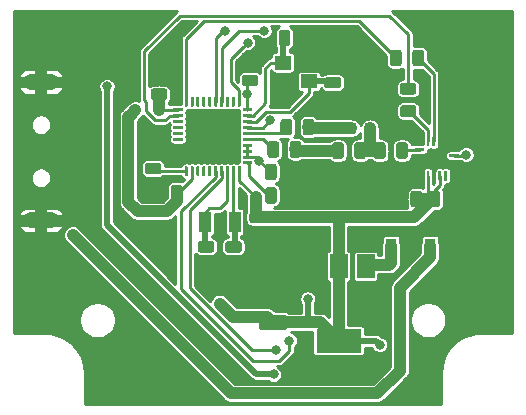
<source format=gbr>
G04 #@! TF.GenerationSoftware,KiCad,Pcbnew,5.1.5-52549c5~86~ubuntu16.04.1*
G04 #@! TF.CreationDate,2020-05-03T15:37:36+09:00*
G04 #@! TF.ProjectId,esp8266-cc2530,65737038-3236-4362-9d63-63323533302e,rev?*
G04 #@! TF.SameCoordinates,Original*
G04 #@! TF.FileFunction,Copper,L2,Bot*
G04 #@! TF.FilePolarity,Positive*
%FSLAX46Y46*%
G04 Gerber Fmt 4.6, Leading zero omitted, Abs format (unit mm)*
G04 Created by KiCad (PCBNEW 5.1.5-52549c5~86~ubuntu16.04.1) date 2020-05-03 15:37:36*
%MOMM*%
%LPD*%
G04 APERTURE LIST*
%ADD10O,3.200000X1.300000*%
%ADD11R,0.900000X1.200000*%
%ADD12C,0.100000*%
%ADD13R,4.000000X1.500000*%
%ADD14R,1.400000X1.200000*%
%ADD15R,1.000000X1.800000*%
%ADD16R,1.500000X2.000000*%
%ADD17R,3.800000X2.000000*%
%ADD18C,0.800000*%
%ADD19C,0.250000*%
%ADD20C,0.500000*%
%ADD21C,1.000000*%
%ADD22C,0.254000*%
G04 APERTURE END LIST*
D10*
X63550000Y-35300000D03*
X63550000Y-47000000D03*
D11*
X96500000Y-49150000D03*
X93200000Y-49150000D03*
G04 #@! TA.AperFunction,SMDPad,CuDef*
D12*
G36*
X80174504Y-37601204D02*
G01*
X80198773Y-37604804D01*
X80222571Y-37610765D01*
X80245671Y-37619030D01*
X80267849Y-37629520D01*
X80288893Y-37642133D01*
X80308598Y-37656747D01*
X80326777Y-37673223D01*
X80343253Y-37691402D01*
X80357867Y-37711107D01*
X80370480Y-37732151D01*
X80380970Y-37754329D01*
X80389235Y-37777429D01*
X80395196Y-37801227D01*
X80398796Y-37825496D01*
X80400000Y-37850000D01*
X80400000Y-41950000D01*
X80398796Y-41974504D01*
X80395196Y-41998773D01*
X80389235Y-42022571D01*
X80380970Y-42045671D01*
X80370480Y-42067849D01*
X80357867Y-42088893D01*
X80343253Y-42108598D01*
X80326777Y-42126777D01*
X80308598Y-42143253D01*
X80288893Y-42157867D01*
X80267849Y-42170480D01*
X80245671Y-42180970D01*
X80222571Y-42189235D01*
X80198773Y-42195196D01*
X80174504Y-42198796D01*
X80150000Y-42200000D01*
X76050000Y-42200000D01*
X76025496Y-42198796D01*
X76001227Y-42195196D01*
X75977429Y-42189235D01*
X75954329Y-42180970D01*
X75932151Y-42170480D01*
X75911107Y-42157867D01*
X75891402Y-42143253D01*
X75873223Y-42126777D01*
X75856747Y-42108598D01*
X75842133Y-42088893D01*
X75829520Y-42067849D01*
X75819030Y-42045671D01*
X75810765Y-42022571D01*
X75804804Y-41998773D01*
X75801204Y-41974504D01*
X75800000Y-41950000D01*
X75800000Y-37850000D01*
X75801204Y-37825496D01*
X75804804Y-37801227D01*
X75810765Y-37777429D01*
X75819030Y-37754329D01*
X75829520Y-37732151D01*
X75842133Y-37711107D01*
X75856747Y-37691402D01*
X75873223Y-37673223D01*
X75891402Y-37656747D01*
X75911107Y-37642133D01*
X75932151Y-37629520D01*
X75954329Y-37619030D01*
X75977429Y-37610765D01*
X76001227Y-37604804D01*
X76025496Y-37601204D01*
X76050000Y-37600000D01*
X80150000Y-37600000D01*
X80174504Y-37601204D01*
G37*
G04 #@! TD.AperFunction*
G04 #@! TA.AperFunction,SMDPad,CuDef*
G36*
X75518626Y-42025301D02*
G01*
X75524693Y-42026201D01*
X75530643Y-42027691D01*
X75536418Y-42029758D01*
X75541962Y-42032380D01*
X75547223Y-42035533D01*
X75552150Y-42039187D01*
X75556694Y-42043306D01*
X75560813Y-42047850D01*
X75564467Y-42052777D01*
X75567620Y-42058038D01*
X75570242Y-42063582D01*
X75572309Y-42069357D01*
X75573799Y-42075307D01*
X75574699Y-42081374D01*
X75575000Y-42087500D01*
X75575000Y-42212500D01*
X75574699Y-42218626D01*
X75573799Y-42224693D01*
X75572309Y-42230643D01*
X75570242Y-42236418D01*
X75567620Y-42241962D01*
X75564467Y-42247223D01*
X75560813Y-42252150D01*
X75556694Y-42256694D01*
X75552150Y-42260813D01*
X75547223Y-42264467D01*
X75541962Y-42267620D01*
X75536418Y-42270242D01*
X75530643Y-42272309D01*
X75524693Y-42273799D01*
X75518626Y-42274699D01*
X75512500Y-42275000D01*
X74812500Y-42275000D01*
X74806374Y-42274699D01*
X74800307Y-42273799D01*
X74794357Y-42272309D01*
X74788582Y-42270242D01*
X74783038Y-42267620D01*
X74777777Y-42264467D01*
X74772850Y-42260813D01*
X74768306Y-42256694D01*
X74764187Y-42252150D01*
X74760533Y-42247223D01*
X74757380Y-42241962D01*
X74754758Y-42236418D01*
X74752691Y-42230643D01*
X74751201Y-42224693D01*
X74750301Y-42218626D01*
X74750000Y-42212500D01*
X74750000Y-42087500D01*
X74750301Y-42081374D01*
X74751201Y-42075307D01*
X74752691Y-42069357D01*
X74754758Y-42063582D01*
X74757380Y-42058038D01*
X74760533Y-42052777D01*
X74764187Y-42047850D01*
X74768306Y-42043306D01*
X74772850Y-42039187D01*
X74777777Y-42035533D01*
X74783038Y-42032380D01*
X74788582Y-42029758D01*
X74794357Y-42027691D01*
X74800307Y-42026201D01*
X74806374Y-42025301D01*
X74812500Y-42025000D01*
X75512500Y-42025000D01*
X75518626Y-42025301D01*
G37*
G04 #@! TD.AperFunction*
G04 #@! TA.AperFunction,SMDPad,CuDef*
G36*
X75518626Y-41525301D02*
G01*
X75524693Y-41526201D01*
X75530643Y-41527691D01*
X75536418Y-41529758D01*
X75541962Y-41532380D01*
X75547223Y-41535533D01*
X75552150Y-41539187D01*
X75556694Y-41543306D01*
X75560813Y-41547850D01*
X75564467Y-41552777D01*
X75567620Y-41558038D01*
X75570242Y-41563582D01*
X75572309Y-41569357D01*
X75573799Y-41575307D01*
X75574699Y-41581374D01*
X75575000Y-41587500D01*
X75575000Y-41712500D01*
X75574699Y-41718626D01*
X75573799Y-41724693D01*
X75572309Y-41730643D01*
X75570242Y-41736418D01*
X75567620Y-41741962D01*
X75564467Y-41747223D01*
X75560813Y-41752150D01*
X75556694Y-41756694D01*
X75552150Y-41760813D01*
X75547223Y-41764467D01*
X75541962Y-41767620D01*
X75536418Y-41770242D01*
X75530643Y-41772309D01*
X75524693Y-41773799D01*
X75518626Y-41774699D01*
X75512500Y-41775000D01*
X74812500Y-41775000D01*
X74806374Y-41774699D01*
X74800307Y-41773799D01*
X74794357Y-41772309D01*
X74788582Y-41770242D01*
X74783038Y-41767620D01*
X74777777Y-41764467D01*
X74772850Y-41760813D01*
X74768306Y-41756694D01*
X74764187Y-41752150D01*
X74760533Y-41747223D01*
X74757380Y-41741962D01*
X74754758Y-41736418D01*
X74752691Y-41730643D01*
X74751201Y-41724693D01*
X74750301Y-41718626D01*
X74750000Y-41712500D01*
X74750000Y-41587500D01*
X74750301Y-41581374D01*
X74751201Y-41575307D01*
X74752691Y-41569357D01*
X74754758Y-41563582D01*
X74757380Y-41558038D01*
X74760533Y-41552777D01*
X74764187Y-41547850D01*
X74768306Y-41543306D01*
X74772850Y-41539187D01*
X74777777Y-41535533D01*
X74783038Y-41532380D01*
X74788582Y-41529758D01*
X74794357Y-41527691D01*
X74800307Y-41526201D01*
X74806374Y-41525301D01*
X74812500Y-41525000D01*
X75512500Y-41525000D01*
X75518626Y-41525301D01*
G37*
G04 #@! TD.AperFunction*
G04 #@! TA.AperFunction,SMDPad,CuDef*
G36*
X75518626Y-41025301D02*
G01*
X75524693Y-41026201D01*
X75530643Y-41027691D01*
X75536418Y-41029758D01*
X75541962Y-41032380D01*
X75547223Y-41035533D01*
X75552150Y-41039187D01*
X75556694Y-41043306D01*
X75560813Y-41047850D01*
X75564467Y-41052777D01*
X75567620Y-41058038D01*
X75570242Y-41063582D01*
X75572309Y-41069357D01*
X75573799Y-41075307D01*
X75574699Y-41081374D01*
X75575000Y-41087500D01*
X75575000Y-41212500D01*
X75574699Y-41218626D01*
X75573799Y-41224693D01*
X75572309Y-41230643D01*
X75570242Y-41236418D01*
X75567620Y-41241962D01*
X75564467Y-41247223D01*
X75560813Y-41252150D01*
X75556694Y-41256694D01*
X75552150Y-41260813D01*
X75547223Y-41264467D01*
X75541962Y-41267620D01*
X75536418Y-41270242D01*
X75530643Y-41272309D01*
X75524693Y-41273799D01*
X75518626Y-41274699D01*
X75512500Y-41275000D01*
X74812500Y-41275000D01*
X74806374Y-41274699D01*
X74800307Y-41273799D01*
X74794357Y-41272309D01*
X74788582Y-41270242D01*
X74783038Y-41267620D01*
X74777777Y-41264467D01*
X74772850Y-41260813D01*
X74768306Y-41256694D01*
X74764187Y-41252150D01*
X74760533Y-41247223D01*
X74757380Y-41241962D01*
X74754758Y-41236418D01*
X74752691Y-41230643D01*
X74751201Y-41224693D01*
X74750301Y-41218626D01*
X74750000Y-41212500D01*
X74750000Y-41087500D01*
X74750301Y-41081374D01*
X74751201Y-41075307D01*
X74752691Y-41069357D01*
X74754758Y-41063582D01*
X74757380Y-41058038D01*
X74760533Y-41052777D01*
X74764187Y-41047850D01*
X74768306Y-41043306D01*
X74772850Y-41039187D01*
X74777777Y-41035533D01*
X74783038Y-41032380D01*
X74788582Y-41029758D01*
X74794357Y-41027691D01*
X74800307Y-41026201D01*
X74806374Y-41025301D01*
X74812500Y-41025000D01*
X75512500Y-41025000D01*
X75518626Y-41025301D01*
G37*
G04 #@! TD.AperFunction*
G04 #@! TA.AperFunction,SMDPad,CuDef*
G36*
X75518626Y-40525301D02*
G01*
X75524693Y-40526201D01*
X75530643Y-40527691D01*
X75536418Y-40529758D01*
X75541962Y-40532380D01*
X75547223Y-40535533D01*
X75552150Y-40539187D01*
X75556694Y-40543306D01*
X75560813Y-40547850D01*
X75564467Y-40552777D01*
X75567620Y-40558038D01*
X75570242Y-40563582D01*
X75572309Y-40569357D01*
X75573799Y-40575307D01*
X75574699Y-40581374D01*
X75575000Y-40587500D01*
X75575000Y-40712500D01*
X75574699Y-40718626D01*
X75573799Y-40724693D01*
X75572309Y-40730643D01*
X75570242Y-40736418D01*
X75567620Y-40741962D01*
X75564467Y-40747223D01*
X75560813Y-40752150D01*
X75556694Y-40756694D01*
X75552150Y-40760813D01*
X75547223Y-40764467D01*
X75541962Y-40767620D01*
X75536418Y-40770242D01*
X75530643Y-40772309D01*
X75524693Y-40773799D01*
X75518626Y-40774699D01*
X75512500Y-40775000D01*
X74812500Y-40775000D01*
X74806374Y-40774699D01*
X74800307Y-40773799D01*
X74794357Y-40772309D01*
X74788582Y-40770242D01*
X74783038Y-40767620D01*
X74777777Y-40764467D01*
X74772850Y-40760813D01*
X74768306Y-40756694D01*
X74764187Y-40752150D01*
X74760533Y-40747223D01*
X74757380Y-40741962D01*
X74754758Y-40736418D01*
X74752691Y-40730643D01*
X74751201Y-40724693D01*
X74750301Y-40718626D01*
X74750000Y-40712500D01*
X74750000Y-40587500D01*
X74750301Y-40581374D01*
X74751201Y-40575307D01*
X74752691Y-40569357D01*
X74754758Y-40563582D01*
X74757380Y-40558038D01*
X74760533Y-40552777D01*
X74764187Y-40547850D01*
X74768306Y-40543306D01*
X74772850Y-40539187D01*
X74777777Y-40535533D01*
X74783038Y-40532380D01*
X74788582Y-40529758D01*
X74794357Y-40527691D01*
X74800307Y-40526201D01*
X74806374Y-40525301D01*
X74812500Y-40525000D01*
X75512500Y-40525000D01*
X75518626Y-40525301D01*
G37*
G04 #@! TD.AperFunction*
G04 #@! TA.AperFunction,SMDPad,CuDef*
G36*
X75518626Y-40025301D02*
G01*
X75524693Y-40026201D01*
X75530643Y-40027691D01*
X75536418Y-40029758D01*
X75541962Y-40032380D01*
X75547223Y-40035533D01*
X75552150Y-40039187D01*
X75556694Y-40043306D01*
X75560813Y-40047850D01*
X75564467Y-40052777D01*
X75567620Y-40058038D01*
X75570242Y-40063582D01*
X75572309Y-40069357D01*
X75573799Y-40075307D01*
X75574699Y-40081374D01*
X75575000Y-40087500D01*
X75575000Y-40212500D01*
X75574699Y-40218626D01*
X75573799Y-40224693D01*
X75572309Y-40230643D01*
X75570242Y-40236418D01*
X75567620Y-40241962D01*
X75564467Y-40247223D01*
X75560813Y-40252150D01*
X75556694Y-40256694D01*
X75552150Y-40260813D01*
X75547223Y-40264467D01*
X75541962Y-40267620D01*
X75536418Y-40270242D01*
X75530643Y-40272309D01*
X75524693Y-40273799D01*
X75518626Y-40274699D01*
X75512500Y-40275000D01*
X74812500Y-40275000D01*
X74806374Y-40274699D01*
X74800307Y-40273799D01*
X74794357Y-40272309D01*
X74788582Y-40270242D01*
X74783038Y-40267620D01*
X74777777Y-40264467D01*
X74772850Y-40260813D01*
X74768306Y-40256694D01*
X74764187Y-40252150D01*
X74760533Y-40247223D01*
X74757380Y-40241962D01*
X74754758Y-40236418D01*
X74752691Y-40230643D01*
X74751201Y-40224693D01*
X74750301Y-40218626D01*
X74750000Y-40212500D01*
X74750000Y-40087500D01*
X74750301Y-40081374D01*
X74751201Y-40075307D01*
X74752691Y-40069357D01*
X74754758Y-40063582D01*
X74757380Y-40058038D01*
X74760533Y-40052777D01*
X74764187Y-40047850D01*
X74768306Y-40043306D01*
X74772850Y-40039187D01*
X74777777Y-40035533D01*
X74783038Y-40032380D01*
X74788582Y-40029758D01*
X74794357Y-40027691D01*
X74800307Y-40026201D01*
X74806374Y-40025301D01*
X74812500Y-40025000D01*
X75512500Y-40025000D01*
X75518626Y-40025301D01*
G37*
G04 #@! TD.AperFunction*
G04 #@! TA.AperFunction,SMDPad,CuDef*
G36*
X75518626Y-39525301D02*
G01*
X75524693Y-39526201D01*
X75530643Y-39527691D01*
X75536418Y-39529758D01*
X75541962Y-39532380D01*
X75547223Y-39535533D01*
X75552150Y-39539187D01*
X75556694Y-39543306D01*
X75560813Y-39547850D01*
X75564467Y-39552777D01*
X75567620Y-39558038D01*
X75570242Y-39563582D01*
X75572309Y-39569357D01*
X75573799Y-39575307D01*
X75574699Y-39581374D01*
X75575000Y-39587500D01*
X75575000Y-39712500D01*
X75574699Y-39718626D01*
X75573799Y-39724693D01*
X75572309Y-39730643D01*
X75570242Y-39736418D01*
X75567620Y-39741962D01*
X75564467Y-39747223D01*
X75560813Y-39752150D01*
X75556694Y-39756694D01*
X75552150Y-39760813D01*
X75547223Y-39764467D01*
X75541962Y-39767620D01*
X75536418Y-39770242D01*
X75530643Y-39772309D01*
X75524693Y-39773799D01*
X75518626Y-39774699D01*
X75512500Y-39775000D01*
X74812500Y-39775000D01*
X74806374Y-39774699D01*
X74800307Y-39773799D01*
X74794357Y-39772309D01*
X74788582Y-39770242D01*
X74783038Y-39767620D01*
X74777777Y-39764467D01*
X74772850Y-39760813D01*
X74768306Y-39756694D01*
X74764187Y-39752150D01*
X74760533Y-39747223D01*
X74757380Y-39741962D01*
X74754758Y-39736418D01*
X74752691Y-39730643D01*
X74751201Y-39724693D01*
X74750301Y-39718626D01*
X74750000Y-39712500D01*
X74750000Y-39587500D01*
X74750301Y-39581374D01*
X74751201Y-39575307D01*
X74752691Y-39569357D01*
X74754758Y-39563582D01*
X74757380Y-39558038D01*
X74760533Y-39552777D01*
X74764187Y-39547850D01*
X74768306Y-39543306D01*
X74772850Y-39539187D01*
X74777777Y-39535533D01*
X74783038Y-39532380D01*
X74788582Y-39529758D01*
X74794357Y-39527691D01*
X74800307Y-39526201D01*
X74806374Y-39525301D01*
X74812500Y-39525000D01*
X75512500Y-39525000D01*
X75518626Y-39525301D01*
G37*
G04 #@! TD.AperFunction*
G04 #@! TA.AperFunction,SMDPad,CuDef*
G36*
X75518626Y-39025301D02*
G01*
X75524693Y-39026201D01*
X75530643Y-39027691D01*
X75536418Y-39029758D01*
X75541962Y-39032380D01*
X75547223Y-39035533D01*
X75552150Y-39039187D01*
X75556694Y-39043306D01*
X75560813Y-39047850D01*
X75564467Y-39052777D01*
X75567620Y-39058038D01*
X75570242Y-39063582D01*
X75572309Y-39069357D01*
X75573799Y-39075307D01*
X75574699Y-39081374D01*
X75575000Y-39087500D01*
X75575000Y-39212500D01*
X75574699Y-39218626D01*
X75573799Y-39224693D01*
X75572309Y-39230643D01*
X75570242Y-39236418D01*
X75567620Y-39241962D01*
X75564467Y-39247223D01*
X75560813Y-39252150D01*
X75556694Y-39256694D01*
X75552150Y-39260813D01*
X75547223Y-39264467D01*
X75541962Y-39267620D01*
X75536418Y-39270242D01*
X75530643Y-39272309D01*
X75524693Y-39273799D01*
X75518626Y-39274699D01*
X75512500Y-39275000D01*
X74812500Y-39275000D01*
X74806374Y-39274699D01*
X74800307Y-39273799D01*
X74794357Y-39272309D01*
X74788582Y-39270242D01*
X74783038Y-39267620D01*
X74777777Y-39264467D01*
X74772850Y-39260813D01*
X74768306Y-39256694D01*
X74764187Y-39252150D01*
X74760533Y-39247223D01*
X74757380Y-39241962D01*
X74754758Y-39236418D01*
X74752691Y-39230643D01*
X74751201Y-39224693D01*
X74750301Y-39218626D01*
X74750000Y-39212500D01*
X74750000Y-39087500D01*
X74750301Y-39081374D01*
X74751201Y-39075307D01*
X74752691Y-39069357D01*
X74754758Y-39063582D01*
X74757380Y-39058038D01*
X74760533Y-39052777D01*
X74764187Y-39047850D01*
X74768306Y-39043306D01*
X74772850Y-39039187D01*
X74777777Y-39035533D01*
X74783038Y-39032380D01*
X74788582Y-39029758D01*
X74794357Y-39027691D01*
X74800307Y-39026201D01*
X74806374Y-39025301D01*
X74812500Y-39025000D01*
X75512500Y-39025000D01*
X75518626Y-39025301D01*
G37*
G04 #@! TD.AperFunction*
G04 #@! TA.AperFunction,SMDPad,CuDef*
G36*
X75518626Y-38525301D02*
G01*
X75524693Y-38526201D01*
X75530643Y-38527691D01*
X75536418Y-38529758D01*
X75541962Y-38532380D01*
X75547223Y-38535533D01*
X75552150Y-38539187D01*
X75556694Y-38543306D01*
X75560813Y-38547850D01*
X75564467Y-38552777D01*
X75567620Y-38558038D01*
X75570242Y-38563582D01*
X75572309Y-38569357D01*
X75573799Y-38575307D01*
X75574699Y-38581374D01*
X75575000Y-38587500D01*
X75575000Y-38712500D01*
X75574699Y-38718626D01*
X75573799Y-38724693D01*
X75572309Y-38730643D01*
X75570242Y-38736418D01*
X75567620Y-38741962D01*
X75564467Y-38747223D01*
X75560813Y-38752150D01*
X75556694Y-38756694D01*
X75552150Y-38760813D01*
X75547223Y-38764467D01*
X75541962Y-38767620D01*
X75536418Y-38770242D01*
X75530643Y-38772309D01*
X75524693Y-38773799D01*
X75518626Y-38774699D01*
X75512500Y-38775000D01*
X74812500Y-38775000D01*
X74806374Y-38774699D01*
X74800307Y-38773799D01*
X74794357Y-38772309D01*
X74788582Y-38770242D01*
X74783038Y-38767620D01*
X74777777Y-38764467D01*
X74772850Y-38760813D01*
X74768306Y-38756694D01*
X74764187Y-38752150D01*
X74760533Y-38747223D01*
X74757380Y-38741962D01*
X74754758Y-38736418D01*
X74752691Y-38730643D01*
X74751201Y-38724693D01*
X74750301Y-38718626D01*
X74750000Y-38712500D01*
X74750000Y-38587500D01*
X74750301Y-38581374D01*
X74751201Y-38575307D01*
X74752691Y-38569357D01*
X74754758Y-38563582D01*
X74757380Y-38558038D01*
X74760533Y-38552777D01*
X74764187Y-38547850D01*
X74768306Y-38543306D01*
X74772850Y-38539187D01*
X74777777Y-38535533D01*
X74783038Y-38532380D01*
X74788582Y-38529758D01*
X74794357Y-38527691D01*
X74800307Y-38526201D01*
X74806374Y-38525301D01*
X74812500Y-38525000D01*
X75512500Y-38525000D01*
X75518626Y-38525301D01*
G37*
G04 #@! TD.AperFunction*
G04 #@! TA.AperFunction,SMDPad,CuDef*
G36*
X75518626Y-38025301D02*
G01*
X75524693Y-38026201D01*
X75530643Y-38027691D01*
X75536418Y-38029758D01*
X75541962Y-38032380D01*
X75547223Y-38035533D01*
X75552150Y-38039187D01*
X75556694Y-38043306D01*
X75560813Y-38047850D01*
X75564467Y-38052777D01*
X75567620Y-38058038D01*
X75570242Y-38063582D01*
X75572309Y-38069357D01*
X75573799Y-38075307D01*
X75574699Y-38081374D01*
X75575000Y-38087500D01*
X75575000Y-38212500D01*
X75574699Y-38218626D01*
X75573799Y-38224693D01*
X75572309Y-38230643D01*
X75570242Y-38236418D01*
X75567620Y-38241962D01*
X75564467Y-38247223D01*
X75560813Y-38252150D01*
X75556694Y-38256694D01*
X75552150Y-38260813D01*
X75547223Y-38264467D01*
X75541962Y-38267620D01*
X75536418Y-38270242D01*
X75530643Y-38272309D01*
X75524693Y-38273799D01*
X75518626Y-38274699D01*
X75512500Y-38275000D01*
X74812500Y-38275000D01*
X74806374Y-38274699D01*
X74800307Y-38273799D01*
X74794357Y-38272309D01*
X74788582Y-38270242D01*
X74783038Y-38267620D01*
X74777777Y-38264467D01*
X74772850Y-38260813D01*
X74768306Y-38256694D01*
X74764187Y-38252150D01*
X74760533Y-38247223D01*
X74757380Y-38241962D01*
X74754758Y-38236418D01*
X74752691Y-38230643D01*
X74751201Y-38224693D01*
X74750301Y-38218626D01*
X74750000Y-38212500D01*
X74750000Y-38087500D01*
X74750301Y-38081374D01*
X74751201Y-38075307D01*
X74752691Y-38069357D01*
X74754758Y-38063582D01*
X74757380Y-38058038D01*
X74760533Y-38052777D01*
X74764187Y-38047850D01*
X74768306Y-38043306D01*
X74772850Y-38039187D01*
X74777777Y-38035533D01*
X74783038Y-38032380D01*
X74788582Y-38029758D01*
X74794357Y-38027691D01*
X74800307Y-38026201D01*
X74806374Y-38025301D01*
X74812500Y-38025000D01*
X75512500Y-38025000D01*
X75518626Y-38025301D01*
G37*
G04 #@! TD.AperFunction*
G04 #@! TA.AperFunction,SMDPad,CuDef*
G36*
X75518626Y-37525301D02*
G01*
X75524693Y-37526201D01*
X75530643Y-37527691D01*
X75536418Y-37529758D01*
X75541962Y-37532380D01*
X75547223Y-37535533D01*
X75552150Y-37539187D01*
X75556694Y-37543306D01*
X75560813Y-37547850D01*
X75564467Y-37552777D01*
X75567620Y-37558038D01*
X75570242Y-37563582D01*
X75572309Y-37569357D01*
X75573799Y-37575307D01*
X75574699Y-37581374D01*
X75575000Y-37587500D01*
X75575000Y-37712500D01*
X75574699Y-37718626D01*
X75573799Y-37724693D01*
X75572309Y-37730643D01*
X75570242Y-37736418D01*
X75567620Y-37741962D01*
X75564467Y-37747223D01*
X75560813Y-37752150D01*
X75556694Y-37756694D01*
X75552150Y-37760813D01*
X75547223Y-37764467D01*
X75541962Y-37767620D01*
X75536418Y-37770242D01*
X75530643Y-37772309D01*
X75524693Y-37773799D01*
X75518626Y-37774699D01*
X75512500Y-37775000D01*
X74812500Y-37775000D01*
X74806374Y-37774699D01*
X74800307Y-37773799D01*
X74794357Y-37772309D01*
X74788582Y-37770242D01*
X74783038Y-37767620D01*
X74777777Y-37764467D01*
X74772850Y-37760813D01*
X74768306Y-37756694D01*
X74764187Y-37752150D01*
X74760533Y-37747223D01*
X74757380Y-37741962D01*
X74754758Y-37736418D01*
X74752691Y-37730643D01*
X74751201Y-37724693D01*
X74750301Y-37718626D01*
X74750000Y-37712500D01*
X74750000Y-37587500D01*
X74750301Y-37581374D01*
X74751201Y-37575307D01*
X74752691Y-37569357D01*
X74754758Y-37563582D01*
X74757380Y-37558038D01*
X74760533Y-37552777D01*
X74764187Y-37547850D01*
X74768306Y-37543306D01*
X74772850Y-37539187D01*
X74777777Y-37535533D01*
X74783038Y-37532380D01*
X74788582Y-37529758D01*
X74794357Y-37527691D01*
X74800307Y-37526201D01*
X74806374Y-37525301D01*
X74812500Y-37525000D01*
X75512500Y-37525000D01*
X75518626Y-37525301D01*
G37*
G04 #@! TD.AperFunction*
G04 #@! TA.AperFunction,SMDPad,CuDef*
G36*
X75918626Y-36550301D02*
G01*
X75924693Y-36551201D01*
X75930643Y-36552691D01*
X75936418Y-36554758D01*
X75941962Y-36557380D01*
X75947223Y-36560533D01*
X75952150Y-36564187D01*
X75956694Y-36568306D01*
X75960813Y-36572850D01*
X75964467Y-36577777D01*
X75967620Y-36583038D01*
X75970242Y-36588582D01*
X75972309Y-36594357D01*
X75973799Y-36600307D01*
X75974699Y-36606374D01*
X75975000Y-36612500D01*
X75975000Y-37312500D01*
X75974699Y-37318626D01*
X75973799Y-37324693D01*
X75972309Y-37330643D01*
X75970242Y-37336418D01*
X75967620Y-37341962D01*
X75964467Y-37347223D01*
X75960813Y-37352150D01*
X75956694Y-37356694D01*
X75952150Y-37360813D01*
X75947223Y-37364467D01*
X75941962Y-37367620D01*
X75936418Y-37370242D01*
X75930643Y-37372309D01*
X75924693Y-37373799D01*
X75918626Y-37374699D01*
X75912500Y-37375000D01*
X75787500Y-37375000D01*
X75781374Y-37374699D01*
X75775307Y-37373799D01*
X75769357Y-37372309D01*
X75763582Y-37370242D01*
X75758038Y-37367620D01*
X75752777Y-37364467D01*
X75747850Y-37360813D01*
X75743306Y-37356694D01*
X75739187Y-37352150D01*
X75735533Y-37347223D01*
X75732380Y-37341962D01*
X75729758Y-37336418D01*
X75727691Y-37330643D01*
X75726201Y-37324693D01*
X75725301Y-37318626D01*
X75725000Y-37312500D01*
X75725000Y-36612500D01*
X75725301Y-36606374D01*
X75726201Y-36600307D01*
X75727691Y-36594357D01*
X75729758Y-36588582D01*
X75732380Y-36583038D01*
X75735533Y-36577777D01*
X75739187Y-36572850D01*
X75743306Y-36568306D01*
X75747850Y-36564187D01*
X75752777Y-36560533D01*
X75758038Y-36557380D01*
X75763582Y-36554758D01*
X75769357Y-36552691D01*
X75775307Y-36551201D01*
X75781374Y-36550301D01*
X75787500Y-36550000D01*
X75912500Y-36550000D01*
X75918626Y-36550301D01*
G37*
G04 #@! TD.AperFunction*
G04 #@! TA.AperFunction,SMDPad,CuDef*
G36*
X76418626Y-36550301D02*
G01*
X76424693Y-36551201D01*
X76430643Y-36552691D01*
X76436418Y-36554758D01*
X76441962Y-36557380D01*
X76447223Y-36560533D01*
X76452150Y-36564187D01*
X76456694Y-36568306D01*
X76460813Y-36572850D01*
X76464467Y-36577777D01*
X76467620Y-36583038D01*
X76470242Y-36588582D01*
X76472309Y-36594357D01*
X76473799Y-36600307D01*
X76474699Y-36606374D01*
X76475000Y-36612500D01*
X76475000Y-37312500D01*
X76474699Y-37318626D01*
X76473799Y-37324693D01*
X76472309Y-37330643D01*
X76470242Y-37336418D01*
X76467620Y-37341962D01*
X76464467Y-37347223D01*
X76460813Y-37352150D01*
X76456694Y-37356694D01*
X76452150Y-37360813D01*
X76447223Y-37364467D01*
X76441962Y-37367620D01*
X76436418Y-37370242D01*
X76430643Y-37372309D01*
X76424693Y-37373799D01*
X76418626Y-37374699D01*
X76412500Y-37375000D01*
X76287500Y-37375000D01*
X76281374Y-37374699D01*
X76275307Y-37373799D01*
X76269357Y-37372309D01*
X76263582Y-37370242D01*
X76258038Y-37367620D01*
X76252777Y-37364467D01*
X76247850Y-37360813D01*
X76243306Y-37356694D01*
X76239187Y-37352150D01*
X76235533Y-37347223D01*
X76232380Y-37341962D01*
X76229758Y-37336418D01*
X76227691Y-37330643D01*
X76226201Y-37324693D01*
X76225301Y-37318626D01*
X76225000Y-37312500D01*
X76225000Y-36612500D01*
X76225301Y-36606374D01*
X76226201Y-36600307D01*
X76227691Y-36594357D01*
X76229758Y-36588582D01*
X76232380Y-36583038D01*
X76235533Y-36577777D01*
X76239187Y-36572850D01*
X76243306Y-36568306D01*
X76247850Y-36564187D01*
X76252777Y-36560533D01*
X76258038Y-36557380D01*
X76263582Y-36554758D01*
X76269357Y-36552691D01*
X76275307Y-36551201D01*
X76281374Y-36550301D01*
X76287500Y-36550000D01*
X76412500Y-36550000D01*
X76418626Y-36550301D01*
G37*
G04 #@! TD.AperFunction*
G04 #@! TA.AperFunction,SMDPad,CuDef*
G36*
X76918626Y-36550301D02*
G01*
X76924693Y-36551201D01*
X76930643Y-36552691D01*
X76936418Y-36554758D01*
X76941962Y-36557380D01*
X76947223Y-36560533D01*
X76952150Y-36564187D01*
X76956694Y-36568306D01*
X76960813Y-36572850D01*
X76964467Y-36577777D01*
X76967620Y-36583038D01*
X76970242Y-36588582D01*
X76972309Y-36594357D01*
X76973799Y-36600307D01*
X76974699Y-36606374D01*
X76975000Y-36612500D01*
X76975000Y-37312500D01*
X76974699Y-37318626D01*
X76973799Y-37324693D01*
X76972309Y-37330643D01*
X76970242Y-37336418D01*
X76967620Y-37341962D01*
X76964467Y-37347223D01*
X76960813Y-37352150D01*
X76956694Y-37356694D01*
X76952150Y-37360813D01*
X76947223Y-37364467D01*
X76941962Y-37367620D01*
X76936418Y-37370242D01*
X76930643Y-37372309D01*
X76924693Y-37373799D01*
X76918626Y-37374699D01*
X76912500Y-37375000D01*
X76787500Y-37375000D01*
X76781374Y-37374699D01*
X76775307Y-37373799D01*
X76769357Y-37372309D01*
X76763582Y-37370242D01*
X76758038Y-37367620D01*
X76752777Y-37364467D01*
X76747850Y-37360813D01*
X76743306Y-37356694D01*
X76739187Y-37352150D01*
X76735533Y-37347223D01*
X76732380Y-37341962D01*
X76729758Y-37336418D01*
X76727691Y-37330643D01*
X76726201Y-37324693D01*
X76725301Y-37318626D01*
X76725000Y-37312500D01*
X76725000Y-36612500D01*
X76725301Y-36606374D01*
X76726201Y-36600307D01*
X76727691Y-36594357D01*
X76729758Y-36588582D01*
X76732380Y-36583038D01*
X76735533Y-36577777D01*
X76739187Y-36572850D01*
X76743306Y-36568306D01*
X76747850Y-36564187D01*
X76752777Y-36560533D01*
X76758038Y-36557380D01*
X76763582Y-36554758D01*
X76769357Y-36552691D01*
X76775307Y-36551201D01*
X76781374Y-36550301D01*
X76787500Y-36550000D01*
X76912500Y-36550000D01*
X76918626Y-36550301D01*
G37*
G04 #@! TD.AperFunction*
G04 #@! TA.AperFunction,SMDPad,CuDef*
G36*
X77418626Y-36550301D02*
G01*
X77424693Y-36551201D01*
X77430643Y-36552691D01*
X77436418Y-36554758D01*
X77441962Y-36557380D01*
X77447223Y-36560533D01*
X77452150Y-36564187D01*
X77456694Y-36568306D01*
X77460813Y-36572850D01*
X77464467Y-36577777D01*
X77467620Y-36583038D01*
X77470242Y-36588582D01*
X77472309Y-36594357D01*
X77473799Y-36600307D01*
X77474699Y-36606374D01*
X77475000Y-36612500D01*
X77475000Y-37312500D01*
X77474699Y-37318626D01*
X77473799Y-37324693D01*
X77472309Y-37330643D01*
X77470242Y-37336418D01*
X77467620Y-37341962D01*
X77464467Y-37347223D01*
X77460813Y-37352150D01*
X77456694Y-37356694D01*
X77452150Y-37360813D01*
X77447223Y-37364467D01*
X77441962Y-37367620D01*
X77436418Y-37370242D01*
X77430643Y-37372309D01*
X77424693Y-37373799D01*
X77418626Y-37374699D01*
X77412500Y-37375000D01*
X77287500Y-37375000D01*
X77281374Y-37374699D01*
X77275307Y-37373799D01*
X77269357Y-37372309D01*
X77263582Y-37370242D01*
X77258038Y-37367620D01*
X77252777Y-37364467D01*
X77247850Y-37360813D01*
X77243306Y-37356694D01*
X77239187Y-37352150D01*
X77235533Y-37347223D01*
X77232380Y-37341962D01*
X77229758Y-37336418D01*
X77227691Y-37330643D01*
X77226201Y-37324693D01*
X77225301Y-37318626D01*
X77225000Y-37312500D01*
X77225000Y-36612500D01*
X77225301Y-36606374D01*
X77226201Y-36600307D01*
X77227691Y-36594357D01*
X77229758Y-36588582D01*
X77232380Y-36583038D01*
X77235533Y-36577777D01*
X77239187Y-36572850D01*
X77243306Y-36568306D01*
X77247850Y-36564187D01*
X77252777Y-36560533D01*
X77258038Y-36557380D01*
X77263582Y-36554758D01*
X77269357Y-36552691D01*
X77275307Y-36551201D01*
X77281374Y-36550301D01*
X77287500Y-36550000D01*
X77412500Y-36550000D01*
X77418626Y-36550301D01*
G37*
G04 #@! TD.AperFunction*
G04 #@! TA.AperFunction,SMDPad,CuDef*
G36*
X77918626Y-36550301D02*
G01*
X77924693Y-36551201D01*
X77930643Y-36552691D01*
X77936418Y-36554758D01*
X77941962Y-36557380D01*
X77947223Y-36560533D01*
X77952150Y-36564187D01*
X77956694Y-36568306D01*
X77960813Y-36572850D01*
X77964467Y-36577777D01*
X77967620Y-36583038D01*
X77970242Y-36588582D01*
X77972309Y-36594357D01*
X77973799Y-36600307D01*
X77974699Y-36606374D01*
X77975000Y-36612500D01*
X77975000Y-37312500D01*
X77974699Y-37318626D01*
X77973799Y-37324693D01*
X77972309Y-37330643D01*
X77970242Y-37336418D01*
X77967620Y-37341962D01*
X77964467Y-37347223D01*
X77960813Y-37352150D01*
X77956694Y-37356694D01*
X77952150Y-37360813D01*
X77947223Y-37364467D01*
X77941962Y-37367620D01*
X77936418Y-37370242D01*
X77930643Y-37372309D01*
X77924693Y-37373799D01*
X77918626Y-37374699D01*
X77912500Y-37375000D01*
X77787500Y-37375000D01*
X77781374Y-37374699D01*
X77775307Y-37373799D01*
X77769357Y-37372309D01*
X77763582Y-37370242D01*
X77758038Y-37367620D01*
X77752777Y-37364467D01*
X77747850Y-37360813D01*
X77743306Y-37356694D01*
X77739187Y-37352150D01*
X77735533Y-37347223D01*
X77732380Y-37341962D01*
X77729758Y-37336418D01*
X77727691Y-37330643D01*
X77726201Y-37324693D01*
X77725301Y-37318626D01*
X77725000Y-37312500D01*
X77725000Y-36612500D01*
X77725301Y-36606374D01*
X77726201Y-36600307D01*
X77727691Y-36594357D01*
X77729758Y-36588582D01*
X77732380Y-36583038D01*
X77735533Y-36577777D01*
X77739187Y-36572850D01*
X77743306Y-36568306D01*
X77747850Y-36564187D01*
X77752777Y-36560533D01*
X77758038Y-36557380D01*
X77763582Y-36554758D01*
X77769357Y-36552691D01*
X77775307Y-36551201D01*
X77781374Y-36550301D01*
X77787500Y-36550000D01*
X77912500Y-36550000D01*
X77918626Y-36550301D01*
G37*
G04 #@! TD.AperFunction*
G04 #@! TA.AperFunction,SMDPad,CuDef*
G36*
X78418626Y-36550301D02*
G01*
X78424693Y-36551201D01*
X78430643Y-36552691D01*
X78436418Y-36554758D01*
X78441962Y-36557380D01*
X78447223Y-36560533D01*
X78452150Y-36564187D01*
X78456694Y-36568306D01*
X78460813Y-36572850D01*
X78464467Y-36577777D01*
X78467620Y-36583038D01*
X78470242Y-36588582D01*
X78472309Y-36594357D01*
X78473799Y-36600307D01*
X78474699Y-36606374D01*
X78475000Y-36612500D01*
X78475000Y-37312500D01*
X78474699Y-37318626D01*
X78473799Y-37324693D01*
X78472309Y-37330643D01*
X78470242Y-37336418D01*
X78467620Y-37341962D01*
X78464467Y-37347223D01*
X78460813Y-37352150D01*
X78456694Y-37356694D01*
X78452150Y-37360813D01*
X78447223Y-37364467D01*
X78441962Y-37367620D01*
X78436418Y-37370242D01*
X78430643Y-37372309D01*
X78424693Y-37373799D01*
X78418626Y-37374699D01*
X78412500Y-37375000D01*
X78287500Y-37375000D01*
X78281374Y-37374699D01*
X78275307Y-37373799D01*
X78269357Y-37372309D01*
X78263582Y-37370242D01*
X78258038Y-37367620D01*
X78252777Y-37364467D01*
X78247850Y-37360813D01*
X78243306Y-37356694D01*
X78239187Y-37352150D01*
X78235533Y-37347223D01*
X78232380Y-37341962D01*
X78229758Y-37336418D01*
X78227691Y-37330643D01*
X78226201Y-37324693D01*
X78225301Y-37318626D01*
X78225000Y-37312500D01*
X78225000Y-36612500D01*
X78225301Y-36606374D01*
X78226201Y-36600307D01*
X78227691Y-36594357D01*
X78229758Y-36588582D01*
X78232380Y-36583038D01*
X78235533Y-36577777D01*
X78239187Y-36572850D01*
X78243306Y-36568306D01*
X78247850Y-36564187D01*
X78252777Y-36560533D01*
X78258038Y-36557380D01*
X78263582Y-36554758D01*
X78269357Y-36552691D01*
X78275307Y-36551201D01*
X78281374Y-36550301D01*
X78287500Y-36550000D01*
X78412500Y-36550000D01*
X78418626Y-36550301D01*
G37*
G04 #@! TD.AperFunction*
G04 #@! TA.AperFunction,SMDPad,CuDef*
G36*
X78918626Y-36550301D02*
G01*
X78924693Y-36551201D01*
X78930643Y-36552691D01*
X78936418Y-36554758D01*
X78941962Y-36557380D01*
X78947223Y-36560533D01*
X78952150Y-36564187D01*
X78956694Y-36568306D01*
X78960813Y-36572850D01*
X78964467Y-36577777D01*
X78967620Y-36583038D01*
X78970242Y-36588582D01*
X78972309Y-36594357D01*
X78973799Y-36600307D01*
X78974699Y-36606374D01*
X78975000Y-36612500D01*
X78975000Y-37312500D01*
X78974699Y-37318626D01*
X78973799Y-37324693D01*
X78972309Y-37330643D01*
X78970242Y-37336418D01*
X78967620Y-37341962D01*
X78964467Y-37347223D01*
X78960813Y-37352150D01*
X78956694Y-37356694D01*
X78952150Y-37360813D01*
X78947223Y-37364467D01*
X78941962Y-37367620D01*
X78936418Y-37370242D01*
X78930643Y-37372309D01*
X78924693Y-37373799D01*
X78918626Y-37374699D01*
X78912500Y-37375000D01*
X78787500Y-37375000D01*
X78781374Y-37374699D01*
X78775307Y-37373799D01*
X78769357Y-37372309D01*
X78763582Y-37370242D01*
X78758038Y-37367620D01*
X78752777Y-37364467D01*
X78747850Y-37360813D01*
X78743306Y-37356694D01*
X78739187Y-37352150D01*
X78735533Y-37347223D01*
X78732380Y-37341962D01*
X78729758Y-37336418D01*
X78727691Y-37330643D01*
X78726201Y-37324693D01*
X78725301Y-37318626D01*
X78725000Y-37312500D01*
X78725000Y-36612500D01*
X78725301Y-36606374D01*
X78726201Y-36600307D01*
X78727691Y-36594357D01*
X78729758Y-36588582D01*
X78732380Y-36583038D01*
X78735533Y-36577777D01*
X78739187Y-36572850D01*
X78743306Y-36568306D01*
X78747850Y-36564187D01*
X78752777Y-36560533D01*
X78758038Y-36557380D01*
X78763582Y-36554758D01*
X78769357Y-36552691D01*
X78775307Y-36551201D01*
X78781374Y-36550301D01*
X78787500Y-36550000D01*
X78912500Y-36550000D01*
X78918626Y-36550301D01*
G37*
G04 #@! TD.AperFunction*
G04 #@! TA.AperFunction,SMDPad,CuDef*
G36*
X79418626Y-36550301D02*
G01*
X79424693Y-36551201D01*
X79430643Y-36552691D01*
X79436418Y-36554758D01*
X79441962Y-36557380D01*
X79447223Y-36560533D01*
X79452150Y-36564187D01*
X79456694Y-36568306D01*
X79460813Y-36572850D01*
X79464467Y-36577777D01*
X79467620Y-36583038D01*
X79470242Y-36588582D01*
X79472309Y-36594357D01*
X79473799Y-36600307D01*
X79474699Y-36606374D01*
X79475000Y-36612500D01*
X79475000Y-37312500D01*
X79474699Y-37318626D01*
X79473799Y-37324693D01*
X79472309Y-37330643D01*
X79470242Y-37336418D01*
X79467620Y-37341962D01*
X79464467Y-37347223D01*
X79460813Y-37352150D01*
X79456694Y-37356694D01*
X79452150Y-37360813D01*
X79447223Y-37364467D01*
X79441962Y-37367620D01*
X79436418Y-37370242D01*
X79430643Y-37372309D01*
X79424693Y-37373799D01*
X79418626Y-37374699D01*
X79412500Y-37375000D01*
X79287500Y-37375000D01*
X79281374Y-37374699D01*
X79275307Y-37373799D01*
X79269357Y-37372309D01*
X79263582Y-37370242D01*
X79258038Y-37367620D01*
X79252777Y-37364467D01*
X79247850Y-37360813D01*
X79243306Y-37356694D01*
X79239187Y-37352150D01*
X79235533Y-37347223D01*
X79232380Y-37341962D01*
X79229758Y-37336418D01*
X79227691Y-37330643D01*
X79226201Y-37324693D01*
X79225301Y-37318626D01*
X79225000Y-37312500D01*
X79225000Y-36612500D01*
X79225301Y-36606374D01*
X79226201Y-36600307D01*
X79227691Y-36594357D01*
X79229758Y-36588582D01*
X79232380Y-36583038D01*
X79235533Y-36577777D01*
X79239187Y-36572850D01*
X79243306Y-36568306D01*
X79247850Y-36564187D01*
X79252777Y-36560533D01*
X79258038Y-36557380D01*
X79263582Y-36554758D01*
X79269357Y-36552691D01*
X79275307Y-36551201D01*
X79281374Y-36550301D01*
X79287500Y-36550000D01*
X79412500Y-36550000D01*
X79418626Y-36550301D01*
G37*
G04 #@! TD.AperFunction*
G04 #@! TA.AperFunction,SMDPad,CuDef*
G36*
X79918626Y-36550301D02*
G01*
X79924693Y-36551201D01*
X79930643Y-36552691D01*
X79936418Y-36554758D01*
X79941962Y-36557380D01*
X79947223Y-36560533D01*
X79952150Y-36564187D01*
X79956694Y-36568306D01*
X79960813Y-36572850D01*
X79964467Y-36577777D01*
X79967620Y-36583038D01*
X79970242Y-36588582D01*
X79972309Y-36594357D01*
X79973799Y-36600307D01*
X79974699Y-36606374D01*
X79975000Y-36612500D01*
X79975000Y-37312500D01*
X79974699Y-37318626D01*
X79973799Y-37324693D01*
X79972309Y-37330643D01*
X79970242Y-37336418D01*
X79967620Y-37341962D01*
X79964467Y-37347223D01*
X79960813Y-37352150D01*
X79956694Y-37356694D01*
X79952150Y-37360813D01*
X79947223Y-37364467D01*
X79941962Y-37367620D01*
X79936418Y-37370242D01*
X79930643Y-37372309D01*
X79924693Y-37373799D01*
X79918626Y-37374699D01*
X79912500Y-37375000D01*
X79787500Y-37375000D01*
X79781374Y-37374699D01*
X79775307Y-37373799D01*
X79769357Y-37372309D01*
X79763582Y-37370242D01*
X79758038Y-37367620D01*
X79752777Y-37364467D01*
X79747850Y-37360813D01*
X79743306Y-37356694D01*
X79739187Y-37352150D01*
X79735533Y-37347223D01*
X79732380Y-37341962D01*
X79729758Y-37336418D01*
X79727691Y-37330643D01*
X79726201Y-37324693D01*
X79725301Y-37318626D01*
X79725000Y-37312500D01*
X79725000Y-36612500D01*
X79725301Y-36606374D01*
X79726201Y-36600307D01*
X79727691Y-36594357D01*
X79729758Y-36588582D01*
X79732380Y-36583038D01*
X79735533Y-36577777D01*
X79739187Y-36572850D01*
X79743306Y-36568306D01*
X79747850Y-36564187D01*
X79752777Y-36560533D01*
X79758038Y-36557380D01*
X79763582Y-36554758D01*
X79769357Y-36552691D01*
X79775307Y-36551201D01*
X79781374Y-36550301D01*
X79787500Y-36550000D01*
X79912500Y-36550000D01*
X79918626Y-36550301D01*
G37*
G04 #@! TD.AperFunction*
G04 #@! TA.AperFunction,SMDPad,CuDef*
G36*
X80418626Y-36550301D02*
G01*
X80424693Y-36551201D01*
X80430643Y-36552691D01*
X80436418Y-36554758D01*
X80441962Y-36557380D01*
X80447223Y-36560533D01*
X80452150Y-36564187D01*
X80456694Y-36568306D01*
X80460813Y-36572850D01*
X80464467Y-36577777D01*
X80467620Y-36583038D01*
X80470242Y-36588582D01*
X80472309Y-36594357D01*
X80473799Y-36600307D01*
X80474699Y-36606374D01*
X80475000Y-36612500D01*
X80475000Y-37312500D01*
X80474699Y-37318626D01*
X80473799Y-37324693D01*
X80472309Y-37330643D01*
X80470242Y-37336418D01*
X80467620Y-37341962D01*
X80464467Y-37347223D01*
X80460813Y-37352150D01*
X80456694Y-37356694D01*
X80452150Y-37360813D01*
X80447223Y-37364467D01*
X80441962Y-37367620D01*
X80436418Y-37370242D01*
X80430643Y-37372309D01*
X80424693Y-37373799D01*
X80418626Y-37374699D01*
X80412500Y-37375000D01*
X80287500Y-37375000D01*
X80281374Y-37374699D01*
X80275307Y-37373799D01*
X80269357Y-37372309D01*
X80263582Y-37370242D01*
X80258038Y-37367620D01*
X80252777Y-37364467D01*
X80247850Y-37360813D01*
X80243306Y-37356694D01*
X80239187Y-37352150D01*
X80235533Y-37347223D01*
X80232380Y-37341962D01*
X80229758Y-37336418D01*
X80227691Y-37330643D01*
X80226201Y-37324693D01*
X80225301Y-37318626D01*
X80225000Y-37312500D01*
X80225000Y-36612500D01*
X80225301Y-36606374D01*
X80226201Y-36600307D01*
X80227691Y-36594357D01*
X80229758Y-36588582D01*
X80232380Y-36583038D01*
X80235533Y-36577777D01*
X80239187Y-36572850D01*
X80243306Y-36568306D01*
X80247850Y-36564187D01*
X80252777Y-36560533D01*
X80258038Y-36557380D01*
X80263582Y-36554758D01*
X80269357Y-36552691D01*
X80275307Y-36551201D01*
X80281374Y-36550301D01*
X80287500Y-36550000D01*
X80412500Y-36550000D01*
X80418626Y-36550301D01*
G37*
G04 #@! TD.AperFunction*
G04 #@! TA.AperFunction,SMDPad,CuDef*
G36*
X81393626Y-37525301D02*
G01*
X81399693Y-37526201D01*
X81405643Y-37527691D01*
X81411418Y-37529758D01*
X81416962Y-37532380D01*
X81422223Y-37535533D01*
X81427150Y-37539187D01*
X81431694Y-37543306D01*
X81435813Y-37547850D01*
X81439467Y-37552777D01*
X81442620Y-37558038D01*
X81445242Y-37563582D01*
X81447309Y-37569357D01*
X81448799Y-37575307D01*
X81449699Y-37581374D01*
X81450000Y-37587500D01*
X81450000Y-37712500D01*
X81449699Y-37718626D01*
X81448799Y-37724693D01*
X81447309Y-37730643D01*
X81445242Y-37736418D01*
X81442620Y-37741962D01*
X81439467Y-37747223D01*
X81435813Y-37752150D01*
X81431694Y-37756694D01*
X81427150Y-37760813D01*
X81422223Y-37764467D01*
X81416962Y-37767620D01*
X81411418Y-37770242D01*
X81405643Y-37772309D01*
X81399693Y-37773799D01*
X81393626Y-37774699D01*
X81387500Y-37775000D01*
X80687500Y-37775000D01*
X80681374Y-37774699D01*
X80675307Y-37773799D01*
X80669357Y-37772309D01*
X80663582Y-37770242D01*
X80658038Y-37767620D01*
X80652777Y-37764467D01*
X80647850Y-37760813D01*
X80643306Y-37756694D01*
X80639187Y-37752150D01*
X80635533Y-37747223D01*
X80632380Y-37741962D01*
X80629758Y-37736418D01*
X80627691Y-37730643D01*
X80626201Y-37724693D01*
X80625301Y-37718626D01*
X80625000Y-37712500D01*
X80625000Y-37587500D01*
X80625301Y-37581374D01*
X80626201Y-37575307D01*
X80627691Y-37569357D01*
X80629758Y-37563582D01*
X80632380Y-37558038D01*
X80635533Y-37552777D01*
X80639187Y-37547850D01*
X80643306Y-37543306D01*
X80647850Y-37539187D01*
X80652777Y-37535533D01*
X80658038Y-37532380D01*
X80663582Y-37529758D01*
X80669357Y-37527691D01*
X80675307Y-37526201D01*
X80681374Y-37525301D01*
X80687500Y-37525000D01*
X81387500Y-37525000D01*
X81393626Y-37525301D01*
G37*
G04 #@! TD.AperFunction*
G04 #@! TA.AperFunction,SMDPad,CuDef*
G36*
X81393626Y-38025301D02*
G01*
X81399693Y-38026201D01*
X81405643Y-38027691D01*
X81411418Y-38029758D01*
X81416962Y-38032380D01*
X81422223Y-38035533D01*
X81427150Y-38039187D01*
X81431694Y-38043306D01*
X81435813Y-38047850D01*
X81439467Y-38052777D01*
X81442620Y-38058038D01*
X81445242Y-38063582D01*
X81447309Y-38069357D01*
X81448799Y-38075307D01*
X81449699Y-38081374D01*
X81450000Y-38087500D01*
X81450000Y-38212500D01*
X81449699Y-38218626D01*
X81448799Y-38224693D01*
X81447309Y-38230643D01*
X81445242Y-38236418D01*
X81442620Y-38241962D01*
X81439467Y-38247223D01*
X81435813Y-38252150D01*
X81431694Y-38256694D01*
X81427150Y-38260813D01*
X81422223Y-38264467D01*
X81416962Y-38267620D01*
X81411418Y-38270242D01*
X81405643Y-38272309D01*
X81399693Y-38273799D01*
X81393626Y-38274699D01*
X81387500Y-38275000D01*
X80687500Y-38275000D01*
X80681374Y-38274699D01*
X80675307Y-38273799D01*
X80669357Y-38272309D01*
X80663582Y-38270242D01*
X80658038Y-38267620D01*
X80652777Y-38264467D01*
X80647850Y-38260813D01*
X80643306Y-38256694D01*
X80639187Y-38252150D01*
X80635533Y-38247223D01*
X80632380Y-38241962D01*
X80629758Y-38236418D01*
X80627691Y-38230643D01*
X80626201Y-38224693D01*
X80625301Y-38218626D01*
X80625000Y-38212500D01*
X80625000Y-38087500D01*
X80625301Y-38081374D01*
X80626201Y-38075307D01*
X80627691Y-38069357D01*
X80629758Y-38063582D01*
X80632380Y-38058038D01*
X80635533Y-38052777D01*
X80639187Y-38047850D01*
X80643306Y-38043306D01*
X80647850Y-38039187D01*
X80652777Y-38035533D01*
X80658038Y-38032380D01*
X80663582Y-38029758D01*
X80669357Y-38027691D01*
X80675307Y-38026201D01*
X80681374Y-38025301D01*
X80687500Y-38025000D01*
X81387500Y-38025000D01*
X81393626Y-38025301D01*
G37*
G04 #@! TD.AperFunction*
G04 #@! TA.AperFunction,SMDPad,CuDef*
G36*
X81393626Y-38525301D02*
G01*
X81399693Y-38526201D01*
X81405643Y-38527691D01*
X81411418Y-38529758D01*
X81416962Y-38532380D01*
X81422223Y-38535533D01*
X81427150Y-38539187D01*
X81431694Y-38543306D01*
X81435813Y-38547850D01*
X81439467Y-38552777D01*
X81442620Y-38558038D01*
X81445242Y-38563582D01*
X81447309Y-38569357D01*
X81448799Y-38575307D01*
X81449699Y-38581374D01*
X81450000Y-38587500D01*
X81450000Y-38712500D01*
X81449699Y-38718626D01*
X81448799Y-38724693D01*
X81447309Y-38730643D01*
X81445242Y-38736418D01*
X81442620Y-38741962D01*
X81439467Y-38747223D01*
X81435813Y-38752150D01*
X81431694Y-38756694D01*
X81427150Y-38760813D01*
X81422223Y-38764467D01*
X81416962Y-38767620D01*
X81411418Y-38770242D01*
X81405643Y-38772309D01*
X81399693Y-38773799D01*
X81393626Y-38774699D01*
X81387500Y-38775000D01*
X80687500Y-38775000D01*
X80681374Y-38774699D01*
X80675307Y-38773799D01*
X80669357Y-38772309D01*
X80663582Y-38770242D01*
X80658038Y-38767620D01*
X80652777Y-38764467D01*
X80647850Y-38760813D01*
X80643306Y-38756694D01*
X80639187Y-38752150D01*
X80635533Y-38747223D01*
X80632380Y-38741962D01*
X80629758Y-38736418D01*
X80627691Y-38730643D01*
X80626201Y-38724693D01*
X80625301Y-38718626D01*
X80625000Y-38712500D01*
X80625000Y-38587500D01*
X80625301Y-38581374D01*
X80626201Y-38575307D01*
X80627691Y-38569357D01*
X80629758Y-38563582D01*
X80632380Y-38558038D01*
X80635533Y-38552777D01*
X80639187Y-38547850D01*
X80643306Y-38543306D01*
X80647850Y-38539187D01*
X80652777Y-38535533D01*
X80658038Y-38532380D01*
X80663582Y-38529758D01*
X80669357Y-38527691D01*
X80675307Y-38526201D01*
X80681374Y-38525301D01*
X80687500Y-38525000D01*
X81387500Y-38525000D01*
X81393626Y-38525301D01*
G37*
G04 #@! TD.AperFunction*
G04 #@! TA.AperFunction,SMDPad,CuDef*
G36*
X81393626Y-39025301D02*
G01*
X81399693Y-39026201D01*
X81405643Y-39027691D01*
X81411418Y-39029758D01*
X81416962Y-39032380D01*
X81422223Y-39035533D01*
X81427150Y-39039187D01*
X81431694Y-39043306D01*
X81435813Y-39047850D01*
X81439467Y-39052777D01*
X81442620Y-39058038D01*
X81445242Y-39063582D01*
X81447309Y-39069357D01*
X81448799Y-39075307D01*
X81449699Y-39081374D01*
X81450000Y-39087500D01*
X81450000Y-39212500D01*
X81449699Y-39218626D01*
X81448799Y-39224693D01*
X81447309Y-39230643D01*
X81445242Y-39236418D01*
X81442620Y-39241962D01*
X81439467Y-39247223D01*
X81435813Y-39252150D01*
X81431694Y-39256694D01*
X81427150Y-39260813D01*
X81422223Y-39264467D01*
X81416962Y-39267620D01*
X81411418Y-39270242D01*
X81405643Y-39272309D01*
X81399693Y-39273799D01*
X81393626Y-39274699D01*
X81387500Y-39275000D01*
X80687500Y-39275000D01*
X80681374Y-39274699D01*
X80675307Y-39273799D01*
X80669357Y-39272309D01*
X80663582Y-39270242D01*
X80658038Y-39267620D01*
X80652777Y-39264467D01*
X80647850Y-39260813D01*
X80643306Y-39256694D01*
X80639187Y-39252150D01*
X80635533Y-39247223D01*
X80632380Y-39241962D01*
X80629758Y-39236418D01*
X80627691Y-39230643D01*
X80626201Y-39224693D01*
X80625301Y-39218626D01*
X80625000Y-39212500D01*
X80625000Y-39087500D01*
X80625301Y-39081374D01*
X80626201Y-39075307D01*
X80627691Y-39069357D01*
X80629758Y-39063582D01*
X80632380Y-39058038D01*
X80635533Y-39052777D01*
X80639187Y-39047850D01*
X80643306Y-39043306D01*
X80647850Y-39039187D01*
X80652777Y-39035533D01*
X80658038Y-39032380D01*
X80663582Y-39029758D01*
X80669357Y-39027691D01*
X80675307Y-39026201D01*
X80681374Y-39025301D01*
X80687500Y-39025000D01*
X81387500Y-39025000D01*
X81393626Y-39025301D01*
G37*
G04 #@! TD.AperFunction*
G04 #@! TA.AperFunction,SMDPad,CuDef*
G36*
X81393626Y-39525301D02*
G01*
X81399693Y-39526201D01*
X81405643Y-39527691D01*
X81411418Y-39529758D01*
X81416962Y-39532380D01*
X81422223Y-39535533D01*
X81427150Y-39539187D01*
X81431694Y-39543306D01*
X81435813Y-39547850D01*
X81439467Y-39552777D01*
X81442620Y-39558038D01*
X81445242Y-39563582D01*
X81447309Y-39569357D01*
X81448799Y-39575307D01*
X81449699Y-39581374D01*
X81450000Y-39587500D01*
X81450000Y-39712500D01*
X81449699Y-39718626D01*
X81448799Y-39724693D01*
X81447309Y-39730643D01*
X81445242Y-39736418D01*
X81442620Y-39741962D01*
X81439467Y-39747223D01*
X81435813Y-39752150D01*
X81431694Y-39756694D01*
X81427150Y-39760813D01*
X81422223Y-39764467D01*
X81416962Y-39767620D01*
X81411418Y-39770242D01*
X81405643Y-39772309D01*
X81399693Y-39773799D01*
X81393626Y-39774699D01*
X81387500Y-39775000D01*
X80687500Y-39775000D01*
X80681374Y-39774699D01*
X80675307Y-39773799D01*
X80669357Y-39772309D01*
X80663582Y-39770242D01*
X80658038Y-39767620D01*
X80652777Y-39764467D01*
X80647850Y-39760813D01*
X80643306Y-39756694D01*
X80639187Y-39752150D01*
X80635533Y-39747223D01*
X80632380Y-39741962D01*
X80629758Y-39736418D01*
X80627691Y-39730643D01*
X80626201Y-39724693D01*
X80625301Y-39718626D01*
X80625000Y-39712500D01*
X80625000Y-39587500D01*
X80625301Y-39581374D01*
X80626201Y-39575307D01*
X80627691Y-39569357D01*
X80629758Y-39563582D01*
X80632380Y-39558038D01*
X80635533Y-39552777D01*
X80639187Y-39547850D01*
X80643306Y-39543306D01*
X80647850Y-39539187D01*
X80652777Y-39535533D01*
X80658038Y-39532380D01*
X80663582Y-39529758D01*
X80669357Y-39527691D01*
X80675307Y-39526201D01*
X80681374Y-39525301D01*
X80687500Y-39525000D01*
X81387500Y-39525000D01*
X81393626Y-39525301D01*
G37*
G04 #@! TD.AperFunction*
G04 #@! TA.AperFunction,SMDPad,CuDef*
G36*
X81393626Y-40025301D02*
G01*
X81399693Y-40026201D01*
X81405643Y-40027691D01*
X81411418Y-40029758D01*
X81416962Y-40032380D01*
X81422223Y-40035533D01*
X81427150Y-40039187D01*
X81431694Y-40043306D01*
X81435813Y-40047850D01*
X81439467Y-40052777D01*
X81442620Y-40058038D01*
X81445242Y-40063582D01*
X81447309Y-40069357D01*
X81448799Y-40075307D01*
X81449699Y-40081374D01*
X81450000Y-40087500D01*
X81450000Y-40212500D01*
X81449699Y-40218626D01*
X81448799Y-40224693D01*
X81447309Y-40230643D01*
X81445242Y-40236418D01*
X81442620Y-40241962D01*
X81439467Y-40247223D01*
X81435813Y-40252150D01*
X81431694Y-40256694D01*
X81427150Y-40260813D01*
X81422223Y-40264467D01*
X81416962Y-40267620D01*
X81411418Y-40270242D01*
X81405643Y-40272309D01*
X81399693Y-40273799D01*
X81393626Y-40274699D01*
X81387500Y-40275000D01*
X80687500Y-40275000D01*
X80681374Y-40274699D01*
X80675307Y-40273799D01*
X80669357Y-40272309D01*
X80663582Y-40270242D01*
X80658038Y-40267620D01*
X80652777Y-40264467D01*
X80647850Y-40260813D01*
X80643306Y-40256694D01*
X80639187Y-40252150D01*
X80635533Y-40247223D01*
X80632380Y-40241962D01*
X80629758Y-40236418D01*
X80627691Y-40230643D01*
X80626201Y-40224693D01*
X80625301Y-40218626D01*
X80625000Y-40212500D01*
X80625000Y-40087500D01*
X80625301Y-40081374D01*
X80626201Y-40075307D01*
X80627691Y-40069357D01*
X80629758Y-40063582D01*
X80632380Y-40058038D01*
X80635533Y-40052777D01*
X80639187Y-40047850D01*
X80643306Y-40043306D01*
X80647850Y-40039187D01*
X80652777Y-40035533D01*
X80658038Y-40032380D01*
X80663582Y-40029758D01*
X80669357Y-40027691D01*
X80675307Y-40026201D01*
X80681374Y-40025301D01*
X80687500Y-40025000D01*
X81387500Y-40025000D01*
X81393626Y-40025301D01*
G37*
G04 #@! TD.AperFunction*
G04 #@! TA.AperFunction,SMDPad,CuDef*
G36*
X81393626Y-40525301D02*
G01*
X81399693Y-40526201D01*
X81405643Y-40527691D01*
X81411418Y-40529758D01*
X81416962Y-40532380D01*
X81422223Y-40535533D01*
X81427150Y-40539187D01*
X81431694Y-40543306D01*
X81435813Y-40547850D01*
X81439467Y-40552777D01*
X81442620Y-40558038D01*
X81445242Y-40563582D01*
X81447309Y-40569357D01*
X81448799Y-40575307D01*
X81449699Y-40581374D01*
X81450000Y-40587500D01*
X81450000Y-40712500D01*
X81449699Y-40718626D01*
X81448799Y-40724693D01*
X81447309Y-40730643D01*
X81445242Y-40736418D01*
X81442620Y-40741962D01*
X81439467Y-40747223D01*
X81435813Y-40752150D01*
X81431694Y-40756694D01*
X81427150Y-40760813D01*
X81422223Y-40764467D01*
X81416962Y-40767620D01*
X81411418Y-40770242D01*
X81405643Y-40772309D01*
X81399693Y-40773799D01*
X81393626Y-40774699D01*
X81387500Y-40775000D01*
X80687500Y-40775000D01*
X80681374Y-40774699D01*
X80675307Y-40773799D01*
X80669357Y-40772309D01*
X80663582Y-40770242D01*
X80658038Y-40767620D01*
X80652777Y-40764467D01*
X80647850Y-40760813D01*
X80643306Y-40756694D01*
X80639187Y-40752150D01*
X80635533Y-40747223D01*
X80632380Y-40741962D01*
X80629758Y-40736418D01*
X80627691Y-40730643D01*
X80626201Y-40724693D01*
X80625301Y-40718626D01*
X80625000Y-40712500D01*
X80625000Y-40587500D01*
X80625301Y-40581374D01*
X80626201Y-40575307D01*
X80627691Y-40569357D01*
X80629758Y-40563582D01*
X80632380Y-40558038D01*
X80635533Y-40552777D01*
X80639187Y-40547850D01*
X80643306Y-40543306D01*
X80647850Y-40539187D01*
X80652777Y-40535533D01*
X80658038Y-40532380D01*
X80663582Y-40529758D01*
X80669357Y-40527691D01*
X80675307Y-40526201D01*
X80681374Y-40525301D01*
X80687500Y-40525000D01*
X81387500Y-40525000D01*
X81393626Y-40525301D01*
G37*
G04 #@! TD.AperFunction*
G04 #@! TA.AperFunction,SMDPad,CuDef*
G36*
X81393626Y-41025301D02*
G01*
X81399693Y-41026201D01*
X81405643Y-41027691D01*
X81411418Y-41029758D01*
X81416962Y-41032380D01*
X81422223Y-41035533D01*
X81427150Y-41039187D01*
X81431694Y-41043306D01*
X81435813Y-41047850D01*
X81439467Y-41052777D01*
X81442620Y-41058038D01*
X81445242Y-41063582D01*
X81447309Y-41069357D01*
X81448799Y-41075307D01*
X81449699Y-41081374D01*
X81450000Y-41087500D01*
X81450000Y-41212500D01*
X81449699Y-41218626D01*
X81448799Y-41224693D01*
X81447309Y-41230643D01*
X81445242Y-41236418D01*
X81442620Y-41241962D01*
X81439467Y-41247223D01*
X81435813Y-41252150D01*
X81431694Y-41256694D01*
X81427150Y-41260813D01*
X81422223Y-41264467D01*
X81416962Y-41267620D01*
X81411418Y-41270242D01*
X81405643Y-41272309D01*
X81399693Y-41273799D01*
X81393626Y-41274699D01*
X81387500Y-41275000D01*
X80687500Y-41275000D01*
X80681374Y-41274699D01*
X80675307Y-41273799D01*
X80669357Y-41272309D01*
X80663582Y-41270242D01*
X80658038Y-41267620D01*
X80652777Y-41264467D01*
X80647850Y-41260813D01*
X80643306Y-41256694D01*
X80639187Y-41252150D01*
X80635533Y-41247223D01*
X80632380Y-41241962D01*
X80629758Y-41236418D01*
X80627691Y-41230643D01*
X80626201Y-41224693D01*
X80625301Y-41218626D01*
X80625000Y-41212500D01*
X80625000Y-41087500D01*
X80625301Y-41081374D01*
X80626201Y-41075307D01*
X80627691Y-41069357D01*
X80629758Y-41063582D01*
X80632380Y-41058038D01*
X80635533Y-41052777D01*
X80639187Y-41047850D01*
X80643306Y-41043306D01*
X80647850Y-41039187D01*
X80652777Y-41035533D01*
X80658038Y-41032380D01*
X80663582Y-41029758D01*
X80669357Y-41027691D01*
X80675307Y-41026201D01*
X80681374Y-41025301D01*
X80687500Y-41025000D01*
X81387500Y-41025000D01*
X81393626Y-41025301D01*
G37*
G04 #@! TD.AperFunction*
G04 #@! TA.AperFunction,SMDPad,CuDef*
G36*
X81393626Y-41525301D02*
G01*
X81399693Y-41526201D01*
X81405643Y-41527691D01*
X81411418Y-41529758D01*
X81416962Y-41532380D01*
X81422223Y-41535533D01*
X81427150Y-41539187D01*
X81431694Y-41543306D01*
X81435813Y-41547850D01*
X81439467Y-41552777D01*
X81442620Y-41558038D01*
X81445242Y-41563582D01*
X81447309Y-41569357D01*
X81448799Y-41575307D01*
X81449699Y-41581374D01*
X81450000Y-41587500D01*
X81450000Y-41712500D01*
X81449699Y-41718626D01*
X81448799Y-41724693D01*
X81447309Y-41730643D01*
X81445242Y-41736418D01*
X81442620Y-41741962D01*
X81439467Y-41747223D01*
X81435813Y-41752150D01*
X81431694Y-41756694D01*
X81427150Y-41760813D01*
X81422223Y-41764467D01*
X81416962Y-41767620D01*
X81411418Y-41770242D01*
X81405643Y-41772309D01*
X81399693Y-41773799D01*
X81393626Y-41774699D01*
X81387500Y-41775000D01*
X80687500Y-41775000D01*
X80681374Y-41774699D01*
X80675307Y-41773799D01*
X80669357Y-41772309D01*
X80663582Y-41770242D01*
X80658038Y-41767620D01*
X80652777Y-41764467D01*
X80647850Y-41760813D01*
X80643306Y-41756694D01*
X80639187Y-41752150D01*
X80635533Y-41747223D01*
X80632380Y-41741962D01*
X80629758Y-41736418D01*
X80627691Y-41730643D01*
X80626201Y-41724693D01*
X80625301Y-41718626D01*
X80625000Y-41712500D01*
X80625000Y-41587500D01*
X80625301Y-41581374D01*
X80626201Y-41575307D01*
X80627691Y-41569357D01*
X80629758Y-41563582D01*
X80632380Y-41558038D01*
X80635533Y-41552777D01*
X80639187Y-41547850D01*
X80643306Y-41543306D01*
X80647850Y-41539187D01*
X80652777Y-41535533D01*
X80658038Y-41532380D01*
X80663582Y-41529758D01*
X80669357Y-41527691D01*
X80675307Y-41526201D01*
X80681374Y-41525301D01*
X80687500Y-41525000D01*
X81387500Y-41525000D01*
X81393626Y-41525301D01*
G37*
G04 #@! TD.AperFunction*
G04 #@! TA.AperFunction,SMDPad,CuDef*
G36*
X81393626Y-42025301D02*
G01*
X81399693Y-42026201D01*
X81405643Y-42027691D01*
X81411418Y-42029758D01*
X81416962Y-42032380D01*
X81422223Y-42035533D01*
X81427150Y-42039187D01*
X81431694Y-42043306D01*
X81435813Y-42047850D01*
X81439467Y-42052777D01*
X81442620Y-42058038D01*
X81445242Y-42063582D01*
X81447309Y-42069357D01*
X81448799Y-42075307D01*
X81449699Y-42081374D01*
X81450000Y-42087500D01*
X81450000Y-42212500D01*
X81449699Y-42218626D01*
X81448799Y-42224693D01*
X81447309Y-42230643D01*
X81445242Y-42236418D01*
X81442620Y-42241962D01*
X81439467Y-42247223D01*
X81435813Y-42252150D01*
X81431694Y-42256694D01*
X81427150Y-42260813D01*
X81422223Y-42264467D01*
X81416962Y-42267620D01*
X81411418Y-42270242D01*
X81405643Y-42272309D01*
X81399693Y-42273799D01*
X81393626Y-42274699D01*
X81387500Y-42275000D01*
X80687500Y-42275000D01*
X80681374Y-42274699D01*
X80675307Y-42273799D01*
X80669357Y-42272309D01*
X80663582Y-42270242D01*
X80658038Y-42267620D01*
X80652777Y-42264467D01*
X80647850Y-42260813D01*
X80643306Y-42256694D01*
X80639187Y-42252150D01*
X80635533Y-42247223D01*
X80632380Y-42241962D01*
X80629758Y-42236418D01*
X80627691Y-42230643D01*
X80626201Y-42224693D01*
X80625301Y-42218626D01*
X80625000Y-42212500D01*
X80625000Y-42087500D01*
X80625301Y-42081374D01*
X80626201Y-42075307D01*
X80627691Y-42069357D01*
X80629758Y-42063582D01*
X80632380Y-42058038D01*
X80635533Y-42052777D01*
X80639187Y-42047850D01*
X80643306Y-42043306D01*
X80647850Y-42039187D01*
X80652777Y-42035533D01*
X80658038Y-42032380D01*
X80663582Y-42029758D01*
X80669357Y-42027691D01*
X80675307Y-42026201D01*
X80681374Y-42025301D01*
X80687500Y-42025000D01*
X81387500Y-42025000D01*
X81393626Y-42025301D01*
G37*
G04 #@! TD.AperFunction*
G04 #@! TA.AperFunction,SMDPad,CuDef*
G36*
X80418626Y-42425301D02*
G01*
X80424693Y-42426201D01*
X80430643Y-42427691D01*
X80436418Y-42429758D01*
X80441962Y-42432380D01*
X80447223Y-42435533D01*
X80452150Y-42439187D01*
X80456694Y-42443306D01*
X80460813Y-42447850D01*
X80464467Y-42452777D01*
X80467620Y-42458038D01*
X80470242Y-42463582D01*
X80472309Y-42469357D01*
X80473799Y-42475307D01*
X80474699Y-42481374D01*
X80475000Y-42487500D01*
X80475000Y-43187500D01*
X80474699Y-43193626D01*
X80473799Y-43199693D01*
X80472309Y-43205643D01*
X80470242Y-43211418D01*
X80467620Y-43216962D01*
X80464467Y-43222223D01*
X80460813Y-43227150D01*
X80456694Y-43231694D01*
X80452150Y-43235813D01*
X80447223Y-43239467D01*
X80441962Y-43242620D01*
X80436418Y-43245242D01*
X80430643Y-43247309D01*
X80424693Y-43248799D01*
X80418626Y-43249699D01*
X80412500Y-43250000D01*
X80287500Y-43250000D01*
X80281374Y-43249699D01*
X80275307Y-43248799D01*
X80269357Y-43247309D01*
X80263582Y-43245242D01*
X80258038Y-43242620D01*
X80252777Y-43239467D01*
X80247850Y-43235813D01*
X80243306Y-43231694D01*
X80239187Y-43227150D01*
X80235533Y-43222223D01*
X80232380Y-43216962D01*
X80229758Y-43211418D01*
X80227691Y-43205643D01*
X80226201Y-43199693D01*
X80225301Y-43193626D01*
X80225000Y-43187500D01*
X80225000Y-42487500D01*
X80225301Y-42481374D01*
X80226201Y-42475307D01*
X80227691Y-42469357D01*
X80229758Y-42463582D01*
X80232380Y-42458038D01*
X80235533Y-42452777D01*
X80239187Y-42447850D01*
X80243306Y-42443306D01*
X80247850Y-42439187D01*
X80252777Y-42435533D01*
X80258038Y-42432380D01*
X80263582Y-42429758D01*
X80269357Y-42427691D01*
X80275307Y-42426201D01*
X80281374Y-42425301D01*
X80287500Y-42425000D01*
X80412500Y-42425000D01*
X80418626Y-42425301D01*
G37*
G04 #@! TD.AperFunction*
G04 #@! TA.AperFunction,SMDPad,CuDef*
G36*
X79918626Y-42425301D02*
G01*
X79924693Y-42426201D01*
X79930643Y-42427691D01*
X79936418Y-42429758D01*
X79941962Y-42432380D01*
X79947223Y-42435533D01*
X79952150Y-42439187D01*
X79956694Y-42443306D01*
X79960813Y-42447850D01*
X79964467Y-42452777D01*
X79967620Y-42458038D01*
X79970242Y-42463582D01*
X79972309Y-42469357D01*
X79973799Y-42475307D01*
X79974699Y-42481374D01*
X79975000Y-42487500D01*
X79975000Y-43187500D01*
X79974699Y-43193626D01*
X79973799Y-43199693D01*
X79972309Y-43205643D01*
X79970242Y-43211418D01*
X79967620Y-43216962D01*
X79964467Y-43222223D01*
X79960813Y-43227150D01*
X79956694Y-43231694D01*
X79952150Y-43235813D01*
X79947223Y-43239467D01*
X79941962Y-43242620D01*
X79936418Y-43245242D01*
X79930643Y-43247309D01*
X79924693Y-43248799D01*
X79918626Y-43249699D01*
X79912500Y-43250000D01*
X79787500Y-43250000D01*
X79781374Y-43249699D01*
X79775307Y-43248799D01*
X79769357Y-43247309D01*
X79763582Y-43245242D01*
X79758038Y-43242620D01*
X79752777Y-43239467D01*
X79747850Y-43235813D01*
X79743306Y-43231694D01*
X79739187Y-43227150D01*
X79735533Y-43222223D01*
X79732380Y-43216962D01*
X79729758Y-43211418D01*
X79727691Y-43205643D01*
X79726201Y-43199693D01*
X79725301Y-43193626D01*
X79725000Y-43187500D01*
X79725000Y-42487500D01*
X79725301Y-42481374D01*
X79726201Y-42475307D01*
X79727691Y-42469357D01*
X79729758Y-42463582D01*
X79732380Y-42458038D01*
X79735533Y-42452777D01*
X79739187Y-42447850D01*
X79743306Y-42443306D01*
X79747850Y-42439187D01*
X79752777Y-42435533D01*
X79758038Y-42432380D01*
X79763582Y-42429758D01*
X79769357Y-42427691D01*
X79775307Y-42426201D01*
X79781374Y-42425301D01*
X79787500Y-42425000D01*
X79912500Y-42425000D01*
X79918626Y-42425301D01*
G37*
G04 #@! TD.AperFunction*
G04 #@! TA.AperFunction,SMDPad,CuDef*
G36*
X79418626Y-42425301D02*
G01*
X79424693Y-42426201D01*
X79430643Y-42427691D01*
X79436418Y-42429758D01*
X79441962Y-42432380D01*
X79447223Y-42435533D01*
X79452150Y-42439187D01*
X79456694Y-42443306D01*
X79460813Y-42447850D01*
X79464467Y-42452777D01*
X79467620Y-42458038D01*
X79470242Y-42463582D01*
X79472309Y-42469357D01*
X79473799Y-42475307D01*
X79474699Y-42481374D01*
X79475000Y-42487500D01*
X79475000Y-43187500D01*
X79474699Y-43193626D01*
X79473799Y-43199693D01*
X79472309Y-43205643D01*
X79470242Y-43211418D01*
X79467620Y-43216962D01*
X79464467Y-43222223D01*
X79460813Y-43227150D01*
X79456694Y-43231694D01*
X79452150Y-43235813D01*
X79447223Y-43239467D01*
X79441962Y-43242620D01*
X79436418Y-43245242D01*
X79430643Y-43247309D01*
X79424693Y-43248799D01*
X79418626Y-43249699D01*
X79412500Y-43250000D01*
X79287500Y-43250000D01*
X79281374Y-43249699D01*
X79275307Y-43248799D01*
X79269357Y-43247309D01*
X79263582Y-43245242D01*
X79258038Y-43242620D01*
X79252777Y-43239467D01*
X79247850Y-43235813D01*
X79243306Y-43231694D01*
X79239187Y-43227150D01*
X79235533Y-43222223D01*
X79232380Y-43216962D01*
X79229758Y-43211418D01*
X79227691Y-43205643D01*
X79226201Y-43199693D01*
X79225301Y-43193626D01*
X79225000Y-43187500D01*
X79225000Y-42487500D01*
X79225301Y-42481374D01*
X79226201Y-42475307D01*
X79227691Y-42469357D01*
X79229758Y-42463582D01*
X79232380Y-42458038D01*
X79235533Y-42452777D01*
X79239187Y-42447850D01*
X79243306Y-42443306D01*
X79247850Y-42439187D01*
X79252777Y-42435533D01*
X79258038Y-42432380D01*
X79263582Y-42429758D01*
X79269357Y-42427691D01*
X79275307Y-42426201D01*
X79281374Y-42425301D01*
X79287500Y-42425000D01*
X79412500Y-42425000D01*
X79418626Y-42425301D01*
G37*
G04 #@! TD.AperFunction*
G04 #@! TA.AperFunction,SMDPad,CuDef*
G36*
X78918626Y-42425301D02*
G01*
X78924693Y-42426201D01*
X78930643Y-42427691D01*
X78936418Y-42429758D01*
X78941962Y-42432380D01*
X78947223Y-42435533D01*
X78952150Y-42439187D01*
X78956694Y-42443306D01*
X78960813Y-42447850D01*
X78964467Y-42452777D01*
X78967620Y-42458038D01*
X78970242Y-42463582D01*
X78972309Y-42469357D01*
X78973799Y-42475307D01*
X78974699Y-42481374D01*
X78975000Y-42487500D01*
X78975000Y-43187500D01*
X78974699Y-43193626D01*
X78973799Y-43199693D01*
X78972309Y-43205643D01*
X78970242Y-43211418D01*
X78967620Y-43216962D01*
X78964467Y-43222223D01*
X78960813Y-43227150D01*
X78956694Y-43231694D01*
X78952150Y-43235813D01*
X78947223Y-43239467D01*
X78941962Y-43242620D01*
X78936418Y-43245242D01*
X78930643Y-43247309D01*
X78924693Y-43248799D01*
X78918626Y-43249699D01*
X78912500Y-43250000D01*
X78787500Y-43250000D01*
X78781374Y-43249699D01*
X78775307Y-43248799D01*
X78769357Y-43247309D01*
X78763582Y-43245242D01*
X78758038Y-43242620D01*
X78752777Y-43239467D01*
X78747850Y-43235813D01*
X78743306Y-43231694D01*
X78739187Y-43227150D01*
X78735533Y-43222223D01*
X78732380Y-43216962D01*
X78729758Y-43211418D01*
X78727691Y-43205643D01*
X78726201Y-43199693D01*
X78725301Y-43193626D01*
X78725000Y-43187500D01*
X78725000Y-42487500D01*
X78725301Y-42481374D01*
X78726201Y-42475307D01*
X78727691Y-42469357D01*
X78729758Y-42463582D01*
X78732380Y-42458038D01*
X78735533Y-42452777D01*
X78739187Y-42447850D01*
X78743306Y-42443306D01*
X78747850Y-42439187D01*
X78752777Y-42435533D01*
X78758038Y-42432380D01*
X78763582Y-42429758D01*
X78769357Y-42427691D01*
X78775307Y-42426201D01*
X78781374Y-42425301D01*
X78787500Y-42425000D01*
X78912500Y-42425000D01*
X78918626Y-42425301D01*
G37*
G04 #@! TD.AperFunction*
G04 #@! TA.AperFunction,SMDPad,CuDef*
G36*
X78418626Y-42425301D02*
G01*
X78424693Y-42426201D01*
X78430643Y-42427691D01*
X78436418Y-42429758D01*
X78441962Y-42432380D01*
X78447223Y-42435533D01*
X78452150Y-42439187D01*
X78456694Y-42443306D01*
X78460813Y-42447850D01*
X78464467Y-42452777D01*
X78467620Y-42458038D01*
X78470242Y-42463582D01*
X78472309Y-42469357D01*
X78473799Y-42475307D01*
X78474699Y-42481374D01*
X78475000Y-42487500D01*
X78475000Y-43187500D01*
X78474699Y-43193626D01*
X78473799Y-43199693D01*
X78472309Y-43205643D01*
X78470242Y-43211418D01*
X78467620Y-43216962D01*
X78464467Y-43222223D01*
X78460813Y-43227150D01*
X78456694Y-43231694D01*
X78452150Y-43235813D01*
X78447223Y-43239467D01*
X78441962Y-43242620D01*
X78436418Y-43245242D01*
X78430643Y-43247309D01*
X78424693Y-43248799D01*
X78418626Y-43249699D01*
X78412500Y-43250000D01*
X78287500Y-43250000D01*
X78281374Y-43249699D01*
X78275307Y-43248799D01*
X78269357Y-43247309D01*
X78263582Y-43245242D01*
X78258038Y-43242620D01*
X78252777Y-43239467D01*
X78247850Y-43235813D01*
X78243306Y-43231694D01*
X78239187Y-43227150D01*
X78235533Y-43222223D01*
X78232380Y-43216962D01*
X78229758Y-43211418D01*
X78227691Y-43205643D01*
X78226201Y-43199693D01*
X78225301Y-43193626D01*
X78225000Y-43187500D01*
X78225000Y-42487500D01*
X78225301Y-42481374D01*
X78226201Y-42475307D01*
X78227691Y-42469357D01*
X78229758Y-42463582D01*
X78232380Y-42458038D01*
X78235533Y-42452777D01*
X78239187Y-42447850D01*
X78243306Y-42443306D01*
X78247850Y-42439187D01*
X78252777Y-42435533D01*
X78258038Y-42432380D01*
X78263582Y-42429758D01*
X78269357Y-42427691D01*
X78275307Y-42426201D01*
X78281374Y-42425301D01*
X78287500Y-42425000D01*
X78412500Y-42425000D01*
X78418626Y-42425301D01*
G37*
G04 #@! TD.AperFunction*
G04 #@! TA.AperFunction,SMDPad,CuDef*
G36*
X77918626Y-42425301D02*
G01*
X77924693Y-42426201D01*
X77930643Y-42427691D01*
X77936418Y-42429758D01*
X77941962Y-42432380D01*
X77947223Y-42435533D01*
X77952150Y-42439187D01*
X77956694Y-42443306D01*
X77960813Y-42447850D01*
X77964467Y-42452777D01*
X77967620Y-42458038D01*
X77970242Y-42463582D01*
X77972309Y-42469357D01*
X77973799Y-42475307D01*
X77974699Y-42481374D01*
X77975000Y-42487500D01*
X77975000Y-43187500D01*
X77974699Y-43193626D01*
X77973799Y-43199693D01*
X77972309Y-43205643D01*
X77970242Y-43211418D01*
X77967620Y-43216962D01*
X77964467Y-43222223D01*
X77960813Y-43227150D01*
X77956694Y-43231694D01*
X77952150Y-43235813D01*
X77947223Y-43239467D01*
X77941962Y-43242620D01*
X77936418Y-43245242D01*
X77930643Y-43247309D01*
X77924693Y-43248799D01*
X77918626Y-43249699D01*
X77912500Y-43250000D01*
X77787500Y-43250000D01*
X77781374Y-43249699D01*
X77775307Y-43248799D01*
X77769357Y-43247309D01*
X77763582Y-43245242D01*
X77758038Y-43242620D01*
X77752777Y-43239467D01*
X77747850Y-43235813D01*
X77743306Y-43231694D01*
X77739187Y-43227150D01*
X77735533Y-43222223D01*
X77732380Y-43216962D01*
X77729758Y-43211418D01*
X77727691Y-43205643D01*
X77726201Y-43199693D01*
X77725301Y-43193626D01*
X77725000Y-43187500D01*
X77725000Y-42487500D01*
X77725301Y-42481374D01*
X77726201Y-42475307D01*
X77727691Y-42469357D01*
X77729758Y-42463582D01*
X77732380Y-42458038D01*
X77735533Y-42452777D01*
X77739187Y-42447850D01*
X77743306Y-42443306D01*
X77747850Y-42439187D01*
X77752777Y-42435533D01*
X77758038Y-42432380D01*
X77763582Y-42429758D01*
X77769357Y-42427691D01*
X77775307Y-42426201D01*
X77781374Y-42425301D01*
X77787500Y-42425000D01*
X77912500Y-42425000D01*
X77918626Y-42425301D01*
G37*
G04 #@! TD.AperFunction*
G04 #@! TA.AperFunction,SMDPad,CuDef*
G36*
X77418626Y-42425301D02*
G01*
X77424693Y-42426201D01*
X77430643Y-42427691D01*
X77436418Y-42429758D01*
X77441962Y-42432380D01*
X77447223Y-42435533D01*
X77452150Y-42439187D01*
X77456694Y-42443306D01*
X77460813Y-42447850D01*
X77464467Y-42452777D01*
X77467620Y-42458038D01*
X77470242Y-42463582D01*
X77472309Y-42469357D01*
X77473799Y-42475307D01*
X77474699Y-42481374D01*
X77475000Y-42487500D01*
X77475000Y-43187500D01*
X77474699Y-43193626D01*
X77473799Y-43199693D01*
X77472309Y-43205643D01*
X77470242Y-43211418D01*
X77467620Y-43216962D01*
X77464467Y-43222223D01*
X77460813Y-43227150D01*
X77456694Y-43231694D01*
X77452150Y-43235813D01*
X77447223Y-43239467D01*
X77441962Y-43242620D01*
X77436418Y-43245242D01*
X77430643Y-43247309D01*
X77424693Y-43248799D01*
X77418626Y-43249699D01*
X77412500Y-43250000D01*
X77287500Y-43250000D01*
X77281374Y-43249699D01*
X77275307Y-43248799D01*
X77269357Y-43247309D01*
X77263582Y-43245242D01*
X77258038Y-43242620D01*
X77252777Y-43239467D01*
X77247850Y-43235813D01*
X77243306Y-43231694D01*
X77239187Y-43227150D01*
X77235533Y-43222223D01*
X77232380Y-43216962D01*
X77229758Y-43211418D01*
X77227691Y-43205643D01*
X77226201Y-43199693D01*
X77225301Y-43193626D01*
X77225000Y-43187500D01*
X77225000Y-42487500D01*
X77225301Y-42481374D01*
X77226201Y-42475307D01*
X77227691Y-42469357D01*
X77229758Y-42463582D01*
X77232380Y-42458038D01*
X77235533Y-42452777D01*
X77239187Y-42447850D01*
X77243306Y-42443306D01*
X77247850Y-42439187D01*
X77252777Y-42435533D01*
X77258038Y-42432380D01*
X77263582Y-42429758D01*
X77269357Y-42427691D01*
X77275307Y-42426201D01*
X77281374Y-42425301D01*
X77287500Y-42425000D01*
X77412500Y-42425000D01*
X77418626Y-42425301D01*
G37*
G04 #@! TD.AperFunction*
G04 #@! TA.AperFunction,SMDPad,CuDef*
G36*
X76918626Y-42425301D02*
G01*
X76924693Y-42426201D01*
X76930643Y-42427691D01*
X76936418Y-42429758D01*
X76941962Y-42432380D01*
X76947223Y-42435533D01*
X76952150Y-42439187D01*
X76956694Y-42443306D01*
X76960813Y-42447850D01*
X76964467Y-42452777D01*
X76967620Y-42458038D01*
X76970242Y-42463582D01*
X76972309Y-42469357D01*
X76973799Y-42475307D01*
X76974699Y-42481374D01*
X76975000Y-42487500D01*
X76975000Y-43187500D01*
X76974699Y-43193626D01*
X76973799Y-43199693D01*
X76972309Y-43205643D01*
X76970242Y-43211418D01*
X76967620Y-43216962D01*
X76964467Y-43222223D01*
X76960813Y-43227150D01*
X76956694Y-43231694D01*
X76952150Y-43235813D01*
X76947223Y-43239467D01*
X76941962Y-43242620D01*
X76936418Y-43245242D01*
X76930643Y-43247309D01*
X76924693Y-43248799D01*
X76918626Y-43249699D01*
X76912500Y-43250000D01*
X76787500Y-43250000D01*
X76781374Y-43249699D01*
X76775307Y-43248799D01*
X76769357Y-43247309D01*
X76763582Y-43245242D01*
X76758038Y-43242620D01*
X76752777Y-43239467D01*
X76747850Y-43235813D01*
X76743306Y-43231694D01*
X76739187Y-43227150D01*
X76735533Y-43222223D01*
X76732380Y-43216962D01*
X76729758Y-43211418D01*
X76727691Y-43205643D01*
X76726201Y-43199693D01*
X76725301Y-43193626D01*
X76725000Y-43187500D01*
X76725000Y-42487500D01*
X76725301Y-42481374D01*
X76726201Y-42475307D01*
X76727691Y-42469357D01*
X76729758Y-42463582D01*
X76732380Y-42458038D01*
X76735533Y-42452777D01*
X76739187Y-42447850D01*
X76743306Y-42443306D01*
X76747850Y-42439187D01*
X76752777Y-42435533D01*
X76758038Y-42432380D01*
X76763582Y-42429758D01*
X76769357Y-42427691D01*
X76775307Y-42426201D01*
X76781374Y-42425301D01*
X76787500Y-42425000D01*
X76912500Y-42425000D01*
X76918626Y-42425301D01*
G37*
G04 #@! TD.AperFunction*
G04 #@! TA.AperFunction,SMDPad,CuDef*
G36*
X76418626Y-42425301D02*
G01*
X76424693Y-42426201D01*
X76430643Y-42427691D01*
X76436418Y-42429758D01*
X76441962Y-42432380D01*
X76447223Y-42435533D01*
X76452150Y-42439187D01*
X76456694Y-42443306D01*
X76460813Y-42447850D01*
X76464467Y-42452777D01*
X76467620Y-42458038D01*
X76470242Y-42463582D01*
X76472309Y-42469357D01*
X76473799Y-42475307D01*
X76474699Y-42481374D01*
X76475000Y-42487500D01*
X76475000Y-43187500D01*
X76474699Y-43193626D01*
X76473799Y-43199693D01*
X76472309Y-43205643D01*
X76470242Y-43211418D01*
X76467620Y-43216962D01*
X76464467Y-43222223D01*
X76460813Y-43227150D01*
X76456694Y-43231694D01*
X76452150Y-43235813D01*
X76447223Y-43239467D01*
X76441962Y-43242620D01*
X76436418Y-43245242D01*
X76430643Y-43247309D01*
X76424693Y-43248799D01*
X76418626Y-43249699D01*
X76412500Y-43250000D01*
X76287500Y-43250000D01*
X76281374Y-43249699D01*
X76275307Y-43248799D01*
X76269357Y-43247309D01*
X76263582Y-43245242D01*
X76258038Y-43242620D01*
X76252777Y-43239467D01*
X76247850Y-43235813D01*
X76243306Y-43231694D01*
X76239187Y-43227150D01*
X76235533Y-43222223D01*
X76232380Y-43216962D01*
X76229758Y-43211418D01*
X76227691Y-43205643D01*
X76226201Y-43199693D01*
X76225301Y-43193626D01*
X76225000Y-43187500D01*
X76225000Y-42487500D01*
X76225301Y-42481374D01*
X76226201Y-42475307D01*
X76227691Y-42469357D01*
X76229758Y-42463582D01*
X76232380Y-42458038D01*
X76235533Y-42452777D01*
X76239187Y-42447850D01*
X76243306Y-42443306D01*
X76247850Y-42439187D01*
X76252777Y-42435533D01*
X76258038Y-42432380D01*
X76263582Y-42429758D01*
X76269357Y-42427691D01*
X76275307Y-42426201D01*
X76281374Y-42425301D01*
X76287500Y-42425000D01*
X76412500Y-42425000D01*
X76418626Y-42425301D01*
G37*
G04 #@! TD.AperFunction*
G04 #@! TA.AperFunction,SMDPad,CuDef*
G36*
X75918626Y-42425301D02*
G01*
X75924693Y-42426201D01*
X75930643Y-42427691D01*
X75936418Y-42429758D01*
X75941962Y-42432380D01*
X75947223Y-42435533D01*
X75952150Y-42439187D01*
X75956694Y-42443306D01*
X75960813Y-42447850D01*
X75964467Y-42452777D01*
X75967620Y-42458038D01*
X75970242Y-42463582D01*
X75972309Y-42469357D01*
X75973799Y-42475307D01*
X75974699Y-42481374D01*
X75975000Y-42487500D01*
X75975000Y-43187500D01*
X75974699Y-43193626D01*
X75973799Y-43199693D01*
X75972309Y-43205643D01*
X75970242Y-43211418D01*
X75967620Y-43216962D01*
X75964467Y-43222223D01*
X75960813Y-43227150D01*
X75956694Y-43231694D01*
X75952150Y-43235813D01*
X75947223Y-43239467D01*
X75941962Y-43242620D01*
X75936418Y-43245242D01*
X75930643Y-43247309D01*
X75924693Y-43248799D01*
X75918626Y-43249699D01*
X75912500Y-43250000D01*
X75787500Y-43250000D01*
X75781374Y-43249699D01*
X75775307Y-43248799D01*
X75769357Y-43247309D01*
X75763582Y-43245242D01*
X75758038Y-43242620D01*
X75752777Y-43239467D01*
X75747850Y-43235813D01*
X75743306Y-43231694D01*
X75739187Y-43227150D01*
X75735533Y-43222223D01*
X75732380Y-43216962D01*
X75729758Y-43211418D01*
X75727691Y-43205643D01*
X75726201Y-43199693D01*
X75725301Y-43193626D01*
X75725000Y-43187500D01*
X75725000Y-42487500D01*
X75725301Y-42481374D01*
X75726201Y-42475307D01*
X75727691Y-42469357D01*
X75729758Y-42463582D01*
X75732380Y-42458038D01*
X75735533Y-42452777D01*
X75739187Y-42447850D01*
X75743306Y-42443306D01*
X75747850Y-42439187D01*
X75752777Y-42435533D01*
X75758038Y-42432380D01*
X75763582Y-42429758D01*
X75769357Y-42427691D01*
X75775307Y-42426201D01*
X75781374Y-42425301D01*
X75787500Y-42425000D01*
X75912500Y-42425000D01*
X75918626Y-42425301D01*
G37*
G04 #@! TD.AperFunction*
D13*
X101450000Y-43950000D03*
X101450000Y-38550000D03*
G04 #@! TA.AperFunction,SMDPad,CuDef*
D12*
G36*
X88967642Y-40401174D02*
G01*
X88991303Y-40404684D01*
X89014507Y-40410496D01*
X89037029Y-40418554D01*
X89058653Y-40428782D01*
X89079170Y-40441079D01*
X89098383Y-40455329D01*
X89116107Y-40471393D01*
X89132171Y-40489117D01*
X89146421Y-40508330D01*
X89158718Y-40528847D01*
X89168946Y-40550471D01*
X89177004Y-40572993D01*
X89182816Y-40596197D01*
X89186326Y-40619858D01*
X89187500Y-40643750D01*
X89187500Y-41556250D01*
X89186326Y-41580142D01*
X89182816Y-41603803D01*
X89177004Y-41627007D01*
X89168946Y-41649529D01*
X89158718Y-41671153D01*
X89146421Y-41691670D01*
X89132171Y-41710883D01*
X89116107Y-41728607D01*
X89098383Y-41744671D01*
X89079170Y-41758921D01*
X89058653Y-41771218D01*
X89037029Y-41781446D01*
X89014507Y-41789504D01*
X88991303Y-41795316D01*
X88967642Y-41798826D01*
X88943750Y-41800000D01*
X88456250Y-41800000D01*
X88432358Y-41798826D01*
X88408697Y-41795316D01*
X88385493Y-41789504D01*
X88362971Y-41781446D01*
X88341347Y-41771218D01*
X88320830Y-41758921D01*
X88301617Y-41744671D01*
X88283893Y-41728607D01*
X88267829Y-41710883D01*
X88253579Y-41691670D01*
X88241282Y-41671153D01*
X88231054Y-41649529D01*
X88222996Y-41627007D01*
X88217184Y-41603803D01*
X88213674Y-41580142D01*
X88212500Y-41556250D01*
X88212500Y-40643750D01*
X88213674Y-40619858D01*
X88217184Y-40596197D01*
X88222996Y-40572993D01*
X88231054Y-40550471D01*
X88241282Y-40528847D01*
X88253579Y-40508330D01*
X88267829Y-40489117D01*
X88283893Y-40471393D01*
X88301617Y-40455329D01*
X88320830Y-40441079D01*
X88341347Y-40428782D01*
X88362971Y-40418554D01*
X88385493Y-40410496D01*
X88408697Y-40404684D01*
X88432358Y-40401174D01*
X88456250Y-40400000D01*
X88943750Y-40400000D01*
X88967642Y-40401174D01*
G37*
G04 #@! TD.AperFunction*
G04 #@! TA.AperFunction,SMDPad,CuDef*
G36*
X90842642Y-40401174D02*
G01*
X90866303Y-40404684D01*
X90889507Y-40410496D01*
X90912029Y-40418554D01*
X90933653Y-40428782D01*
X90954170Y-40441079D01*
X90973383Y-40455329D01*
X90991107Y-40471393D01*
X91007171Y-40489117D01*
X91021421Y-40508330D01*
X91033718Y-40528847D01*
X91043946Y-40550471D01*
X91052004Y-40572993D01*
X91057816Y-40596197D01*
X91061326Y-40619858D01*
X91062500Y-40643750D01*
X91062500Y-41556250D01*
X91061326Y-41580142D01*
X91057816Y-41603803D01*
X91052004Y-41627007D01*
X91043946Y-41649529D01*
X91033718Y-41671153D01*
X91021421Y-41691670D01*
X91007171Y-41710883D01*
X90991107Y-41728607D01*
X90973383Y-41744671D01*
X90954170Y-41758921D01*
X90933653Y-41771218D01*
X90912029Y-41781446D01*
X90889507Y-41789504D01*
X90866303Y-41795316D01*
X90842642Y-41798826D01*
X90818750Y-41800000D01*
X90331250Y-41800000D01*
X90307358Y-41798826D01*
X90283697Y-41795316D01*
X90260493Y-41789504D01*
X90237971Y-41781446D01*
X90216347Y-41771218D01*
X90195830Y-41758921D01*
X90176617Y-41744671D01*
X90158893Y-41728607D01*
X90142829Y-41710883D01*
X90128579Y-41691670D01*
X90116282Y-41671153D01*
X90106054Y-41649529D01*
X90097996Y-41627007D01*
X90092184Y-41603803D01*
X90088674Y-41580142D01*
X90087500Y-41556250D01*
X90087500Y-40643750D01*
X90088674Y-40619858D01*
X90092184Y-40596197D01*
X90097996Y-40572993D01*
X90106054Y-40550471D01*
X90116282Y-40528847D01*
X90128579Y-40508330D01*
X90142829Y-40489117D01*
X90158893Y-40471393D01*
X90176617Y-40455329D01*
X90195830Y-40441079D01*
X90216347Y-40428782D01*
X90237971Y-40418554D01*
X90260493Y-40410496D01*
X90283697Y-40404684D01*
X90307358Y-40401174D01*
X90331250Y-40400000D01*
X90818750Y-40400000D01*
X90842642Y-40401174D01*
G37*
G04 #@! TD.AperFunction*
D14*
X84050000Y-33650000D03*
X86250000Y-33650000D03*
X86250000Y-35250000D03*
X84050000Y-35250000D03*
D15*
X77450000Y-47150000D03*
X79950000Y-47150000D03*
G04 #@! TA.AperFunction,SMDPad,CuDef*
D12*
G36*
X97699504Y-40926204D02*
G01*
X97723773Y-40929804D01*
X97747571Y-40935765D01*
X97770671Y-40944030D01*
X97792849Y-40954520D01*
X97813893Y-40967133D01*
X97833598Y-40981747D01*
X97851777Y-40998223D01*
X97868253Y-41016402D01*
X97882867Y-41036107D01*
X97895480Y-41057151D01*
X97905970Y-41079329D01*
X97914235Y-41102429D01*
X97920196Y-41126227D01*
X97923796Y-41150496D01*
X97925000Y-41175000D01*
X97925000Y-42375000D01*
X97923796Y-42399504D01*
X97920196Y-42423773D01*
X97914235Y-42447571D01*
X97905970Y-42470671D01*
X97895480Y-42492849D01*
X97882867Y-42513893D01*
X97868253Y-42533598D01*
X97851777Y-42551777D01*
X97833598Y-42568253D01*
X97813893Y-42582867D01*
X97792849Y-42595480D01*
X97770671Y-42605970D01*
X97747571Y-42614235D01*
X97723773Y-42620196D01*
X97699504Y-42623796D01*
X97675000Y-42625000D01*
X96475000Y-42625000D01*
X96450496Y-42623796D01*
X96426227Y-42620196D01*
X96402429Y-42614235D01*
X96379329Y-42605970D01*
X96357151Y-42595480D01*
X96336107Y-42582867D01*
X96316402Y-42568253D01*
X96298223Y-42551777D01*
X96281747Y-42533598D01*
X96267133Y-42513893D01*
X96254520Y-42492849D01*
X96244030Y-42470671D01*
X96235765Y-42447571D01*
X96229804Y-42423773D01*
X96226204Y-42399504D01*
X96225000Y-42375000D01*
X96225000Y-41175000D01*
X96226204Y-41150496D01*
X96229804Y-41126227D01*
X96235765Y-41102429D01*
X96244030Y-41079329D01*
X96254520Y-41057151D01*
X96267133Y-41036107D01*
X96281747Y-41016402D01*
X96298223Y-40998223D01*
X96316402Y-40981747D01*
X96336107Y-40967133D01*
X96357151Y-40954520D01*
X96379329Y-40944030D01*
X96402429Y-40935765D01*
X96426227Y-40929804D01*
X96450496Y-40926204D01*
X96475000Y-40925000D01*
X97675000Y-40925000D01*
X97699504Y-40926204D01*
G37*
G04 #@! TD.AperFunction*
G04 #@! TA.AperFunction,SMDPad,CuDef*
G36*
X95968626Y-42400301D02*
G01*
X95974693Y-42401201D01*
X95980643Y-42402691D01*
X95986418Y-42404758D01*
X95991962Y-42407380D01*
X95997223Y-42410533D01*
X96002150Y-42414187D01*
X96006694Y-42418306D01*
X96010813Y-42422850D01*
X96014467Y-42427777D01*
X96017620Y-42433038D01*
X96020242Y-42438582D01*
X96022309Y-42444357D01*
X96023799Y-42450307D01*
X96024699Y-42456374D01*
X96025000Y-42462500D01*
X96025000Y-42587500D01*
X96024699Y-42593626D01*
X96023799Y-42599693D01*
X96022309Y-42605643D01*
X96020242Y-42611418D01*
X96017620Y-42616962D01*
X96014467Y-42622223D01*
X96010813Y-42627150D01*
X96006694Y-42631694D01*
X96002150Y-42635813D01*
X95997223Y-42639467D01*
X95991962Y-42642620D01*
X95986418Y-42645242D01*
X95980643Y-42647309D01*
X95974693Y-42648799D01*
X95968626Y-42649699D01*
X95962500Y-42650000D01*
X95262500Y-42650000D01*
X95256374Y-42649699D01*
X95250307Y-42648799D01*
X95244357Y-42647309D01*
X95238582Y-42645242D01*
X95233038Y-42642620D01*
X95227777Y-42639467D01*
X95222850Y-42635813D01*
X95218306Y-42631694D01*
X95214187Y-42627150D01*
X95210533Y-42622223D01*
X95207380Y-42616962D01*
X95204758Y-42611418D01*
X95202691Y-42605643D01*
X95201201Y-42599693D01*
X95200301Y-42593626D01*
X95200000Y-42587500D01*
X95200000Y-42462500D01*
X95200301Y-42456374D01*
X95201201Y-42450307D01*
X95202691Y-42444357D01*
X95204758Y-42438582D01*
X95207380Y-42433038D01*
X95210533Y-42427777D01*
X95214187Y-42422850D01*
X95218306Y-42418306D01*
X95222850Y-42414187D01*
X95227777Y-42410533D01*
X95233038Y-42407380D01*
X95238582Y-42404758D01*
X95244357Y-42402691D01*
X95250307Y-42401201D01*
X95256374Y-42400301D01*
X95262500Y-42400000D01*
X95962500Y-42400000D01*
X95968626Y-42400301D01*
G37*
G04 #@! TD.AperFunction*
G04 #@! TA.AperFunction,SMDPad,CuDef*
G36*
X95968626Y-41900301D02*
G01*
X95974693Y-41901201D01*
X95980643Y-41902691D01*
X95986418Y-41904758D01*
X95991962Y-41907380D01*
X95997223Y-41910533D01*
X96002150Y-41914187D01*
X96006694Y-41918306D01*
X96010813Y-41922850D01*
X96014467Y-41927777D01*
X96017620Y-41933038D01*
X96020242Y-41938582D01*
X96022309Y-41944357D01*
X96023799Y-41950307D01*
X96024699Y-41956374D01*
X96025000Y-41962500D01*
X96025000Y-42087500D01*
X96024699Y-42093626D01*
X96023799Y-42099693D01*
X96022309Y-42105643D01*
X96020242Y-42111418D01*
X96017620Y-42116962D01*
X96014467Y-42122223D01*
X96010813Y-42127150D01*
X96006694Y-42131694D01*
X96002150Y-42135813D01*
X95997223Y-42139467D01*
X95991962Y-42142620D01*
X95986418Y-42145242D01*
X95980643Y-42147309D01*
X95974693Y-42148799D01*
X95968626Y-42149699D01*
X95962500Y-42150000D01*
X95262500Y-42150000D01*
X95256374Y-42149699D01*
X95250307Y-42148799D01*
X95244357Y-42147309D01*
X95238582Y-42145242D01*
X95233038Y-42142620D01*
X95227777Y-42139467D01*
X95222850Y-42135813D01*
X95218306Y-42131694D01*
X95214187Y-42127150D01*
X95210533Y-42122223D01*
X95207380Y-42116962D01*
X95204758Y-42111418D01*
X95202691Y-42105643D01*
X95201201Y-42099693D01*
X95200301Y-42093626D01*
X95200000Y-42087500D01*
X95200000Y-41962500D01*
X95200301Y-41956374D01*
X95201201Y-41950307D01*
X95202691Y-41944357D01*
X95204758Y-41938582D01*
X95207380Y-41933038D01*
X95210533Y-41927777D01*
X95214187Y-41922850D01*
X95218306Y-41918306D01*
X95222850Y-41914187D01*
X95227777Y-41910533D01*
X95233038Y-41907380D01*
X95238582Y-41904758D01*
X95244357Y-41902691D01*
X95250307Y-41901201D01*
X95256374Y-41900301D01*
X95262500Y-41900000D01*
X95962500Y-41900000D01*
X95968626Y-41900301D01*
G37*
G04 #@! TD.AperFunction*
G04 #@! TA.AperFunction,SMDPad,CuDef*
G36*
X95968626Y-41400301D02*
G01*
X95974693Y-41401201D01*
X95980643Y-41402691D01*
X95986418Y-41404758D01*
X95991962Y-41407380D01*
X95997223Y-41410533D01*
X96002150Y-41414187D01*
X96006694Y-41418306D01*
X96010813Y-41422850D01*
X96014467Y-41427777D01*
X96017620Y-41433038D01*
X96020242Y-41438582D01*
X96022309Y-41444357D01*
X96023799Y-41450307D01*
X96024699Y-41456374D01*
X96025000Y-41462500D01*
X96025000Y-41587500D01*
X96024699Y-41593626D01*
X96023799Y-41599693D01*
X96022309Y-41605643D01*
X96020242Y-41611418D01*
X96017620Y-41616962D01*
X96014467Y-41622223D01*
X96010813Y-41627150D01*
X96006694Y-41631694D01*
X96002150Y-41635813D01*
X95997223Y-41639467D01*
X95991962Y-41642620D01*
X95986418Y-41645242D01*
X95980643Y-41647309D01*
X95974693Y-41648799D01*
X95968626Y-41649699D01*
X95962500Y-41650000D01*
X95262500Y-41650000D01*
X95256374Y-41649699D01*
X95250307Y-41648799D01*
X95244357Y-41647309D01*
X95238582Y-41645242D01*
X95233038Y-41642620D01*
X95227777Y-41639467D01*
X95222850Y-41635813D01*
X95218306Y-41631694D01*
X95214187Y-41627150D01*
X95210533Y-41622223D01*
X95207380Y-41616962D01*
X95204758Y-41611418D01*
X95202691Y-41605643D01*
X95201201Y-41599693D01*
X95200301Y-41593626D01*
X95200000Y-41587500D01*
X95200000Y-41462500D01*
X95200301Y-41456374D01*
X95201201Y-41450307D01*
X95202691Y-41444357D01*
X95204758Y-41438582D01*
X95207380Y-41433038D01*
X95210533Y-41427777D01*
X95214187Y-41422850D01*
X95218306Y-41418306D01*
X95222850Y-41414187D01*
X95227777Y-41410533D01*
X95233038Y-41407380D01*
X95238582Y-41404758D01*
X95244357Y-41402691D01*
X95250307Y-41401201D01*
X95256374Y-41400301D01*
X95262500Y-41400000D01*
X95962500Y-41400000D01*
X95968626Y-41400301D01*
G37*
G04 #@! TD.AperFunction*
G04 #@! TA.AperFunction,SMDPad,CuDef*
G36*
X95968626Y-40900301D02*
G01*
X95974693Y-40901201D01*
X95980643Y-40902691D01*
X95986418Y-40904758D01*
X95991962Y-40907380D01*
X95997223Y-40910533D01*
X96002150Y-40914187D01*
X96006694Y-40918306D01*
X96010813Y-40922850D01*
X96014467Y-40927777D01*
X96017620Y-40933038D01*
X96020242Y-40938582D01*
X96022309Y-40944357D01*
X96023799Y-40950307D01*
X96024699Y-40956374D01*
X96025000Y-40962500D01*
X96025000Y-41087500D01*
X96024699Y-41093626D01*
X96023799Y-41099693D01*
X96022309Y-41105643D01*
X96020242Y-41111418D01*
X96017620Y-41116962D01*
X96014467Y-41122223D01*
X96010813Y-41127150D01*
X96006694Y-41131694D01*
X96002150Y-41135813D01*
X95997223Y-41139467D01*
X95991962Y-41142620D01*
X95986418Y-41145242D01*
X95980643Y-41147309D01*
X95974693Y-41148799D01*
X95968626Y-41149699D01*
X95962500Y-41150000D01*
X95262500Y-41150000D01*
X95256374Y-41149699D01*
X95250307Y-41148799D01*
X95244357Y-41147309D01*
X95238582Y-41145242D01*
X95233038Y-41142620D01*
X95227777Y-41139467D01*
X95222850Y-41135813D01*
X95218306Y-41131694D01*
X95214187Y-41127150D01*
X95210533Y-41122223D01*
X95207380Y-41116962D01*
X95204758Y-41111418D01*
X95202691Y-41105643D01*
X95201201Y-41099693D01*
X95200301Y-41093626D01*
X95200000Y-41087500D01*
X95200000Y-40962500D01*
X95200301Y-40956374D01*
X95201201Y-40950307D01*
X95202691Y-40944357D01*
X95204758Y-40938582D01*
X95207380Y-40933038D01*
X95210533Y-40927777D01*
X95214187Y-40922850D01*
X95218306Y-40918306D01*
X95222850Y-40914187D01*
X95227777Y-40910533D01*
X95233038Y-40907380D01*
X95238582Y-40904758D01*
X95244357Y-40902691D01*
X95250307Y-40901201D01*
X95256374Y-40900301D01*
X95262500Y-40900000D01*
X95962500Y-40900000D01*
X95968626Y-40900301D01*
G37*
G04 #@! TD.AperFunction*
G04 #@! TA.AperFunction,SMDPad,CuDef*
G36*
X96393626Y-39900301D02*
G01*
X96399693Y-39901201D01*
X96405643Y-39902691D01*
X96411418Y-39904758D01*
X96416962Y-39907380D01*
X96422223Y-39910533D01*
X96427150Y-39914187D01*
X96431694Y-39918306D01*
X96435813Y-39922850D01*
X96439467Y-39927777D01*
X96442620Y-39933038D01*
X96445242Y-39938582D01*
X96447309Y-39944357D01*
X96448799Y-39950307D01*
X96449699Y-39956374D01*
X96450000Y-39962500D01*
X96450000Y-40662500D01*
X96449699Y-40668626D01*
X96448799Y-40674693D01*
X96447309Y-40680643D01*
X96445242Y-40686418D01*
X96442620Y-40691962D01*
X96439467Y-40697223D01*
X96435813Y-40702150D01*
X96431694Y-40706694D01*
X96427150Y-40710813D01*
X96422223Y-40714467D01*
X96416962Y-40717620D01*
X96411418Y-40720242D01*
X96405643Y-40722309D01*
X96399693Y-40723799D01*
X96393626Y-40724699D01*
X96387500Y-40725000D01*
X96262500Y-40725000D01*
X96256374Y-40724699D01*
X96250307Y-40723799D01*
X96244357Y-40722309D01*
X96238582Y-40720242D01*
X96233038Y-40717620D01*
X96227777Y-40714467D01*
X96222850Y-40710813D01*
X96218306Y-40706694D01*
X96214187Y-40702150D01*
X96210533Y-40697223D01*
X96207380Y-40691962D01*
X96204758Y-40686418D01*
X96202691Y-40680643D01*
X96201201Y-40674693D01*
X96200301Y-40668626D01*
X96200000Y-40662500D01*
X96200000Y-39962500D01*
X96200301Y-39956374D01*
X96201201Y-39950307D01*
X96202691Y-39944357D01*
X96204758Y-39938582D01*
X96207380Y-39933038D01*
X96210533Y-39927777D01*
X96214187Y-39922850D01*
X96218306Y-39918306D01*
X96222850Y-39914187D01*
X96227777Y-39910533D01*
X96233038Y-39907380D01*
X96238582Y-39904758D01*
X96244357Y-39902691D01*
X96250307Y-39901201D01*
X96256374Y-39900301D01*
X96262500Y-39900000D01*
X96387500Y-39900000D01*
X96393626Y-39900301D01*
G37*
G04 #@! TD.AperFunction*
G04 #@! TA.AperFunction,SMDPad,CuDef*
G36*
X96893626Y-39900301D02*
G01*
X96899693Y-39901201D01*
X96905643Y-39902691D01*
X96911418Y-39904758D01*
X96916962Y-39907380D01*
X96922223Y-39910533D01*
X96927150Y-39914187D01*
X96931694Y-39918306D01*
X96935813Y-39922850D01*
X96939467Y-39927777D01*
X96942620Y-39933038D01*
X96945242Y-39938582D01*
X96947309Y-39944357D01*
X96948799Y-39950307D01*
X96949699Y-39956374D01*
X96950000Y-39962500D01*
X96950000Y-40662500D01*
X96949699Y-40668626D01*
X96948799Y-40674693D01*
X96947309Y-40680643D01*
X96945242Y-40686418D01*
X96942620Y-40691962D01*
X96939467Y-40697223D01*
X96935813Y-40702150D01*
X96931694Y-40706694D01*
X96927150Y-40710813D01*
X96922223Y-40714467D01*
X96916962Y-40717620D01*
X96911418Y-40720242D01*
X96905643Y-40722309D01*
X96899693Y-40723799D01*
X96893626Y-40724699D01*
X96887500Y-40725000D01*
X96762500Y-40725000D01*
X96756374Y-40724699D01*
X96750307Y-40723799D01*
X96744357Y-40722309D01*
X96738582Y-40720242D01*
X96733038Y-40717620D01*
X96727777Y-40714467D01*
X96722850Y-40710813D01*
X96718306Y-40706694D01*
X96714187Y-40702150D01*
X96710533Y-40697223D01*
X96707380Y-40691962D01*
X96704758Y-40686418D01*
X96702691Y-40680643D01*
X96701201Y-40674693D01*
X96700301Y-40668626D01*
X96700000Y-40662500D01*
X96700000Y-39962500D01*
X96700301Y-39956374D01*
X96701201Y-39950307D01*
X96702691Y-39944357D01*
X96704758Y-39938582D01*
X96707380Y-39933038D01*
X96710533Y-39927777D01*
X96714187Y-39922850D01*
X96718306Y-39918306D01*
X96722850Y-39914187D01*
X96727777Y-39910533D01*
X96733038Y-39907380D01*
X96738582Y-39904758D01*
X96744357Y-39902691D01*
X96750307Y-39901201D01*
X96756374Y-39900301D01*
X96762500Y-39900000D01*
X96887500Y-39900000D01*
X96893626Y-39900301D01*
G37*
G04 #@! TD.AperFunction*
G04 #@! TA.AperFunction,SMDPad,CuDef*
G36*
X97393626Y-39900301D02*
G01*
X97399693Y-39901201D01*
X97405643Y-39902691D01*
X97411418Y-39904758D01*
X97416962Y-39907380D01*
X97422223Y-39910533D01*
X97427150Y-39914187D01*
X97431694Y-39918306D01*
X97435813Y-39922850D01*
X97439467Y-39927777D01*
X97442620Y-39933038D01*
X97445242Y-39938582D01*
X97447309Y-39944357D01*
X97448799Y-39950307D01*
X97449699Y-39956374D01*
X97450000Y-39962500D01*
X97450000Y-40662500D01*
X97449699Y-40668626D01*
X97448799Y-40674693D01*
X97447309Y-40680643D01*
X97445242Y-40686418D01*
X97442620Y-40691962D01*
X97439467Y-40697223D01*
X97435813Y-40702150D01*
X97431694Y-40706694D01*
X97427150Y-40710813D01*
X97422223Y-40714467D01*
X97416962Y-40717620D01*
X97411418Y-40720242D01*
X97405643Y-40722309D01*
X97399693Y-40723799D01*
X97393626Y-40724699D01*
X97387500Y-40725000D01*
X97262500Y-40725000D01*
X97256374Y-40724699D01*
X97250307Y-40723799D01*
X97244357Y-40722309D01*
X97238582Y-40720242D01*
X97233038Y-40717620D01*
X97227777Y-40714467D01*
X97222850Y-40710813D01*
X97218306Y-40706694D01*
X97214187Y-40702150D01*
X97210533Y-40697223D01*
X97207380Y-40691962D01*
X97204758Y-40686418D01*
X97202691Y-40680643D01*
X97201201Y-40674693D01*
X97200301Y-40668626D01*
X97200000Y-40662500D01*
X97200000Y-39962500D01*
X97200301Y-39956374D01*
X97201201Y-39950307D01*
X97202691Y-39944357D01*
X97204758Y-39938582D01*
X97207380Y-39933038D01*
X97210533Y-39927777D01*
X97214187Y-39922850D01*
X97218306Y-39918306D01*
X97222850Y-39914187D01*
X97227777Y-39910533D01*
X97233038Y-39907380D01*
X97238582Y-39904758D01*
X97244357Y-39902691D01*
X97250307Y-39901201D01*
X97256374Y-39900301D01*
X97262500Y-39900000D01*
X97387500Y-39900000D01*
X97393626Y-39900301D01*
G37*
G04 #@! TD.AperFunction*
G04 #@! TA.AperFunction,SMDPad,CuDef*
G36*
X97893626Y-39900301D02*
G01*
X97899693Y-39901201D01*
X97905643Y-39902691D01*
X97911418Y-39904758D01*
X97916962Y-39907380D01*
X97922223Y-39910533D01*
X97927150Y-39914187D01*
X97931694Y-39918306D01*
X97935813Y-39922850D01*
X97939467Y-39927777D01*
X97942620Y-39933038D01*
X97945242Y-39938582D01*
X97947309Y-39944357D01*
X97948799Y-39950307D01*
X97949699Y-39956374D01*
X97950000Y-39962500D01*
X97950000Y-40662500D01*
X97949699Y-40668626D01*
X97948799Y-40674693D01*
X97947309Y-40680643D01*
X97945242Y-40686418D01*
X97942620Y-40691962D01*
X97939467Y-40697223D01*
X97935813Y-40702150D01*
X97931694Y-40706694D01*
X97927150Y-40710813D01*
X97922223Y-40714467D01*
X97916962Y-40717620D01*
X97911418Y-40720242D01*
X97905643Y-40722309D01*
X97899693Y-40723799D01*
X97893626Y-40724699D01*
X97887500Y-40725000D01*
X97762500Y-40725000D01*
X97756374Y-40724699D01*
X97750307Y-40723799D01*
X97744357Y-40722309D01*
X97738582Y-40720242D01*
X97733038Y-40717620D01*
X97727777Y-40714467D01*
X97722850Y-40710813D01*
X97718306Y-40706694D01*
X97714187Y-40702150D01*
X97710533Y-40697223D01*
X97707380Y-40691962D01*
X97704758Y-40686418D01*
X97702691Y-40680643D01*
X97701201Y-40674693D01*
X97700301Y-40668626D01*
X97700000Y-40662500D01*
X97700000Y-39962500D01*
X97700301Y-39956374D01*
X97701201Y-39950307D01*
X97702691Y-39944357D01*
X97704758Y-39938582D01*
X97707380Y-39933038D01*
X97710533Y-39927777D01*
X97714187Y-39922850D01*
X97718306Y-39918306D01*
X97722850Y-39914187D01*
X97727777Y-39910533D01*
X97733038Y-39907380D01*
X97738582Y-39904758D01*
X97744357Y-39902691D01*
X97750307Y-39901201D01*
X97756374Y-39900301D01*
X97762500Y-39900000D01*
X97887500Y-39900000D01*
X97893626Y-39900301D01*
G37*
G04 #@! TD.AperFunction*
G04 #@! TA.AperFunction,SMDPad,CuDef*
G36*
X98893626Y-40900301D02*
G01*
X98899693Y-40901201D01*
X98905643Y-40902691D01*
X98911418Y-40904758D01*
X98916962Y-40907380D01*
X98922223Y-40910533D01*
X98927150Y-40914187D01*
X98931694Y-40918306D01*
X98935813Y-40922850D01*
X98939467Y-40927777D01*
X98942620Y-40933038D01*
X98945242Y-40938582D01*
X98947309Y-40944357D01*
X98948799Y-40950307D01*
X98949699Y-40956374D01*
X98950000Y-40962500D01*
X98950000Y-41087500D01*
X98949699Y-41093626D01*
X98948799Y-41099693D01*
X98947309Y-41105643D01*
X98945242Y-41111418D01*
X98942620Y-41116962D01*
X98939467Y-41122223D01*
X98935813Y-41127150D01*
X98931694Y-41131694D01*
X98927150Y-41135813D01*
X98922223Y-41139467D01*
X98916962Y-41142620D01*
X98911418Y-41145242D01*
X98905643Y-41147309D01*
X98899693Y-41148799D01*
X98893626Y-41149699D01*
X98887500Y-41150000D01*
X98187500Y-41150000D01*
X98181374Y-41149699D01*
X98175307Y-41148799D01*
X98169357Y-41147309D01*
X98163582Y-41145242D01*
X98158038Y-41142620D01*
X98152777Y-41139467D01*
X98147850Y-41135813D01*
X98143306Y-41131694D01*
X98139187Y-41127150D01*
X98135533Y-41122223D01*
X98132380Y-41116962D01*
X98129758Y-41111418D01*
X98127691Y-41105643D01*
X98126201Y-41099693D01*
X98125301Y-41093626D01*
X98125000Y-41087500D01*
X98125000Y-40962500D01*
X98125301Y-40956374D01*
X98126201Y-40950307D01*
X98127691Y-40944357D01*
X98129758Y-40938582D01*
X98132380Y-40933038D01*
X98135533Y-40927777D01*
X98139187Y-40922850D01*
X98143306Y-40918306D01*
X98147850Y-40914187D01*
X98152777Y-40910533D01*
X98158038Y-40907380D01*
X98163582Y-40904758D01*
X98169357Y-40902691D01*
X98175307Y-40901201D01*
X98181374Y-40900301D01*
X98187500Y-40900000D01*
X98887500Y-40900000D01*
X98893626Y-40900301D01*
G37*
G04 #@! TD.AperFunction*
G04 #@! TA.AperFunction,SMDPad,CuDef*
G36*
X98893626Y-41400301D02*
G01*
X98899693Y-41401201D01*
X98905643Y-41402691D01*
X98911418Y-41404758D01*
X98916962Y-41407380D01*
X98922223Y-41410533D01*
X98927150Y-41414187D01*
X98931694Y-41418306D01*
X98935813Y-41422850D01*
X98939467Y-41427777D01*
X98942620Y-41433038D01*
X98945242Y-41438582D01*
X98947309Y-41444357D01*
X98948799Y-41450307D01*
X98949699Y-41456374D01*
X98950000Y-41462500D01*
X98950000Y-41587500D01*
X98949699Y-41593626D01*
X98948799Y-41599693D01*
X98947309Y-41605643D01*
X98945242Y-41611418D01*
X98942620Y-41616962D01*
X98939467Y-41622223D01*
X98935813Y-41627150D01*
X98931694Y-41631694D01*
X98927150Y-41635813D01*
X98922223Y-41639467D01*
X98916962Y-41642620D01*
X98911418Y-41645242D01*
X98905643Y-41647309D01*
X98899693Y-41648799D01*
X98893626Y-41649699D01*
X98887500Y-41650000D01*
X98187500Y-41650000D01*
X98181374Y-41649699D01*
X98175307Y-41648799D01*
X98169357Y-41647309D01*
X98163582Y-41645242D01*
X98158038Y-41642620D01*
X98152777Y-41639467D01*
X98147850Y-41635813D01*
X98143306Y-41631694D01*
X98139187Y-41627150D01*
X98135533Y-41622223D01*
X98132380Y-41616962D01*
X98129758Y-41611418D01*
X98127691Y-41605643D01*
X98126201Y-41599693D01*
X98125301Y-41593626D01*
X98125000Y-41587500D01*
X98125000Y-41462500D01*
X98125301Y-41456374D01*
X98126201Y-41450307D01*
X98127691Y-41444357D01*
X98129758Y-41438582D01*
X98132380Y-41433038D01*
X98135533Y-41427777D01*
X98139187Y-41422850D01*
X98143306Y-41418306D01*
X98147850Y-41414187D01*
X98152777Y-41410533D01*
X98158038Y-41407380D01*
X98163582Y-41404758D01*
X98169357Y-41402691D01*
X98175307Y-41401201D01*
X98181374Y-41400301D01*
X98187500Y-41400000D01*
X98887500Y-41400000D01*
X98893626Y-41400301D01*
G37*
G04 #@! TD.AperFunction*
G04 #@! TA.AperFunction,SMDPad,CuDef*
G36*
X98893626Y-41900301D02*
G01*
X98899693Y-41901201D01*
X98905643Y-41902691D01*
X98911418Y-41904758D01*
X98916962Y-41907380D01*
X98922223Y-41910533D01*
X98927150Y-41914187D01*
X98931694Y-41918306D01*
X98935813Y-41922850D01*
X98939467Y-41927777D01*
X98942620Y-41933038D01*
X98945242Y-41938582D01*
X98947309Y-41944357D01*
X98948799Y-41950307D01*
X98949699Y-41956374D01*
X98950000Y-41962500D01*
X98950000Y-42087500D01*
X98949699Y-42093626D01*
X98948799Y-42099693D01*
X98947309Y-42105643D01*
X98945242Y-42111418D01*
X98942620Y-42116962D01*
X98939467Y-42122223D01*
X98935813Y-42127150D01*
X98931694Y-42131694D01*
X98927150Y-42135813D01*
X98922223Y-42139467D01*
X98916962Y-42142620D01*
X98911418Y-42145242D01*
X98905643Y-42147309D01*
X98899693Y-42148799D01*
X98893626Y-42149699D01*
X98887500Y-42150000D01*
X98187500Y-42150000D01*
X98181374Y-42149699D01*
X98175307Y-42148799D01*
X98169357Y-42147309D01*
X98163582Y-42145242D01*
X98158038Y-42142620D01*
X98152777Y-42139467D01*
X98147850Y-42135813D01*
X98143306Y-42131694D01*
X98139187Y-42127150D01*
X98135533Y-42122223D01*
X98132380Y-42116962D01*
X98129758Y-42111418D01*
X98127691Y-42105643D01*
X98126201Y-42099693D01*
X98125301Y-42093626D01*
X98125000Y-42087500D01*
X98125000Y-41962500D01*
X98125301Y-41956374D01*
X98126201Y-41950307D01*
X98127691Y-41944357D01*
X98129758Y-41938582D01*
X98132380Y-41933038D01*
X98135533Y-41927777D01*
X98139187Y-41922850D01*
X98143306Y-41918306D01*
X98147850Y-41914187D01*
X98152777Y-41910533D01*
X98158038Y-41907380D01*
X98163582Y-41904758D01*
X98169357Y-41902691D01*
X98175307Y-41901201D01*
X98181374Y-41900301D01*
X98187500Y-41900000D01*
X98887500Y-41900000D01*
X98893626Y-41900301D01*
G37*
G04 #@! TD.AperFunction*
G04 #@! TA.AperFunction,SMDPad,CuDef*
G36*
X98893626Y-42400301D02*
G01*
X98899693Y-42401201D01*
X98905643Y-42402691D01*
X98911418Y-42404758D01*
X98916962Y-42407380D01*
X98922223Y-42410533D01*
X98927150Y-42414187D01*
X98931694Y-42418306D01*
X98935813Y-42422850D01*
X98939467Y-42427777D01*
X98942620Y-42433038D01*
X98945242Y-42438582D01*
X98947309Y-42444357D01*
X98948799Y-42450307D01*
X98949699Y-42456374D01*
X98950000Y-42462500D01*
X98950000Y-42587500D01*
X98949699Y-42593626D01*
X98948799Y-42599693D01*
X98947309Y-42605643D01*
X98945242Y-42611418D01*
X98942620Y-42616962D01*
X98939467Y-42622223D01*
X98935813Y-42627150D01*
X98931694Y-42631694D01*
X98927150Y-42635813D01*
X98922223Y-42639467D01*
X98916962Y-42642620D01*
X98911418Y-42645242D01*
X98905643Y-42647309D01*
X98899693Y-42648799D01*
X98893626Y-42649699D01*
X98887500Y-42650000D01*
X98187500Y-42650000D01*
X98181374Y-42649699D01*
X98175307Y-42648799D01*
X98169357Y-42647309D01*
X98163582Y-42645242D01*
X98158038Y-42642620D01*
X98152777Y-42639467D01*
X98147850Y-42635813D01*
X98143306Y-42631694D01*
X98139187Y-42627150D01*
X98135533Y-42622223D01*
X98132380Y-42616962D01*
X98129758Y-42611418D01*
X98127691Y-42605643D01*
X98126201Y-42599693D01*
X98125301Y-42593626D01*
X98125000Y-42587500D01*
X98125000Y-42462500D01*
X98125301Y-42456374D01*
X98126201Y-42450307D01*
X98127691Y-42444357D01*
X98129758Y-42438582D01*
X98132380Y-42433038D01*
X98135533Y-42427777D01*
X98139187Y-42422850D01*
X98143306Y-42418306D01*
X98147850Y-42414187D01*
X98152777Y-42410533D01*
X98158038Y-42407380D01*
X98163582Y-42404758D01*
X98169357Y-42402691D01*
X98175307Y-42401201D01*
X98181374Y-42400301D01*
X98187500Y-42400000D01*
X98887500Y-42400000D01*
X98893626Y-42400301D01*
G37*
G04 #@! TD.AperFunction*
G04 #@! TA.AperFunction,SMDPad,CuDef*
G36*
X97893626Y-42825301D02*
G01*
X97899693Y-42826201D01*
X97905643Y-42827691D01*
X97911418Y-42829758D01*
X97916962Y-42832380D01*
X97922223Y-42835533D01*
X97927150Y-42839187D01*
X97931694Y-42843306D01*
X97935813Y-42847850D01*
X97939467Y-42852777D01*
X97942620Y-42858038D01*
X97945242Y-42863582D01*
X97947309Y-42869357D01*
X97948799Y-42875307D01*
X97949699Y-42881374D01*
X97950000Y-42887500D01*
X97950000Y-43587500D01*
X97949699Y-43593626D01*
X97948799Y-43599693D01*
X97947309Y-43605643D01*
X97945242Y-43611418D01*
X97942620Y-43616962D01*
X97939467Y-43622223D01*
X97935813Y-43627150D01*
X97931694Y-43631694D01*
X97927150Y-43635813D01*
X97922223Y-43639467D01*
X97916962Y-43642620D01*
X97911418Y-43645242D01*
X97905643Y-43647309D01*
X97899693Y-43648799D01*
X97893626Y-43649699D01*
X97887500Y-43650000D01*
X97762500Y-43650000D01*
X97756374Y-43649699D01*
X97750307Y-43648799D01*
X97744357Y-43647309D01*
X97738582Y-43645242D01*
X97733038Y-43642620D01*
X97727777Y-43639467D01*
X97722850Y-43635813D01*
X97718306Y-43631694D01*
X97714187Y-43627150D01*
X97710533Y-43622223D01*
X97707380Y-43616962D01*
X97704758Y-43611418D01*
X97702691Y-43605643D01*
X97701201Y-43599693D01*
X97700301Y-43593626D01*
X97700000Y-43587500D01*
X97700000Y-42887500D01*
X97700301Y-42881374D01*
X97701201Y-42875307D01*
X97702691Y-42869357D01*
X97704758Y-42863582D01*
X97707380Y-42858038D01*
X97710533Y-42852777D01*
X97714187Y-42847850D01*
X97718306Y-42843306D01*
X97722850Y-42839187D01*
X97727777Y-42835533D01*
X97733038Y-42832380D01*
X97738582Y-42829758D01*
X97744357Y-42827691D01*
X97750307Y-42826201D01*
X97756374Y-42825301D01*
X97762500Y-42825000D01*
X97887500Y-42825000D01*
X97893626Y-42825301D01*
G37*
G04 #@! TD.AperFunction*
G04 #@! TA.AperFunction,SMDPad,CuDef*
G36*
X97393626Y-42825301D02*
G01*
X97399693Y-42826201D01*
X97405643Y-42827691D01*
X97411418Y-42829758D01*
X97416962Y-42832380D01*
X97422223Y-42835533D01*
X97427150Y-42839187D01*
X97431694Y-42843306D01*
X97435813Y-42847850D01*
X97439467Y-42852777D01*
X97442620Y-42858038D01*
X97445242Y-42863582D01*
X97447309Y-42869357D01*
X97448799Y-42875307D01*
X97449699Y-42881374D01*
X97450000Y-42887500D01*
X97450000Y-43587500D01*
X97449699Y-43593626D01*
X97448799Y-43599693D01*
X97447309Y-43605643D01*
X97445242Y-43611418D01*
X97442620Y-43616962D01*
X97439467Y-43622223D01*
X97435813Y-43627150D01*
X97431694Y-43631694D01*
X97427150Y-43635813D01*
X97422223Y-43639467D01*
X97416962Y-43642620D01*
X97411418Y-43645242D01*
X97405643Y-43647309D01*
X97399693Y-43648799D01*
X97393626Y-43649699D01*
X97387500Y-43650000D01*
X97262500Y-43650000D01*
X97256374Y-43649699D01*
X97250307Y-43648799D01*
X97244357Y-43647309D01*
X97238582Y-43645242D01*
X97233038Y-43642620D01*
X97227777Y-43639467D01*
X97222850Y-43635813D01*
X97218306Y-43631694D01*
X97214187Y-43627150D01*
X97210533Y-43622223D01*
X97207380Y-43616962D01*
X97204758Y-43611418D01*
X97202691Y-43605643D01*
X97201201Y-43599693D01*
X97200301Y-43593626D01*
X97200000Y-43587500D01*
X97200000Y-42887500D01*
X97200301Y-42881374D01*
X97201201Y-42875307D01*
X97202691Y-42869357D01*
X97204758Y-42863582D01*
X97207380Y-42858038D01*
X97210533Y-42852777D01*
X97214187Y-42847850D01*
X97218306Y-42843306D01*
X97222850Y-42839187D01*
X97227777Y-42835533D01*
X97233038Y-42832380D01*
X97238582Y-42829758D01*
X97244357Y-42827691D01*
X97250307Y-42826201D01*
X97256374Y-42825301D01*
X97262500Y-42825000D01*
X97387500Y-42825000D01*
X97393626Y-42825301D01*
G37*
G04 #@! TD.AperFunction*
G04 #@! TA.AperFunction,SMDPad,CuDef*
G36*
X96893626Y-42825301D02*
G01*
X96899693Y-42826201D01*
X96905643Y-42827691D01*
X96911418Y-42829758D01*
X96916962Y-42832380D01*
X96922223Y-42835533D01*
X96927150Y-42839187D01*
X96931694Y-42843306D01*
X96935813Y-42847850D01*
X96939467Y-42852777D01*
X96942620Y-42858038D01*
X96945242Y-42863582D01*
X96947309Y-42869357D01*
X96948799Y-42875307D01*
X96949699Y-42881374D01*
X96950000Y-42887500D01*
X96950000Y-43587500D01*
X96949699Y-43593626D01*
X96948799Y-43599693D01*
X96947309Y-43605643D01*
X96945242Y-43611418D01*
X96942620Y-43616962D01*
X96939467Y-43622223D01*
X96935813Y-43627150D01*
X96931694Y-43631694D01*
X96927150Y-43635813D01*
X96922223Y-43639467D01*
X96916962Y-43642620D01*
X96911418Y-43645242D01*
X96905643Y-43647309D01*
X96899693Y-43648799D01*
X96893626Y-43649699D01*
X96887500Y-43650000D01*
X96762500Y-43650000D01*
X96756374Y-43649699D01*
X96750307Y-43648799D01*
X96744357Y-43647309D01*
X96738582Y-43645242D01*
X96733038Y-43642620D01*
X96727777Y-43639467D01*
X96722850Y-43635813D01*
X96718306Y-43631694D01*
X96714187Y-43627150D01*
X96710533Y-43622223D01*
X96707380Y-43616962D01*
X96704758Y-43611418D01*
X96702691Y-43605643D01*
X96701201Y-43599693D01*
X96700301Y-43593626D01*
X96700000Y-43587500D01*
X96700000Y-42887500D01*
X96700301Y-42881374D01*
X96701201Y-42875307D01*
X96702691Y-42869357D01*
X96704758Y-42863582D01*
X96707380Y-42858038D01*
X96710533Y-42852777D01*
X96714187Y-42847850D01*
X96718306Y-42843306D01*
X96722850Y-42839187D01*
X96727777Y-42835533D01*
X96733038Y-42832380D01*
X96738582Y-42829758D01*
X96744357Y-42827691D01*
X96750307Y-42826201D01*
X96756374Y-42825301D01*
X96762500Y-42825000D01*
X96887500Y-42825000D01*
X96893626Y-42825301D01*
G37*
G04 #@! TD.AperFunction*
G04 #@! TA.AperFunction,SMDPad,CuDef*
G36*
X96393626Y-42825301D02*
G01*
X96399693Y-42826201D01*
X96405643Y-42827691D01*
X96411418Y-42829758D01*
X96416962Y-42832380D01*
X96422223Y-42835533D01*
X96427150Y-42839187D01*
X96431694Y-42843306D01*
X96435813Y-42847850D01*
X96439467Y-42852777D01*
X96442620Y-42858038D01*
X96445242Y-42863582D01*
X96447309Y-42869357D01*
X96448799Y-42875307D01*
X96449699Y-42881374D01*
X96450000Y-42887500D01*
X96450000Y-43587500D01*
X96449699Y-43593626D01*
X96448799Y-43599693D01*
X96447309Y-43605643D01*
X96445242Y-43611418D01*
X96442620Y-43616962D01*
X96439467Y-43622223D01*
X96435813Y-43627150D01*
X96431694Y-43631694D01*
X96427150Y-43635813D01*
X96422223Y-43639467D01*
X96416962Y-43642620D01*
X96411418Y-43645242D01*
X96405643Y-43647309D01*
X96399693Y-43648799D01*
X96393626Y-43649699D01*
X96387500Y-43650000D01*
X96262500Y-43650000D01*
X96256374Y-43649699D01*
X96250307Y-43648799D01*
X96244357Y-43647309D01*
X96238582Y-43645242D01*
X96233038Y-43642620D01*
X96227777Y-43639467D01*
X96222850Y-43635813D01*
X96218306Y-43631694D01*
X96214187Y-43627150D01*
X96210533Y-43622223D01*
X96207380Y-43616962D01*
X96204758Y-43611418D01*
X96202691Y-43605643D01*
X96201201Y-43599693D01*
X96200301Y-43593626D01*
X96200000Y-43587500D01*
X96200000Y-42887500D01*
X96200301Y-42881374D01*
X96201201Y-42875307D01*
X96202691Y-42869357D01*
X96204758Y-42863582D01*
X96207380Y-42858038D01*
X96210533Y-42852777D01*
X96214187Y-42847850D01*
X96218306Y-42843306D01*
X96222850Y-42839187D01*
X96227777Y-42835533D01*
X96233038Y-42832380D01*
X96238582Y-42829758D01*
X96244357Y-42827691D01*
X96250307Y-42826201D01*
X96256374Y-42825301D01*
X96262500Y-42825000D01*
X96387500Y-42825000D01*
X96393626Y-42825301D01*
G37*
G04 #@! TD.AperFunction*
D16*
X86450000Y-50900000D03*
X91050000Y-50900000D03*
X88750000Y-50900000D03*
D17*
X88750000Y-57200000D03*
G04 #@! TA.AperFunction,SMDPad,CuDef*
D12*
G36*
X95755142Y-32551174D02*
G01*
X95778803Y-32554684D01*
X95802007Y-32560496D01*
X95824529Y-32568554D01*
X95846153Y-32578782D01*
X95866670Y-32591079D01*
X95885883Y-32605329D01*
X95903607Y-32621393D01*
X95919671Y-32639117D01*
X95933921Y-32658330D01*
X95946218Y-32678847D01*
X95956446Y-32700471D01*
X95964504Y-32722993D01*
X95970316Y-32746197D01*
X95973826Y-32769858D01*
X95975000Y-32793750D01*
X95975000Y-33706250D01*
X95973826Y-33730142D01*
X95970316Y-33753803D01*
X95964504Y-33777007D01*
X95956446Y-33799529D01*
X95946218Y-33821153D01*
X95933921Y-33841670D01*
X95919671Y-33860883D01*
X95903607Y-33878607D01*
X95885883Y-33894671D01*
X95866670Y-33908921D01*
X95846153Y-33921218D01*
X95824529Y-33931446D01*
X95802007Y-33939504D01*
X95778803Y-33945316D01*
X95755142Y-33948826D01*
X95731250Y-33950000D01*
X95243750Y-33950000D01*
X95219858Y-33948826D01*
X95196197Y-33945316D01*
X95172993Y-33939504D01*
X95150471Y-33931446D01*
X95128847Y-33921218D01*
X95108330Y-33908921D01*
X95089117Y-33894671D01*
X95071393Y-33878607D01*
X95055329Y-33860883D01*
X95041079Y-33841670D01*
X95028782Y-33821153D01*
X95018554Y-33799529D01*
X95010496Y-33777007D01*
X95004684Y-33753803D01*
X95001174Y-33730142D01*
X95000000Y-33706250D01*
X95000000Y-32793750D01*
X95001174Y-32769858D01*
X95004684Y-32746197D01*
X95010496Y-32722993D01*
X95018554Y-32700471D01*
X95028782Y-32678847D01*
X95041079Y-32658330D01*
X95055329Y-32639117D01*
X95071393Y-32621393D01*
X95089117Y-32605329D01*
X95108330Y-32591079D01*
X95128847Y-32578782D01*
X95150471Y-32568554D01*
X95172993Y-32560496D01*
X95196197Y-32554684D01*
X95219858Y-32551174D01*
X95243750Y-32550000D01*
X95731250Y-32550000D01*
X95755142Y-32551174D01*
G37*
G04 #@! TD.AperFunction*
G04 #@! TA.AperFunction,SMDPad,CuDef*
G36*
X93880142Y-32551174D02*
G01*
X93903803Y-32554684D01*
X93927007Y-32560496D01*
X93949529Y-32568554D01*
X93971153Y-32578782D01*
X93991670Y-32591079D01*
X94010883Y-32605329D01*
X94028607Y-32621393D01*
X94044671Y-32639117D01*
X94058921Y-32658330D01*
X94071218Y-32678847D01*
X94081446Y-32700471D01*
X94089504Y-32722993D01*
X94095316Y-32746197D01*
X94098826Y-32769858D01*
X94100000Y-32793750D01*
X94100000Y-33706250D01*
X94098826Y-33730142D01*
X94095316Y-33753803D01*
X94089504Y-33777007D01*
X94081446Y-33799529D01*
X94071218Y-33821153D01*
X94058921Y-33841670D01*
X94044671Y-33860883D01*
X94028607Y-33878607D01*
X94010883Y-33894671D01*
X93991670Y-33908921D01*
X93971153Y-33921218D01*
X93949529Y-33931446D01*
X93927007Y-33939504D01*
X93903803Y-33945316D01*
X93880142Y-33948826D01*
X93856250Y-33950000D01*
X93368750Y-33950000D01*
X93344858Y-33948826D01*
X93321197Y-33945316D01*
X93297993Y-33939504D01*
X93275471Y-33931446D01*
X93253847Y-33921218D01*
X93233330Y-33908921D01*
X93214117Y-33894671D01*
X93196393Y-33878607D01*
X93180329Y-33860883D01*
X93166079Y-33841670D01*
X93153782Y-33821153D01*
X93143554Y-33799529D01*
X93135496Y-33777007D01*
X93129684Y-33753803D01*
X93126174Y-33730142D01*
X93125000Y-33706250D01*
X93125000Y-32793750D01*
X93126174Y-32769858D01*
X93129684Y-32746197D01*
X93135496Y-32722993D01*
X93143554Y-32700471D01*
X93153782Y-32678847D01*
X93166079Y-32658330D01*
X93180329Y-32639117D01*
X93196393Y-32621393D01*
X93214117Y-32605329D01*
X93233330Y-32591079D01*
X93253847Y-32578782D01*
X93275471Y-32568554D01*
X93297993Y-32560496D01*
X93321197Y-32554684D01*
X93344858Y-32551174D01*
X93368750Y-32550000D01*
X93856250Y-32550000D01*
X93880142Y-32551174D01*
G37*
G04 #@! TD.AperFunction*
G04 #@! TA.AperFunction,SMDPad,CuDef*
G36*
X95130142Y-37263674D02*
G01*
X95153803Y-37267184D01*
X95177007Y-37272996D01*
X95199529Y-37281054D01*
X95221153Y-37291282D01*
X95241670Y-37303579D01*
X95260883Y-37317829D01*
X95278607Y-37333893D01*
X95294671Y-37351617D01*
X95308921Y-37370830D01*
X95321218Y-37391347D01*
X95331446Y-37412971D01*
X95339504Y-37435493D01*
X95345316Y-37458697D01*
X95348826Y-37482358D01*
X95350000Y-37506250D01*
X95350000Y-37993750D01*
X95348826Y-38017642D01*
X95345316Y-38041303D01*
X95339504Y-38064507D01*
X95331446Y-38087029D01*
X95321218Y-38108653D01*
X95308921Y-38129170D01*
X95294671Y-38148383D01*
X95278607Y-38166107D01*
X95260883Y-38182171D01*
X95241670Y-38196421D01*
X95221153Y-38208718D01*
X95199529Y-38218946D01*
X95177007Y-38227004D01*
X95153803Y-38232816D01*
X95130142Y-38236326D01*
X95106250Y-38237500D01*
X94193750Y-38237500D01*
X94169858Y-38236326D01*
X94146197Y-38232816D01*
X94122993Y-38227004D01*
X94100471Y-38218946D01*
X94078847Y-38208718D01*
X94058330Y-38196421D01*
X94039117Y-38182171D01*
X94021393Y-38166107D01*
X94005329Y-38148383D01*
X93991079Y-38129170D01*
X93978782Y-38108653D01*
X93968554Y-38087029D01*
X93960496Y-38064507D01*
X93954684Y-38041303D01*
X93951174Y-38017642D01*
X93950000Y-37993750D01*
X93950000Y-37506250D01*
X93951174Y-37482358D01*
X93954684Y-37458697D01*
X93960496Y-37435493D01*
X93968554Y-37412971D01*
X93978782Y-37391347D01*
X93991079Y-37370830D01*
X94005329Y-37351617D01*
X94021393Y-37333893D01*
X94039117Y-37317829D01*
X94058330Y-37303579D01*
X94078847Y-37291282D01*
X94100471Y-37281054D01*
X94122993Y-37272996D01*
X94146197Y-37267184D01*
X94169858Y-37263674D01*
X94193750Y-37262500D01*
X95106250Y-37262500D01*
X95130142Y-37263674D01*
G37*
G04 #@! TD.AperFunction*
G04 #@! TA.AperFunction,SMDPad,CuDef*
G36*
X95130142Y-35388674D02*
G01*
X95153803Y-35392184D01*
X95177007Y-35397996D01*
X95199529Y-35406054D01*
X95221153Y-35416282D01*
X95241670Y-35428579D01*
X95260883Y-35442829D01*
X95278607Y-35458893D01*
X95294671Y-35476617D01*
X95308921Y-35495830D01*
X95321218Y-35516347D01*
X95331446Y-35537971D01*
X95339504Y-35560493D01*
X95345316Y-35583697D01*
X95348826Y-35607358D01*
X95350000Y-35631250D01*
X95350000Y-36118750D01*
X95348826Y-36142642D01*
X95345316Y-36166303D01*
X95339504Y-36189507D01*
X95331446Y-36212029D01*
X95321218Y-36233653D01*
X95308921Y-36254170D01*
X95294671Y-36273383D01*
X95278607Y-36291107D01*
X95260883Y-36307171D01*
X95241670Y-36321421D01*
X95221153Y-36333718D01*
X95199529Y-36343946D01*
X95177007Y-36352004D01*
X95153803Y-36357816D01*
X95130142Y-36361326D01*
X95106250Y-36362500D01*
X94193750Y-36362500D01*
X94169858Y-36361326D01*
X94146197Y-36357816D01*
X94122993Y-36352004D01*
X94100471Y-36343946D01*
X94078847Y-36333718D01*
X94058330Y-36321421D01*
X94039117Y-36307171D01*
X94021393Y-36291107D01*
X94005329Y-36273383D01*
X93991079Y-36254170D01*
X93978782Y-36233653D01*
X93968554Y-36212029D01*
X93960496Y-36189507D01*
X93954684Y-36166303D01*
X93951174Y-36142642D01*
X93950000Y-36118750D01*
X93950000Y-35631250D01*
X93951174Y-35607358D01*
X93954684Y-35583697D01*
X93960496Y-35560493D01*
X93968554Y-35537971D01*
X93978782Y-35516347D01*
X93991079Y-35495830D01*
X94005329Y-35476617D01*
X94021393Y-35458893D01*
X94039117Y-35442829D01*
X94058330Y-35428579D01*
X94078847Y-35416282D01*
X94100471Y-35406054D01*
X94122993Y-35397996D01*
X94146197Y-35392184D01*
X94169858Y-35388674D01*
X94193750Y-35387500D01*
X95106250Y-35387500D01*
X95130142Y-35388674D01*
G37*
G04 #@! TD.AperFunction*
G04 #@! TA.AperFunction,SMDPad,CuDef*
G36*
X83292642Y-44201174D02*
G01*
X83316303Y-44204684D01*
X83339507Y-44210496D01*
X83362029Y-44218554D01*
X83383653Y-44228782D01*
X83404170Y-44241079D01*
X83423383Y-44255329D01*
X83441107Y-44271393D01*
X83457171Y-44289117D01*
X83471421Y-44308330D01*
X83483718Y-44328847D01*
X83493946Y-44350471D01*
X83502004Y-44372993D01*
X83507816Y-44396197D01*
X83511326Y-44419858D01*
X83512500Y-44443750D01*
X83512500Y-45356250D01*
X83511326Y-45380142D01*
X83507816Y-45403803D01*
X83502004Y-45427007D01*
X83493946Y-45449529D01*
X83483718Y-45471153D01*
X83471421Y-45491670D01*
X83457171Y-45510883D01*
X83441107Y-45528607D01*
X83423383Y-45544671D01*
X83404170Y-45558921D01*
X83383653Y-45571218D01*
X83362029Y-45581446D01*
X83339507Y-45589504D01*
X83316303Y-45595316D01*
X83292642Y-45598826D01*
X83268750Y-45600000D01*
X82781250Y-45600000D01*
X82757358Y-45598826D01*
X82733697Y-45595316D01*
X82710493Y-45589504D01*
X82687971Y-45581446D01*
X82666347Y-45571218D01*
X82645830Y-45558921D01*
X82626617Y-45544671D01*
X82608893Y-45528607D01*
X82592829Y-45510883D01*
X82578579Y-45491670D01*
X82566282Y-45471153D01*
X82556054Y-45449529D01*
X82547996Y-45427007D01*
X82542184Y-45403803D01*
X82538674Y-45380142D01*
X82537500Y-45356250D01*
X82537500Y-44443750D01*
X82538674Y-44419858D01*
X82542184Y-44396197D01*
X82547996Y-44372993D01*
X82556054Y-44350471D01*
X82566282Y-44328847D01*
X82578579Y-44308330D01*
X82592829Y-44289117D01*
X82608893Y-44271393D01*
X82626617Y-44255329D01*
X82645830Y-44241079D01*
X82666347Y-44228782D01*
X82687971Y-44218554D01*
X82710493Y-44210496D01*
X82733697Y-44204684D01*
X82757358Y-44201174D01*
X82781250Y-44200000D01*
X83268750Y-44200000D01*
X83292642Y-44201174D01*
G37*
G04 #@! TD.AperFunction*
G04 #@! TA.AperFunction,SMDPad,CuDef*
G36*
X85167642Y-44201174D02*
G01*
X85191303Y-44204684D01*
X85214507Y-44210496D01*
X85237029Y-44218554D01*
X85258653Y-44228782D01*
X85279170Y-44241079D01*
X85298383Y-44255329D01*
X85316107Y-44271393D01*
X85332171Y-44289117D01*
X85346421Y-44308330D01*
X85358718Y-44328847D01*
X85368946Y-44350471D01*
X85377004Y-44372993D01*
X85382816Y-44396197D01*
X85386326Y-44419858D01*
X85387500Y-44443750D01*
X85387500Y-45356250D01*
X85386326Y-45380142D01*
X85382816Y-45403803D01*
X85377004Y-45427007D01*
X85368946Y-45449529D01*
X85358718Y-45471153D01*
X85346421Y-45491670D01*
X85332171Y-45510883D01*
X85316107Y-45528607D01*
X85298383Y-45544671D01*
X85279170Y-45558921D01*
X85258653Y-45571218D01*
X85237029Y-45581446D01*
X85214507Y-45589504D01*
X85191303Y-45595316D01*
X85167642Y-45598826D01*
X85143750Y-45600000D01*
X84656250Y-45600000D01*
X84632358Y-45598826D01*
X84608697Y-45595316D01*
X84585493Y-45589504D01*
X84562971Y-45581446D01*
X84541347Y-45571218D01*
X84520830Y-45558921D01*
X84501617Y-45544671D01*
X84483893Y-45528607D01*
X84467829Y-45510883D01*
X84453579Y-45491670D01*
X84441282Y-45471153D01*
X84431054Y-45449529D01*
X84422996Y-45427007D01*
X84417184Y-45403803D01*
X84413674Y-45380142D01*
X84412500Y-45356250D01*
X84412500Y-44443750D01*
X84413674Y-44419858D01*
X84417184Y-44396197D01*
X84422996Y-44372993D01*
X84431054Y-44350471D01*
X84441282Y-44328847D01*
X84453579Y-44308330D01*
X84467829Y-44289117D01*
X84483893Y-44271393D01*
X84501617Y-44255329D01*
X84520830Y-44241079D01*
X84541347Y-44228782D01*
X84562971Y-44218554D01*
X84585493Y-44210496D01*
X84608697Y-44204684D01*
X84632358Y-44201174D01*
X84656250Y-44200000D01*
X85143750Y-44200000D01*
X85167642Y-44201174D01*
G37*
G04 #@! TD.AperFunction*
G04 #@! TA.AperFunction,SMDPad,CuDef*
G36*
X91640191Y-38726053D02*
G01*
X91661426Y-38729203D01*
X91682250Y-38734419D01*
X91702462Y-38741651D01*
X91721868Y-38750830D01*
X91740281Y-38761866D01*
X91757524Y-38774654D01*
X91773430Y-38789070D01*
X91787846Y-38804976D01*
X91800634Y-38822219D01*
X91811670Y-38840632D01*
X91820849Y-38860038D01*
X91828081Y-38880250D01*
X91833297Y-38901074D01*
X91836447Y-38922309D01*
X91837500Y-38943750D01*
X91837500Y-39456250D01*
X91836447Y-39477691D01*
X91833297Y-39498926D01*
X91828081Y-39519750D01*
X91820849Y-39539962D01*
X91811670Y-39559368D01*
X91800634Y-39577781D01*
X91787846Y-39595024D01*
X91773430Y-39610930D01*
X91757524Y-39625346D01*
X91740281Y-39638134D01*
X91721868Y-39649170D01*
X91702462Y-39658349D01*
X91682250Y-39665581D01*
X91661426Y-39670797D01*
X91640191Y-39673947D01*
X91618750Y-39675000D01*
X91181250Y-39675000D01*
X91159809Y-39673947D01*
X91138574Y-39670797D01*
X91117750Y-39665581D01*
X91097538Y-39658349D01*
X91078132Y-39649170D01*
X91059719Y-39638134D01*
X91042476Y-39625346D01*
X91026570Y-39610930D01*
X91012154Y-39595024D01*
X90999366Y-39577781D01*
X90988330Y-39559368D01*
X90979151Y-39539962D01*
X90971919Y-39519750D01*
X90966703Y-39498926D01*
X90963553Y-39477691D01*
X90962500Y-39456250D01*
X90962500Y-38943750D01*
X90963553Y-38922309D01*
X90966703Y-38901074D01*
X90971919Y-38880250D01*
X90979151Y-38860038D01*
X90988330Y-38840632D01*
X90999366Y-38822219D01*
X91012154Y-38804976D01*
X91026570Y-38789070D01*
X91042476Y-38774654D01*
X91059719Y-38761866D01*
X91078132Y-38750830D01*
X91097538Y-38741651D01*
X91117750Y-38734419D01*
X91138574Y-38729203D01*
X91159809Y-38726053D01*
X91181250Y-38725000D01*
X91618750Y-38725000D01*
X91640191Y-38726053D01*
G37*
G04 #@! TD.AperFunction*
G04 #@! TA.AperFunction,SMDPad,CuDef*
G36*
X90065191Y-38726053D02*
G01*
X90086426Y-38729203D01*
X90107250Y-38734419D01*
X90127462Y-38741651D01*
X90146868Y-38750830D01*
X90165281Y-38761866D01*
X90182524Y-38774654D01*
X90198430Y-38789070D01*
X90212846Y-38804976D01*
X90225634Y-38822219D01*
X90236670Y-38840632D01*
X90245849Y-38860038D01*
X90253081Y-38880250D01*
X90258297Y-38901074D01*
X90261447Y-38922309D01*
X90262500Y-38943750D01*
X90262500Y-39456250D01*
X90261447Y-39477691D01*
X90258297Y-39498926D01*
X90253081Y-39519750D01*
X90245849Y-39539962D01*
X90236670Y-39559368D01*
X90225634Y-39577781D01*
X90212846Y-39595024D01*
X90198430Y-39610930D01*
X90182524Y-39625346D01*
X90165281Y-39638134D01*
X90146868Y-39649170D01*
X90127462Y-39658349D01*
X90107250Y-39665581D01*
X90086426Y-39670797D01*
X90065191Y-39673947D01*
X90043750Y-39675000D01*
X89606250Y-39675000D01*
X89584809Y-39673947D01*
X89563574Y-39670797D01*
X89542750Y-39665581D01*
X89522538Y-39658349D01*
X89503132Y-39649170D01*
X89484719Y-39638134D01*
X89467476Y-39625346D01*
X89451570Y-39610930D01*
X89437154Y-39595024D01*
X89424366Y-39577781D01*
X89413330Y-39559368D01*
X89404151Y-39539962D01*
X89396919Y-39519750D01*
X89391703Y-39498926D01*
X89388553Y-39477691D01*
X89387500Y-39456250D01*
X89387500Y-38943750D01*
X89388553Y-38922309D01*
X89391703Y-38901074D01*
X89396919Y-38880250D01*
X89404151Y-38860038D01*
X89413330Y-38840632D01*
X89424366Y-38822219D01*
X89437154Y-38804976D01*
X89451570Y-38789070D01*
X89467476Y-38774654D01*
X89484719Y-38761866D01*
X89503132Y-38750830D01*
X89522538Y-38741651D01*
X89542750Y-38734419D01*
X89563574Y-38729203D01*
X89584809Y-38726053D01*
X89606250Y-38725000D01*
X90043750Y-38725000D01*
X90065191Y-38726053D01*
G37*
G04 #@! TD.AperFunction*
G04 #@! TA.AperFunction,SMDPad,CuDef*
G36*
X86977691Y-40663553D02*
G01*
X86998926Y-40666703D01*
X87019750Y-40671919D01*
X87039962Y-40679151D01*
X87059368Y-40688330D01*
X87077781Y-40699366D01*
X87095024Y-40712154D01*
X87110930Y-40726570D01*
X87125346Y-40742476D01*
X87138134Y-40759719D01*
X87149170Y-40778132D01*
X87158349Y-40797538D01*
X87165581Y-40817750D01*
X87170797Y-40838574D01*
X87173947Y-40859809D01*
X87175000Y-40881250D01*
X87175000Y-41318750D01*
X87173947Y-41340191D01*
X87170797Y-41361426D01*
X87165581Y-41382250D01*
X87158349Y-41402462D01*
X87149170Y-41421868D01*
X87138134Y-41440281D01*
X87125346Y-41457524D01*
X87110930Y-41473430D01*
X87095024Y-41487846D01*
X87077781Y-41500634D01*
X87059368Y-41511670D01*
X87039962Y-41520849D01*
X87019750Y-41528081D01*
X86998926Y-41533297D01*
X86977691Y-41536447D01*
X86956250Y-41537500D01*
X86443750Y-41537500D01*
X86422309Y-41536447D01*
X86401074Y-41533297D01*
X86380250Y-41528081D01*
X86360038Y-41520849D01*
X86340632Y-41511670D01*
X86322219Y-41500634D01*
X86304976Y-41487846D01*
X86289070Y-41473430D01*
X86274654Y-41457524D01*
X86261866Y-41440281D01*
X86250830Y-41421868D01*
X86241651Y-41402462D01*
X86234419Y-41382250D01*
X86229203Y-41361426D01*
X86226053Y-41340191D01*
X86225000Y-41318750D01*
X86225000Y-40881250D01*
X86226053Y-40859809D01*
X86229203Y-40838574D01*
X86234419Y-40817750D01*
X86241651Y-40797538D01*
X86250830Y-40778132D01*
X86261866Y-40759719D01*
X86274654Y-40742476D01*
X86289070Y-40726570D01*
X86304976Y-40712154D01*
X86322219Y-40699366D01*
X86340632Y-40688330D01*
X86360038Y-40679151D01*
X86380250Y-40671919D01*
X86401074Y-40666703D01*
X86422309Y-40663553D01*
X86443750Y-40662500D01*
X86956250Y-40662500D01*
X86977691Y-40663553D01*
G37*
G04 #@! TD.AperFunction*
G04 #@! TA.AperFunction,SMDPad,CuDef*
G36*
X86977691Y-42238553D02*
G01*
X86998926Y-42241703D01*
X87019750Y-42246919D01*
X87039962Y-42254151D01*
X87059368Y-42263330D01*
X87077781Y-42274366D01*
X87095024Y-42287154D01*
X87110930Y-42301570D01*
X87125346Y-42317476D01*
X87138134Y-42334719D01*
X87149170Y-42353132D01*
X87158349Y-42372538D01*
X87165581Y-42392750D01*
X87170797Y-42413574D01*
X87173947Y-42434809D01*
X87175000Y-42456250D01*
X87175000Y-42893750D01*
X87173947Y-42915191D01*
X87170797Y-42936426D01*
X87165581Y-42957250D01*
X87158349Y-42977462D01*
X87149170Y-42996868D01*
X87138134Y-43015281D01*
X87125346Y-43032524D01*
X87110930Y-43048430D01*
X87095024Y-43062846D01*
X87077781Y-43075634D01*
X87059368Y-43086670D01*
X87039962Y-43095849D01*
X87019750Y-43103081D01*
X86998926Y-43108297D01*
X86977691Y-43111447D01*
X86956250Y-43112500D01*
X86443750Y-43112500D01*
X86422309Y-43111447D01*
X86401074Y-43108297D01*
X86380250Y-43103081D01*
X86360038Y-43095849D01*
X86340632Y-43086670D01*
X86322219Y-43075634D01*
X86304976Y-43062846D01*
X86289070Y-43048430D01*
X86274654Y-43032524D01*
X86261866Y-43015281D01*
X86250830Y-42996868D01*
X86241651Y-42977462D01*
X86234419Y-42957250D01*
X86229203Y-42936426D01*
X86226053Y-42915191D01*
X86225000Y-42893750D01*
X86225000Y-42456250D01*
X86226053Y-42434809D01*
X86229203Y-42413574D01*
X86234419Y-42392750D01*
X86241651Y-42372538D01*
X86250830Y-42353132D01*
X86261866Y-42334719D01*
X86274654Y-42317476D01*
X86289070Y-42301570D01*
X86304976Y-42287154D01*
X86322219Y-42274366D01*
X86340632Y-42263330D01*
X86360038Y-42254151D01*
X86380250Y-42246919D01*
X86401074Y-42241703D01*
X86422309Y-42238553D01*
X86443750Y-42237500D01*
X86956250Y-42237500D01*
X86977691Y-42238553D01*
G37*
G04 #@! TD.AperFunction*
G04 #@! TA.AperFunction,SMDPad,CuDef*
G36*
X97142642Y-44501174D02*
G01*
X97166303Y-44504684D01*
X97189507Y-44510496D01*
X97212029Y-44518554D01*
X97233653Y-44528782D01*
X97254170Y-44541079D01*
X97273383Y-44555329D01*
X97291107Y-44571393D01*
X97307171Y-44589117D01*
X97321421Y-44608330D01*
X97333718Y-44628847D01*
X97343946Y-44650471D01*
X97352004Y-44672993D01*
X97357816Y-44696197D01*
X97361326Y-44719858D01*
X97362500Y-44743750D01*
X97362500Y-45656250D01*
X97361326Y-45680142D01*
X97357816Y-45703803D01*
X97352004Y-45727007D01*
X97343946Y-45749529D01*
X97333718Y-45771153D01*
X97321421Y-45791670D01*
X97307171Y-45810883D01*
X97291107Y-45828607D01*
X97273383Y-45844671D01*
X97254170Y-45858921D01*
X97233653Y-45871218D01*
X97212029Y-45881446D01*
X97189507Y-45889504D01*
X97166303Y-45895316D01*
X97142642Y-45898826D01*
X97118750Y-45900000D01*
X96631250Y-45900000D01*
X96607358Y-45898826D01*
X96583697Y-45895316D01*
X96560493Y-45889504D01*
X96537971Y-45881446D01*
X96516347Y-45871218D01*
X96495830Y-45858921D01*
X96476617Y-45844671D01*
X96458893Y-45828607D01*
X96442829Y-45810883D01*
X96428579Y-45791670D01*
X96416282Y-45771153D01*
X96406054Y-45749529D01*
X96397996Y-45727007D01*
X96392184Y-45703803D01*
X96388674Y-45680142D01*
X96387500Y-45656250D01*
X96387500Y-44743750D01*
X96388674Y-44719858D01*
X96392184Y-44696197D01*
X96397996Y-44672993D01*
X96406054Y-44650471D01*
X96416282Y-44628847D01*
X96428579Y-44608330D01*
X96442829Y-44589117D01*
X96458893Y-44571393D01*
X96476617Y-44555329D01*
X96495830Y-44541079D01*
X96516347Y-44528782D01*
X96537971Y-44518554D01*
X96560493Y-44510496D01*
X96583697Y-44504684D01*
X96607358Y-44501174D01*
X96631250Y-44500000D01*
X97118750Y-44500000D01*
X97142642Y-44501174D01*
G37*
G04 #@! TD.AperFunction*
G04 #@! TA.AperFunction,SMDPad,CuDef*
G36*
X99017642Y-44501174D02*
G01*
X99041303Y-44504684D01*
X99064507Y-44510496D01*
X99087029Y-44518554D01*
X99108653Y-44528782D01*
X99129170Y-44541079D01*
X99148383Y-44555329D01*
X99166107Y-44571393D01*
X99182171Y-44589117D01*
X99196421Y-44608330D01*
X99208718Y-44628847D01*
X99218946Y-44650471D01*
X99227004Y-44672993D01*
X99232816Y-44696197D01*
X99236326Y-44719858D01*
X99237500Y-44743750D01*
X99237500Y-45656250D01*
X99236326Y-45680142D01*
X99232816Y-45703803D01*
X99227004Y-45727007D01*
X99218946Y-45749529D01*
X99208718Y-45771153D01*
X99196421Y-45791670D01*
X99182171Y-45810883D01*
X99166107Y-45828607D01*
X99148383Y-45844671D01*
X99129170Y-45858921D01*
X99108653Y-45871218D01*
X99087029Y-45881446D01*
X99064507Y-45889504D01*
X99041303Y-45895316D01*
X99017642Y-45898826D01*
X98993750Y-45900000D01*
X98506250Y-45900000D01*
X98482358Y-45898826D01*
X98458697Y-45895316D01*
X98435493Y-45889504D01*
X98412971Y-45881446D01*
X98391347Y-45871218D01*
X98370830Y-45858921D01*
X98351617Y-45844671D01*
X98333893Y-45828607D01*
X98317829Y-45810883D01*
X98303579Y-45791670D01*
X98291282Y-45771153D01*
X98281054Y-45749529D01*
X98272996Y-45727007D01*
X98267184Y-45703803D01*
X98263674Y-45680142D01*
X98262500Y-45656250D01*
X98262500Y-44743750D01*
X98263674Y-44719858D01*
X98267184Y-44696197D01*
X98272996Y-44672993D01*
X98281054Y-44650471D01*
X98291282Y-44628847D01*
X98303579Y-44608330D01*
X98317829Y-44589117D01*
X98333893Y-44571393D01*
X98351617Y-44555329D01*
X98370830Y-44541079D01*
X98391347Y-44528782D01*
X98412971Y-44518554D01*
X98435493Y-44510496D01*
X98458697Y-44504684D01*
X98482358Y-44501174D01*
X98506250Y-44500000D01*
X98993750Y-44500000D01*
X99017642Y-44501174D01*
G37*
G04 #@! TD.AperFunction*
G04 #@! TA.AperFunction,SMDPad,CuDef*
G36*
X95592642Y-44501174D02*
G01*
X95616303Y-44504684D01*
X95639507Y-44510496D01*
X95662029Y-44518554D01*
X95683653Y-44528782D01*
X95704170Y-44541079D01*
X95723383Y-44555329D01*
X95741107Y-44571393D01*
X95757171Y-44589117D01*
X95771421Y-44608330D01*
X95783718Y-44628847D01*
X95793946Y-44650471D01*
X95802004Y-44672993D01*
X95807816Y-44696197D01*
X95811326Y-44719858D01*
X95812500Y-44743750D01*
X95812500Y-45656250D01*
X95811326Y-45680142D01*
X95807816Y-45703803D01*
X95802004Y-45727007D01*
X95793946Y-45749529D01*
X95783718Y-45771153D01*
X95771421Y-45791670D01*
X95757171Y-45810883D01*
X95741107Y-45828607D01*
X95723383Y-45844671D01*
X95704170Y-45858921D01*
X95683653Y-45871218D01*
X95662029Y-45881446D01*
X95639507Y-45889504D01*
X95616303Y-45895316D01*
X95592642Y-45898826D01*
X95568750Y-45900000D01*
X95081250Y-45900000D01*
X95057358Y-45898826D01*
X95033697Y-45895316D01*
X95010493Y-45889504D01*
X94987971Y-45881446D01*
X94966347Y-45871218D01*
X94945830Y-45858921D01*
X94926617Y-45844671D01*
X94908893Y-45828607D01*
X94892829Y-45810883D01*
X94878579Y-45791670D01*
X94866282Y-45771153D01*
X94856054Y-45749529D01*
X94847996Y-45727007D01*
X94842184Y-45703803D01*
X94838674Y-45680142D01*
X94837500Y-45656250D01*
X94837500Y-44743750D01*
X94838674Y-44719858D01*
X94842184Y-44696197D01*
X94847996Y-44672993D01*
X94856054Y-44650471D01*
X94866282Y-44628847D01*
X94878579Y-44608330D01*
X94892829Y-44589117D01*
X94908893Y-44571393D01*
X94926617Y-44555329D01*
X94945830Y-44541079D01*
X94966347Y-44528782D01*
X94987971Y-44518554D01*
X95010493Y-44510496D01*
X95033697Y-44504684D01*
X95057358Y-44501174D01*
X95081250Y-44500000D01*
X95568750Y-44500000D01*
X95592642Y-44501174D01*
G37*
G04 #@! TD.AperFunction*
G04 #@! TA.AperFunction,SMDPad,CuDef*
G36*
X93717642Y-44501174D02*
G01*
X93741303Y-44504684D01*
X93764507Y-44510496D01*
X93787029Y-44518554D01*
X93808653Y-44528782D01*
X93829170Y-44541079D01*
X93848383Y-44555329D01*
X93866107Y-44571393D01*
X93882171Y-44589117D01*
X93896421Y-44608330D01*
X93908718Y-44628847D01*
X93918946Y-44650471D01*
X93927004Y-44672993D01*
X93932816Y-44696197D01*
X93936326Y-44719858D01*
X93937500Y-44743750D01*
X93937500Y-45656250D01*
X93936326Y-45680142D01*
X93932816Y-45703803D01*
X93927004Y-45727007D01*
X93918946Y-45749529D01*
X93908718Y-45771153D01*
X93896421Y-45791670D01*
X93882171Y-45810883D01*
X93866107Y-45828607D01*
X93848383Y-45844671D01*
X93829170Y-45858921D01*
X93808653Y-45871218D01*
X93787029Y-45881446D01*
X93764507Y-45889504D01*
X93741303Y-45895316D01*
X93717642Y-45898826D01*
X93693750Y-45900000D01*
X93206250Y-45900000D01*
X93182358Y-45898826D01*
X93158697Y-45895316D01*
X93135493Y-45889504D01*
X93112971Y-45881446D01*
X93091347Y-45871218D01*
X93070830Y-45858921D01*
X93051617Y-45844671D01*
X93033893Y-45828607D01*
X93017829Y-45810883D01*
X93003579Y-45791670D01*
X92991282Y-45771153D01*
X92981054Y-45749529D01*
X92972996Y-45727007D01*
X92967184Y-45703803D01*
X92963674Y-45680142D01*
X92962500Y-45656250D01*
X92962500Y-44743750D01*
X92963674Y-44719858D01*
X92967184Y-44696197D01*
X92972996Y-44672993D01*
X92981054Y-44650471D01*
X92991282Y-44628847D01*
X93003579Y-44608330D01*
X93017829Y-44589117D01*
X93033893Y-44571393D01*
X93051617Y-44555329D01*
X93070830Y-44541079D01*
X93091347Y-44528782D01*
X93112971Y-44518554D01*
X93135493Y-44510496D01*
X93158697Y-44504684D01*
X93182358Y-44501174D01*
X93206250Y-44500000D01*
X93693750Y-44500000D01*
X93717642Y-44501174D01*
G37*
G04 #@! TD.AperFunction*
G04 #@! TA.AperFunction,SMDPad,CuDef*
G36*
X92517642Y-40401174D02*
G01*
X92541303Y-40404684D01*
X92564507Y-40410496D01*
X92587029Y-40418554D01*
X92608653Y-40428782D01*
X92629170Y-40441079D01*
X92648383Y-40455329D01*
X92666107Y-40471393D01*
X92682171Y-40489117D01*
X92696421Y-40508330D01*
X92708718Y-40528847D01*
X92718946Y-40550471D01*
X92727004Y-40572993D01*
X92732816Y-40596197D01*
X92736326Y-40619858D01*
X92737500Y-40643750D01*
X92737500Y-41556250D01*
X92736326Y-41580142D01*
X92732816Y-41603803D01*
X92727004Y-41627007D01*
X92718946Y-41649529D01*
X92708718Y-41671153D01*
X92696421Y-41691670D01*
X92682171Y-41710883D01*
X92666107Y-41728607D01*
X92648383Y-41744671D01*
X92629170Y-41758921D01*
X92608653Y-41771218D01*
X92587029Y-41781446D01*
X92564507Y-41789504D01*
X92541303Y-41795316D01*
X92517642Y-41798826D01*
X92493750Y-41800000D01*
X92006250Y-41800000D01*
X91982358Y-41798826D01*
X91958697Y-41795316D01*
X91935493Y-41789504D01*
X91912971Y-41781446D01*
X91891347Y-41771218D01*
X91870830Y-41758921D01*
X91851617Y-41744671D01*
X91833893Y-41728607D01*
X91817829Y-41710883D01*
X91803579Y-41691670D01*
X91791282Y-41671153D01*
X91781054Y-41649529D01*
X91772996Y-41627007D01*
X91767184Y-41603803D01*
X91763674Y-41580142D01*
X91762500Y-41556250D01*
X91762500Y-40643750D01*
X91763674Y-40619858D01*
X91767184Y-40596197D01*
X91772996Y-40572993D01*
X91781054Y-40550471D01*
X91791282Y-40528847D01*
X91803579Y-40508330D01*
X91817829Y-40489117D01*
X91833893Y-40471393D01*
X91851617Y-40455329D01*
X91870830Y-40441079D01*
X91891347Y-40428782D01*
X91912971Y-40418554D01*
X91935493Y-40410496D01*
X91958697Y-40404684D01*
X91982358Y-40401174D01*
X92006250Y-40400000D01*
X92493750Y-40400000D01*
X92517642Y-40401174D01*
G37*
G04 #@! TD.AperFunction*
G04 #@! TA.AperFunction,SMDPad,CuDef*
G36*
X94392642Y-40401174D02*
G01*
X94416303Y-40404684D01*
X94439507Y-40410496D01*
X94462029Y-40418554D01*
X94483653Y-40428782D01*
X94504170Y-40441079D01*
X94523383Y-40455329D01*
X94541107Y-40471393D01*
X94557171Y-40489117D01*
X94571421Y-40508330D01*
X94583718Y-40528847D01*
X94593946Y-40550471D01*
X94602004Y-40572993D01*
X94607816Y-40596197D01*
X94611326Y-40619858D01*
X94612500Y-40643750D01*
X94612500Y-41556250D01*
X94611326Y-41580142D01*
X94607816Y-41603803D01*
X94602004Y-41627007D01*
X94593946Y-41649529D01*
X94583718Y-41671153D01*
X94571421Y-41691670D01*
X94557171Y-41710883D01*
X94541107Y-41728607D01*
X94523383Y-41744671D01*
X94504170Y-41758921D01*
X94483653Y-41771218D01*
X94462029Y-41781446D01*
X94439507Y-41789504D01*
X94416303Y-41795316D01*
X94392642Y-41798826D01*
X94368750Y-41800000D01*
X93881250Y-41800000D01*
X93857358Y-41798826D01*
X93833697Y-41795316D01*
X93810493Y-41789504D01*
X93787971Y-41781446D01*
X93766347Y-41771218D01*
X93745830Y-41758921D01*
X93726617Y-41744671D01*
X93708893Y-41728607D01*
X93692829Y-41710883D01*
X93678579Y-41691670D01*
X93666282Y-41671153D01*
X93656054Y-41649529D01*
X93647996Y-41627007D01*
X93642184Y-41603803D01*
X93638674Y-41580142D01*
X93637500Y-41556250D01*
X93637500Y-40643750D01*
X93638674Y-40619858D01*
X93642184Y-40596197D01*
X93647996Y-40572993D01*
X93656054Y-40550471D01*
X93666282Y-40528847D01*
X93678579Y-40508330D01*
X93692829Y-40489117D01*
X93708893Y-40471393D01*
X93726617Y-40455329D01*
X93745830Y-40441079D01*
X93766347Y-40428782D01*
X93787971Y-40418554D01*
X93810493Y-40410496D01*
X93833697Y-40404684D01*
X93857358Y-40401174D01*
X93881250Y-40400000D01*
X94368750Y-40400000D01*
X94392642Y-40401174D01*
G37*
G04 #@! TD.AperFunction*
G04 #@! TA.AperFunction,SMDPad,CuDef*
G36*
X88480142Y-38688674D02*
G01*
X88503803Y-38692184D01*
X88527007Y-38697996D01*
X88549529Y-38706054D01*
X88571153Y-38716282D01*
X88591670Y-38728579D01*
X88610883Y-38742829D01*
X88628607Y-38758893D01*
X88644671Y-38776617D01*
X88658921Y-38795830D01*
X88671218Y-38816347D01*
X88681446Y-38837971D01*
X88689504Y-38860493D01*
X88695316Y-38883697D01*
X88698826Y-38907358D01*
X88700000Y-38931250D01*
X88700000Y-39418750D01*
X88698826Y-39442642D01*
X88695316Y-39466303D01*
X88689504Y-39489507D01*
X88681446Y-39512029D01*
X88671218Y-39533653D01*
X88658921Y-39554170D01*
X88644671Y-39573383D01*
X88628607Y-39591107D01*
X88610883Y-39607171D01*
X88591670Y-39621421D01*
X88571153Y-39633718D01*
X88549529Y-39643946D01*
X88527007Y-39652004D01*
X88503803Y-39657816D01*
X88480142Y-39661326D01*
X88456250Y-39662500D01*
X87543750Y-39662500D01*
X87519858Y-39661326D01*
X87496197Y-39657816D01*
X87472993Y-39652004D01*
X87450471Y-39643946D01*
X87428847Y-39633718D01*
X87408330Y-39621421D01*
X87389117Y-39607171D01*
X87371393Y-39591107D01*
X87355329Y-39573383D01*
X87341079Y-39554170D01*
X87328782Y-39533653D01*
X87318554Y-39512029D01*
X87310496Y-39489507D01*
X87304684Y-39466303D01*
X87301174Y-39442642D01*
X87300000Y-39418750D01*
X87300000Y-38931250D01*
X87301174Y-38907358D01*
X87304684Y-38883697D01*
X87310496Y-38860493D01*
X87318554Y-38837971D01*
X87328782Y-38816347D01*
X87341079Y-38795830D01*
X87355329Y-38776617D01*
X87371393Y-38758893D01*
X87389117Y-38742829D01*
X87408330Y-38728579D01*
X87428847Y-38716282D01*
X87450471Y-38706054D01*
X87472993Y-38697996D01*
X87496197Y-38692184D01*
X87519858Y-38688674D01*
X87543750Y-38687500D01*
X88456250Y-38687500D01*
X88480142Y-38688674D01*
G37*
G04 #@! TD.AperFunction*
G04 #@! TA.AperFunction,SMDPad,CuDef*
G36*
X88480142Y-36813674D02*
G01*
X88503803Y-36817184D01*
X88527007Y-36822996D01*
X88549529Y-36831054D01*
X88571153Y-36841282D01*
X88591670Y-36853579D01*
X88610883Y-36867829D01*
X88628607Y-36883893D01*
X88644671Y-36901617D01*
X88658921Y-36920830D01*
X88671218Y-36941347D01*
X88681446Y-36962971D01*
X88689504Y-36985493D01*
X88695316Y-37008697D01*
X88698826Y-37032358D01*
X88700000Y-37056250D01*
X88700000Y-37543750D01*
X88698826Y-37567642D01*
X88695316Y-37591303D01*
X88689504Y-37614507D01*
X88681446Y-37637029D01*
X88671218Y-37658653D01*
X88658921Y-37679170D01*
X88644671Y-37698383D01*
X88628607Y-37716107D01*
X88610883Y-37732171D01*
X88591670Y-37746421D01*
X88571153Y-37758718D01*
X88549529Y-37768946D01*
X88527007Y-37777004D01*
X88503803Y-37782816D01*
X88480142Y-37786326D01*
X88456250Y-37787500D01*
X87543750Y-37787500D01*
X87519858Y-37786326D01*
X87496197Y-37782816D01*
X87472993Y-37777004D01*
X87450471Y-37768946D01*
X87428847Y-37758718D01*
X87408330Y-37746421D01*
X87389117Y-37732171D01*
X87371393Y-37716107D01*
X87355329Y-37698383D01*
X87341079Y-37679170D01*
X87328782Y-37658653D01*
X87318554Y-37637029D01*
X87310496Y-37614507D01*
X87304684Y-37591303D01*
X87301174Y-37567642D01*
X87300000Y-37543750D01*
X87300000Y-37056250D01*
X87301174Y-37032358D01*
X87304684Y-37008697D01*
X87310496Y-36985493D01*
X87318554Y-36962971D01*
X87328782Y-36941347D01*
X87341079Y-36920830D01*
X87355329Y-36901617D01*
X87371393Y-36883893D01*
X87389117Y-36867829D01*
X87408330Y-36853579D01*
X87428847Y-36841282D01*
X87450471Y-36831054D01*
X87472993Y-36822996D01*
X87496197Y-36817184D01*
X87519858Y-36813674D01*
X87543750Y-36812500D01*
X88456250Y-36812500D01*
X88480142Y-36813674D01*
G37*
G04 #@! TD.AperFunction*
G04 #@! TA.AperFunction,SMDPad,CuDef*
G36*
X84592642Y-38401174D02*
G01*
X84616303Y-38404684D01*
X84639507Y-38410496D01*
X84662029Y-38418554D01*
X84683653Y-38428782D01*
X84704170Y-38441079D01*
X84723383Y-38455329D01*
X84741107Y-38471393D01*
X84757171Y-38489117D01*
X84771421Y-38508330D01*
X84783718Y-38528847D01*
X84793946Y-38550471D01*
X84802004Y-38572993D01*
X84807816Y-38596197D01*
X84811326Y-38619858D01*
X84812500Y-38643750D01*
X84812500Y-39556250D01*
X84811326Y-39580142D01*
X84807816Y-39603803D01*
X84802004Y-39627007D01*
X84793946Y-39649529D01*
X84783718Y-39671153D01*
X84771421Y-39691670D01*
X84757171Y-39710883D01*
X84741107Y-39728607D01*
X84723383Y-39744671D01*
X84704170Y-39758921D01*
X84683653Y-39771218D01*
X84662029Y-39781446D01*
X84639507Y-39789504D01*
X84616303Y-39795316D01*
X84592642Y-39798826D01*
X84568750Y-39800000D01*
X84081250Y-39800000D01*
X84057358Y-39798826D01*
X84033697Y-39795316D01*
X84010493Y-39789504D01*
X83987971Y-39781446D01*
X83966347Y-39771218D01*
X83945830Y-39758921D01*
X83926617Y-39744671D01*
X83908893Y-39728607D01*
X83892829Y-39710883D01*
X83878579Y-39691670D01*
X83866282Y-39671153D01*
X83856054Y-39649529D01*
X83847996Y-39627007D01*
X83842184Y-39603803D01*
X83838674Y-39580142D01*
X83837500Y-39556250D01*
X83837500Y-38643750D01*
X83838674Y-38619858D01*
X83842184Y-38596197D01*
X83847996Y-38572993D01*
X83856054Y-38550471D01*
X83866282Y-38528847D01*
X83878579Y-38508330D01*
X83892829Y-38489117D01*
X83908893Y-38471393D01*
X83926617Y-38455329D01*
X83945830Y-38441079D01*
X83966347Y-38428782D01*
X83987971Y-38418554D01*
X84010493Y-38410496D01*
X84033697Y-38404684D01*
X84057358Y-38401174D01*
X84081250Y-38400000D01*
X84568750Y-38400000D01*
X84592642Y-38401174D01*
G37*
G04 #@! TD.AperFunction*
G04 #@! TA.AperFunction,SMDPad,CuDef*
G36*
X86467642Y-38401174D02*
G01*
X86491303Y-38404684D01*
X86514507Y-38410496D01*
X86537029Y-38418554D01*
X86558653Y-38428782D01*
X86579170Y-38441079D01*
X86598383Y-38455329D01*
X86616107Y-38471393D01*
X86632171Y-38489117D01*
X86646421Y-38508330D01*
X86658718Y-38528847D01*
X86668946Y-38550471D01*
X86677004Y-38572993D01*
X86682816Y-38596197D01*
X86686326Y-38619858D01*
X86687500Y-38643750D01*
X86687500Y-39556250D01*
X86686326Y-39580142D01*
X86682816Y-39603803D01*
X86677004Y-39627007D01*
X86668946Y-39649529D01*
X86658718Y-39671153D01*
X86646421Y-39691670D01*
X86632171Y-39710883D01*
X86616107Y-39728607D01*
X86598383Y-39744671D01*
X86579170Y-39758921D01*
X86558653Y-39771218D01*
X86537029Y-39781446D01*
X86514507Y-39789504D01*
X86491303Y-39795316D01*
X86467642Y-39798826D01*
X86443750Y-39800000D01*
X85956250Y-39800000D01*
X85932358Y-39798826D01*
X85908697Y-39795316D01*
X85885493Y-39789504D01*
X85862971Y-39781446D01*
X85841347Y-39771218D01*
X85820830Y-39758921D01*
X85801617Y-39744671D01*
X85783893Y-39728607D01*
X85767829Y-39710883D01*
X85753579Y-39691670D01*
X85741282Y-39671153D01*
X85731054Y-39649529D01*
X85722996Y-39627007D01*
X85717184Y-39603803D01*
X85713674Y-39580142D01*
X85712500Y-39556250D01*
X85712500Y-38643750D01*
X85713674Y-38619858D01*
X85717184Y-38596197D01*
X85722996Y-38572993D01*
X85731054Y-38550471D01*
X85741282Y-38528847D01*
X85753579Y-38508330D01*
X85767829Y-38489117D01*
X85783893Y-38471393D01*
X85801617Y-38455329D01*
X85820830Y-38441079D01*
X85841347Y-38428782D01*
X85862971Y-38418554D01*
X85885493Y-38410496D01*
X85908697Y-38404684D01*
X85932358Y-38401174D01*
X85956250Y-38400000D01*
X86443750Y-38400000D01*
X86467642Y-38401174D01*
G37*
G04 #@! TD.AperFunction*
G04 #@! TA.AperFunction,SMDPad,CuDef*
G36*
X83492642Y-40301174D02*
G01*
X83516303Y-40304684D01*
X83539507Y-40310496D01*
X83562029Y-40318554D01*
X83583653Y-40328782D01*
X83604170Y-40341079D01*
X83623383Y-40355329D01*
X83641107Y-40371393D01*
X83657171Y-40389117D01*
X83671421Y-40408330D01*
X83683718Y-40428847D01*
X83693946Y-40450471D01*
X83702004Y-40472993D01*
X83707816Y-40496197D01*
X83711326Y-40519858D01*
X83712500Y-40543750D01*
X83712500Y-41456250D01*
X83711326Y-41480142D01*
X83707816Y-41503803D01*
X83702004Y-41527007D01*
X83693946Y-41549529D01*
X83683718Y-41571153D01*
X83671421Y-41591670D01*
X83657171Y-41610883D01*
X83641107Y-41628607D01*
X83623383Y-41644671D01*
X83604170Y-41658921D01*
X83583653Y-41671218D01*
X83562029Y-41681446D01*
X83539507Y-41689504D01*
X83516303Y-41695316D01*
X83492642Y-41698826D01*
X83468750Y-41700000D01*
X82981250Y-41700000D01*
X82957358Y-41698826D01*
X82933697Y-41695316D01*
X82910493Y-41689504D01*
X82887971Y-41681446D01*
X82866347Y-41671218D01*
X82845830Y-41658921D01*
X82826617Y-41644671D01*
X82808893Y-41628607D01*
X82792829Y-41610883D01*
X82778579Y-41591670D01*
X82766282Y-41571153D01*
X82756054Y-41549529D01*
X82747996Y-41527007D01*
X82742184Y-41503803D01*
X82738674Y-41480142D01*
X82737500Y-41456250D01*
X82737500Y-40543750D01*
X82738674Y-40519858D01*
X82742184Y-40496197D01*
X82747996Y-40472993D01*
X82756054Y-40450471D01*
X82766282Y-40428847D01*
X82778579Y-40408330D01*
X82792829Y-40389117D01*
X82808893Y-40371393D01*
X82826617Y-40355329D01*
X82845830Y-40341079D01*
X82866347Y-40328782D01*
X82887971Y-40318554D01*
X82910493Y-40310496D01*
X82933697Y-40304684D01*
X82957358Y-40301174D01*
X82981250Y-40300000D01*
X83468750Y-40300000D01*
X83492642Y-40301174D01*
G37*
G04 #@! TD.AperFunction*
G04 #@! TA.AperFunction,SMDPad,CuDef*
G36*
X85367642Y-40301174D02*
G01*
X85391303Y-40304684D01*
X85414507Y-40310496D01*
X85437029Y-40318554D01*
X85458653Y-40328782D01*
X85479170Y-40341079D01*
X85498383Y-40355329D01*
X85516107Y-40371393D01*
X85532171Y-40389117D01*
X85546421Y-40408330D01*
X85558718Y-40428847D01*
X85568946Y-40450471D01*
X85577004Y-40472993D01*
X85582816Y-40496197D01*
X85586326Y-40519858D01*
X85587500Y-40543750D01*
X85587500Y-41456250D01*
X85586326Y-41480142D01*
X85582816Y-41503803D01*
X85577004Y-41527007D01*
X85568946Y-41549529D01*
X85558718Y-41571153D01*
X85546421Y-41591670D01*
X85532171Y-41610883D01*
X85516107Y-41628607D01*
X85498383Y-41644671D01*
X85479170Y-41658921D01*
X85458653Y-41671218D01*
X85437029Y-41681446D01*
X85414507Y-41689504D01*
X85391303Y-41695316D01*
X85367642Y-41698826D01*
X85343750Y-41700000D01*
X84856250Y-41700000D01*
X84832358Y-41698826D01*
X84808697Y-41695316D01*
X84785493Y-41689504D01*
X84762971Y-41681446D01*
X84741347Y-41671218D01*
X84720830Y-41658921D01*
X84701617Y-41644671D01*
X84683893Y-41628607D01*
X84667829Y-41610883D01*
X84653579Y-41591670D01*
X84641282Y-41571153D01*
X84631054Y-41549529D01*
X84622996Y-41527007D01*
X84617184Y-41503803D01*
X84613674Y-41480142D01*
X84612500Y-41456250D01*
X84612500Y-40543750D01*
X84613674Y-40519858D01*
X84617184Y-40496197D01*
X84622996Y-40472993D01*
X84631054Y-40450471D01*
X84641282Y-40428847D01*
X84653579Y-40408330D01*
X84667829Y-40389117D01*
X84683893Y-40371393D01*
X84701617Y-40355329D01*
X84720830Y-40341079D01*
X84741347Y-40328782D01*
X84762971Y-40318554D01*
X84785493Y-40310496D01*
X84808697Y-40304684D01*
X84832358Y-40301174D01*
X84856250Y-40300000D01*
X85343750Y-40300000D01*
X85367642Y-40301174D01*
G37*
G04 #@! TD.AperFunction*
G04 #@! TA.AperFunction,SMDPad,CuDef*
G36*
X81730142Y-32788674D02*
G01*
X81753803Y-32792184D01*
X81777007Y-32797996D01*
X81799529Y-32806054D01*
X81821153Y-32816282D01*
X81841670Y-32828579D01*
X81860883Y-32842829D01*
X81878607Y-32858893D01*
X81894671Y-32876617D01*
X81908921Y-32895830D01*
X81921218Y-32916347D01*
X81931446Y-32937971D01*
X81939504Y-32960493D01*
X81945316Y-32983697D01*
X81948826Y-33007358D01*
X81950000Y-33031250D01*
X81950000Y-33518750D01*
X81948826Y-33542642D01*
X81945316Y-33566303D01*
X81939504Y-33589507D01*
X81931446Y-33612029D01*
X81921218Y-33633653D01*
X81908921Y-33654170D01*
X81894671Y-33673383D01*
X81878607Y-33691107D01*
X81860883Y-33707171D01*
X81841670Y-33721421D01*
X81821153Y-33733718D01*
X81799529Y-33743946D01*
X81777007Y-33752004D01*
X81753803Y-33757816D01*
X81730142Y-33761326D01*
X81706250Y-33762500D01*
X80793750Y-33762500D01*
X80769858Y-33761326D01*
X80746197Y-33757816D01*
X80722993Y-33752004D01*
X80700471Y-33743946D01*
X80678847Y-33733718D01*
X80658330Y-33721421D01*
X80639117Y-33707171D01*
X80621393Y-33691107D01*
X80605329Y-33673383D01*
X80591079Y-33654170D01*
X80578782Y-33633653D01*
X80568554Y-33612029D01*
X80560496Y-33589507D01*
X80554684Y-33566303D01*
X80551174Y-33542642D01*
X80550000Y-33518750D01*
X80550000Y-33031250D01*
X80551174Y-33007358D01*
X80554684Y-32983697D01*
X80560496Y-32960493D01*
X80568554Y-32937971D01*
X80578782Y-32916347D01*
X80591079Y-32895830D01*
X80605329Y-32876617D01*
X80621393Y-32858893D01*
X80639117Y-32842829D01*
X80658330Y-32828579D01*
X80678847Y-32816282D01*
X80700471Y-32806054D01*
X80722993Y-32797996D01*
X80746197Y-32792184D01*
X80769858Y-32788674D01*
X80793750Y-32787500D01*
X81706250Y-32787500D01*
X81730142Y-32788674D01*
G37*
G04 #@! TD.AperFunction*
G04 #@! TA.AperFunction,SMDPad,CuDef*
G36*
X81730142Y-34663674D02*
G01*
X81753803Y-34667184D01*
X81777007Y-34672996D01*
X81799529Y-34681054D01*
X81821153Y-34691282D01*
X81841670Y-34703579D01*
X81860883Y-34717829D01*
X81878607Y-34733893D01*
X81894671Y-34751617D01*
X81908921Y-34770830D01*
X81921218Y-34791347D01*
X81931446Y-34812971D01*
X81939504Y-34835493D01*
X81945316Y-34858697D01*
X81948826Y-34882358D01*
X81950000Y-34906250D01*
X81950000Y-35393750D01*
X81948826Y-35417642D01*
X81945316Y-35441303D01*
X81939504Y-35464507D01*
X81931446Y-35487029D01*
X81921218Y-35508653D01*
X81908921Y-35529170D01*
X81894671Y-35548383D01*
X81878607Y-35566107D01*
X81860883Y-35582171D01*
X81841670Y-35596421D01*
X81821153Y-35608718D01*
X81799529Y-35618946D01*
X81777007Y-35627004D01*
X81753803Y-35632816D01*
X81730142Y-35636326D01*
X81706250Y-35637500D01*
X80793750Y-35637500D01*
X80769858Y-35636326D01*
X80746197Y-35632816D01*
X80722993Y-35627004D01*
X80700471Y-35618946D01*
X80678847Y-35608718D01*
X80658330Y-35596421D01*
X80639117Y-35582171D01*
X80621393Y-35566107D01*
X80605329Y-35548383D01*
X80591079Y-35529170D01*
X80578782Y-35508653D01*
X80568554Y-35487029D01*
X80560496Y-35464507D01*
X80554684Y-35441303D01*
X80551174Y-35417642D01*
X80550000Y-35393750D01*
X80550000Y-34906250D01*
X80551174Y-34882358D01*
X80554684Y-34858697D01*
X80560496Y-34835493D01*
X80568554Y-34812971D01*
X80578782Y-34791347D01*
X80591079Y-34770830D01*
X80605329Y-34751617D01*
X80621393Y-34733893D01*
X80639117Y-34717829D01*
X80658330Y-34703579D01*
X80678847Y-34691282D01*
X80700471Y-34681054D01*
X80722993Y-34672996D01*
X80746197Y-34667184D01*
X80769858Y-34663674D01*
X80793750Y-34662500D01*
X81706250Y-34662500D01*
X81730142Y-34663674D01*
G37*
G04 #@! TD.AperFunction*
G04 #@! TA.AperFunction,SMDPad,CuDef*
G36*
X83292642Y-42201174D02*
G01*
X83316303Y-42204684D01*
X83339507Y-42210496D01*
X83362029Y-42218554D01*
X83383653Y-42228782D01*
X83404170Y-42241079D01*
X83423383Y-42255329D01*
X83441107Y-42271393D01*
X83457171Y-42289117D01*
X83471421Y-42308330D01*
X83483718Y-42328847D01*
X83493946Y-42350471D01*
X83502004Y-42372993D01*
X83507816Y-42396197D01*
X83511326Y-42419858D01*
X83512500Y-42443750D01*
X83512500Y-43356250D01*
X83511326Y-43380142D01*
X83507816Y-43403803D01*
X83502004Y-43427007D01*
X83493946Y-43449529D01*
X83483718Y-43471153D01*
X83471421Y-43491670D01*
X83457171Y-43510883D01*
X83441107Y-43528607D01*
X83423383Y-43544671D01*
X83404170Y-43558921D01*
X83383653Y-43571218D01*
X83362029Y-43581446D01*
X83339507Y-43589504D01*
X83316303Y-43595316D01*
X83292642Y-43598826D01*
X83268750Y-43600000D01*
X82781250Y-43600000D01*
X82757358Y-43598826D01*
X82733697Y-43595316D01*
X82710493Y-43589504D01*
X82687971Y-43581446D01*
X82666347Y-43571218D01*
X82645830Y-43558921D01*
X82626617Y-43544671D01*
X82608893Y-43528607D01*
X82592829Y-43510883D01*
X82578579Y-43491670D01*
X82566282Y-43471153D01*
X82556054Y-43449529D01*
X82547996Y-43427007D01*
X82542184Y-43403803D01*
X82538674Y-43380142D01*
X82537500Y-43356250D01*
X82537500Y-42443750D01*
X82538674Y-42419858D01*
X82542184Y-42396197D01*
X82547996Y-42372993D01*
X82556054Y-42350471D01*
X82566282Y-42328847D01*
X82578579Y-42308330D01*
X82592829Y-42289117D01*
X82608893Y-42271393D01*
X82626617Y-42255329D01*
X82645830Y-42241079D01*
X82666347Y-42228782D01*
X82687971Y-42218554D01*
X82710493Y-42210496D01*
X82733697Y-42204684D01*
X82757358Y-42201174D01*
X82781250Y-42200000D01*
X83268750Y-42200000D01*
X83292642Y-42201174D01*
G37*
G04 #@! TD.AperFunction*
G04 #@! TA.AperFunction,SMDPad,CuDef*
G36*
X85167642Y-42201174D02*
G01*
X85191303Y-42204684D01*
X85214507Y-42210496D01*
X85237029Y-42218554D01*
X85258653Y-42228782D01*
X85279170Y-42241079D01*
X85298383Y-42255329D01*
X85316107Y-42271393D01*
X85332171Y-42289117D01*
X85346421Y-42308330D01*
X85358718Y-42328847D01*
X85368946Y-42350471D01*
X85377004Y-42372993D01*
X85382816Y-42396197D01*
X85386326Y-42419858D01*
X85387500Y-42443750D01*
X85387500Y-43356250D01*
X85386326Y-43380142D01*
X85382816Y-43403803D01*
X85377004Y-43427007D01*
X85368946Y-43449529D01*
X85358718Y-43471153D01*
X85346421Y-43491670D01*
X85332171Y-43510883D01*
X85316107Y-43528607D01*
X85298383Y-43544671D01*
X85279170Y-43558921D01*
X85258653Y-43571218D01*
X85237029Y-43581446D01*
X85214507Y-43589504D01*
X85191303Y-43595316D01*
X85167642Y-43598826D01*
X85143750Y-43600000D01*
X84656250Y-43600000D01*
X84632358Y-43598826D01*
X84608697Y-43595316D01*
X84585493Y-43589504D01*
X84562971Y-43581446D01*
X84541347Y-43571218D01*
X84520830Y-43558921D01*
X84501617Y-43544671D01*
X84483893Y-43528607D01*
X84467829Y-43510883D01*
X84453579Y-43491670D01*
X84441282Y-43471153D01*
X84431054Y-43449529D01*
X84422996Y-43427007D01*
X84417184Y-43403803D01*
X84413674Y-43380142D01*
X84412500Y-43356250D01*
X84412500Y-42443750D01*
X84413674Y-42419858D01*
X84417184Y-42396197D01*
X84422996Y-42372993D01*
X84431054Y-42350471D01*
X84441282Y-42328847D01*
X84453579Y-42308330D01*
X84467829Y-42289117D01*
X84483893Y-42271393D01*
X84501617Y-42255329D01*
X84520830Y-42241079D01*
X84541347Y-42228782D01*
X84562971Y-42218554D01*
X84585493Y-42210496D01*
X84608697Y-42204684D01*
X84632358Y-42201174D01*
X84656250Y-42200000D01*
X85143750Y-42200000D01*
X85167642Y-42201174D01*
G37*
G04 #@! TD.AperFunction*
G04 #@! TA.AperFunction,SMDPad,CuDef*
G36*
X80330142Y-50638674D02*
G01*
X80353803Y-50642184D01*
X80377007Y-50647996D01*
X80399529Y-50656054D01*
X80421153Y-50666282D01*
X80441670Y-50678579D01*
X80460883Y-50692829D01*
X80478607Y-50708893D01*
X80494671Y-50726617D01*
X80508921Y-50745830D01*
X80521218Y-50766347D01*
X80531446Y-50787971D01*
X80539504Y-50810493D01*
X80545316Y-50833697D01*
X80548826Y-50857358D01*
X80550000Y-50881250D01*
X80550000Y-51368750D01*
X80548826Y-51392642D01*
X80545316Y-51416303D01*
X80539504Y-51439507D01*
X80531446Y-51462029D01*
X80521218Y-51483653D01*
X80508921Y-51504170D01*
X80494671Y-51523383D01*
X80478607Y-51541107D01*
X80460883Y-51557171D01*
X80441670Y-51571421D01*
X80421153Y-51583718D01*
X80399529Y-51593946D01*
X80377007Y-51602004D01*
X80353803Y-51607816D01*
X80330142Y-51611326D01*
X80306250Y-51612500D01*
X79393750Y-51612500D01*
X79369858Y-51611326D01*
X79346197Y-51607816D01*
X79322993Y-51602004D01*
X79300471Y-51593946D01*
X79278847Y-51583718D01*
X79258330Y-51571421D01*
X79239117Y-51557171D01*
X79221393Y-51541107D01*
X79205329Y-51523383D01*
X79191079Y-51504170D01*
X79178782Y-51483653D01*
X79168554Y-51462029D01*
X79160496Y-51439507D01*
X79154684Y-51416303D01*
X79151174Y-51392642D01*
X79150000Y-51368750D01*
X79150000Y-50881250D01*
X79151174Y-50857358D01*
X79154684Y-50833697D01*
X79160496Y-50810493D01*
X79168554Y-50787971D01*
X79178782Y-50766347D01*
X79191079Y-50745830D01*
X79205329Y-50726617D01*
X79221393Y-50708893D01*
X79239117Y-50692829D01*
X79258330Y-50678579D01*
X79278847Y-50666282D01*
X79300471Y-50656054D01*
X79322993Y-50647996D01*
X79346197Y-50642184D01*
X79369858Y-50638674D01*
X79393750Y-50637500D01*
X80306250Y-50637500D01*
X80330142Y-50638674D01*
G37*
G04 #@! TD.AperFunction*
G04 #@! TA.AperFunction,SMDPad,CuDef*
G36*
X80330142Y-48763674D02*
G01*
X80353803Y-48767184D01*
X80377007Y-48772996D01*
X80399529Y-48781054D01*
X80421153Y-48791282D01*
X80441670Y-48803579D01*
X80460883Y-48817829D01*
X80478607Y-48833893D01*
X80494671Y-48851617D01*
X80508921Y-48870830D01*
X80521218Y-48891347D01*
X80531446Y-48912971D01*
X80539504Y-48935493D01*
X80545316Y-48958697D01*
X80548826Y-48982358D01*
X80550000Y-49006250D01*
X80550000Y-49493750D01*
X80548826Y-49517642D01*
X80545316Y-49541303D01*
X80539504Y-49564507D01*
X80531446Y-49587029D01*
X80521218Y-49608653D01*
X80508921Y-49629170D01*
X80494671Y-49648383D01*
X80478607Y-49666107D01*
X80460883Y-49682171D01*
X80441670Y-49696421D01*
X80421153Y-49708718D01*
X80399529Y-49718946D01*
X80377007Y-49727004D01*
X80353803Y-49732816D01*
X80330142Y-49736326D01*
X80306250Y-49737500D01*
X79393750Y-49737500D01*
X79369858Y-49736326D01*
X79346197Y-49732816D01*
X79322993Y-49727004D01*
X79300471Y-49718946D01*
X79278847Y-49708718D01*
X79258330Y-49696421D01*
X79239117Y-49682171D01*
X79221393Y-49666107D01*
X79205329Y-49648383D01*
X79191079Y-49629170D01*
X79178782Y-49608653D01*
X79168554Y-49587029D01*
X79160496Y-49564507D01*
X79154684Y-49541303D01*
X79151174Y-49517642D01*
X79150000Y-49493750D01*
X79150000Y-49006250D01*
X79151174Y-48982358D01*
X79154684Y-48958697D01*
X79160496Y-48935493D01*
X79168554Y-48912971D01*
X79178782Y-48891347D01*
X79191079Y-48870830D01*
X79205329Y-48851617D01*
X79221393Y-48833893D01*
X79239117Y-48817829D01*
X79258330Y-48803579D01*
X79278847Y-48791282D01*
X79300471Y-48781054D01*
X79322993Y-48772996D01*
X79346197Y-48767184D01*
X79369858Y-48763674D01*
X79393750Y-48762500D01*
X80306250Y-48762500D01*
X80330142Y-48763674D01*
G37*
G04 #@! TD.AperFunction*
G04 #@! TA.AperFunction,SMDPad,CuDef*
G36*
X78030142Y-50638674D02*
G01*
X78053803Y-50642184D01*
X78077007Y-50647996D01*
X78099529Y-50656054D01*
X78121153Y-50666282D01*
X78141670Y-50678579D01*
X78160883Y-50692829D01*
X78178607Y-50708893D01*
X78194671Y-50726617D01*
X78208921Y-50745830D01*
X78221218Y-50766347D01*
X78231446Y-50787971D01*
X78239504Y-50810493D01*
X78245316Y-50833697D01*
X78248826Y-50857358D01*
X78250000Y-50881250D01*
X78250000Y-51368750D01*
X78248826Y-51392642D01*
X78245316Y-51416303D01*
X78239504Y-51439507D01*
X78231446Y-51462029D01*
X78221218Y-51483653D01*
X78208921Y-51504170D01*
X78194671Y-51523383D01*
X78178607Y-51541107D01*
X78160883Y-51557171D01*
X78141670Y-51571421D01*
X78121153Y-51583718D01*
X78099529Y-51593946D01*
X78077007Y-51602004D01*
X78053803Y-51607816D01*
X78030142Y-51611326D01*
X78006250Y-51612500D01*
X77093750Y-51612500D01*
X77069858Y-51611326D01*
X77046197Y-51607816D01*
X77022993Y-51602004D01*
X77000471Y-51593946D01*
X76978847Y-51583718D01*
X76958330Y-51571421D01*
X76939117Y-51557171D01*
X76921393Y-51541107D01*
X76905329Y-51523383D01*
X76891079Y-51504170D01*
X76878782Y-51483653D01*
X76868554Y-51462029D01*
X76860496Y-51439507D01*
X76854684Y-51416303D01*
X76851174Y-51392642D01*
X76850000Y-51368750D01*
X76850000Y-50881250D01*
X76851174Y-50857358D01*
X76854684Y-50833697D01*
X76860496Y-50810493D01*
X76868554Y-50787971D01*
X76878782Y-50766347D01*
X76891079Y-50745830D01*
X76905329Y-50726617D01*
X76921393Y-50708893D01*
X76939117Y-50692829D01*
X76958330Y-50678579D01*
X76978847Y-50666282D01*
X77000471Y-50656054D01*
X77022993Y-50647996D01*
X77046197Y-50642184D01*
X77069858Y-50638674D01*
X77093750Y-50637500D01*
X78006250Y-50637500D01*
X78030142Y-50638674D01*
G37*
G04 #@! TD.AperFunction*
G04 #@! TA.AperFunction,SMDPad,CuDef*
G36*
X78030142Y-48763674D02*
G01*
X78053803Y-48767184D01*
X78077007Y-48772996D01*
X78099529Y-48781054D01*
X78121153Y-48791282D01*
X78141670Y-48803579D01*
X78160883Y-48817829D01*
X78178607Y-48833893D01*
X78194671Y-48851617D01*
X78208921Y-48870830D01*
X78221218Y-48891347D01*
X78231446Y-48912971D01*
X78239504Y-48935493D01*
X78245316Y-48958697D01*
X78248826Y-48982358D01*
X78250000Y-49006250D01*
X78250000Y-49493750D01*
X78248826Y-49517642D01*
X78245316Y-49541303D01*
X78239504Y-49564507D01*
X78231446Y-49587029D01*
X78221218Y-49608653D01*
X78208921Y-49629170D01*
X78194671Y-49648383D01*
X78178607Y-49666107D01*
X78160883Y-49682171D01*
X78141670Y-49696421D01*
X78121153Y-49708718D01*
X78099529Y-49718946D01*
X78077007Y-49727004D01*
X78053803Y-49732816D01*
X78030142Y-49736326D01*
X78006250Y-49737500D01*
X77093750Y-49737500D01*
X77069858Y-49736326D01*
X77046197Y-49732816D01*
X77022993Y-49727004D01*
X77000471Y-49718946D01*
X76978847Y-49708718D01*
X76958330Y-49696421D01*
X76939117Y-49682171D01*
X76921393Y-49666107D01*
X76905329Y-49648383D01*
X76891079Y-49629170D01*
X76878782Y-49608653D01*
X76868554Y-49587029D01*
X76860496Y-49564507D01*
X76854684Y-49541303D01*
X76851174Y-49517642D01*
X76850000Y-49493750D01*
X76850000Y-49006250D01*
X76851174Y-48982358D01*
X76854684Y-48958697D01*
X76860496Y-48935493D01*
X76868554Y-48912971D01*
X76878782Y-48891347D01*
X76891079Y-48870830D01*
X76905329Y-48851617D01*
X76921393Y-48833893D01*
X76939117Y-48817829D01*
X76958330Y-48803579D01*
X76978847Y-48791282D01*
X77000471Y-48781054D01*
X77022993Y-48772996D01*
X77046197Y-48767184D01*
X77069858Y-48763674D01*
X77093750Y-48762500D01*
X78006250Y-48762500D01*
X78030142Y-48763674D01*
G37*
G04 #@! TD.AperFunction*
G04 #@! TA.AperFunction,SMDPad,CuDef*
G36*
X88730142Y-32988674D02*
G01*
X88753803Y-32992184D01*
X88777007Y-32997996D01*
X88799529Y-33006054D01*
X88821153Y-33016282D01*
X88841670Y-33028579D01*
X88860883Y-33042829D01*
X88878607Y-33058893D01*
X88894671Y-33076617D01*
X88908921Y-33095830D01*
X88921218Y-33116347D01*
X88931446Y-33137971D01*
X88939504Y-33160493D01*
X88945316Y-33183697D01*
X88948826Y-33207358D01*
X88950000Y-33231250D01*
X88950000Y-33718750D01*
X88948826Y-33742642D01*
X88945316Y-33766303D01*
X88939504Y-33789507D01*
X88931446Y-33812029D01*
X88921218Y-33833653D01*
X88908921Y-33854170D01*
X88894671Y-33873383D01*
X88878607Y-33891107D01*
X88860883Y-33907171D01*
X88841670Y-33921421D01*
X88821153Y-33933718D01*
X88799529Y-33943946D01*
X88777007Y-33952004D01*
X88753803Y-33957816D01*
X88730142Y-33961326D01*
X88706250Y-33962500D01*
X87793750Y-33962500D01*
X87769858Y-33961326D01*
X87746197Y-33957816D01*
X87722993Y-33952004D01*
X87700471Y-33943946D01*
X87678847Y-33933718D01*
X87658330Y-33921421D01*
X87639117Y-33907171D01*
X87621393Y-33891107D01*
X87605329Y-33873383D01*
X87591079Y-33854170D01*
X87578782Y-33833653D01*
X87568554Y-33812029D01*
X87560496Y-33789507D01*
X87554684Y-33766303D01*
X87551174Y-33742642D01*
X87550000Y-33718750D01*
X87550000Y-33231250D01*
X87551174Y-33207358D01*
X87554684Y-33183697D01*
X87560496Y-33160493D01*
X87568554Y-33137971D01*
X87578782Y-33116347D01*
X87591079Y-33095830D01*
X87605329Y-33076617D01*
X87621393Y-33058893D01*
X87639117Y-33042829D01*
X87658330Y-33028579D01*
X87678847Y-33016282D01*
X87700471Y-33006054D01*
X87722993Y-32997996D01*
X87746197Y-32992184D01*
X87769858Y-32988674D01*
X87793750Y-32987500D01*
X88706250Y-32987500D01*
X88730142Y-32988674D01*
G37*
G04 #@! TD.AperFunction*
G04 #@! TA.AperFunction,SMDPad,CuDef*
G36*
X88730142Y-34863674D02*
G01*
X88753803Y-34867184D01*
X88777007Y-34872996D01*
X88799529Y-34881054D01*
X88821153Y-34891282D01*
X88841670Y-34903579D01*
X88860883Y-34917829D01*
X88878607Y-34933893D01*
X88894671Y-34951617D01*
X88908921Y-34970830D01*
X88921218Y-34991347D01*
X88931446Y-35012971D01*
X88939504Y-35035493D01*
X88945316Y-35058697D01*
X88948826Y-35082358D01*
X88950000Y-35106250D01*
X88950000Y-35593750D01*
X88948826Y-35617642D01*
X88945316Y-35641303D01*
X88939504Y-35664507D01*
X88931446Y-35687029D01*
X88921218Y-35708653D01*
X88908921Y-35729170D01*
X88894671Y-35748383D01*
X88878607Y-35766107D01*
X88860883Y-35782171D01*
X88841670Y-35796421D01*
X88821153Y-35808718D01*
X88799529Y-35818946D01*
X88777007Y-35827004D01*
X88753803Y-35832816D01*
X88730142Y-35836326D01*
X88706250Y-35837500D01*
X87793750Y-35837500D01*
X87769858Y-35836326D01*
X87746197Y-35832816D01*
X87722993Y-35827004D01*
X87700471Y-35818946D01*
X87678847Y-35808718D01*
X87658330Y-35796421D01*
X87639117Y-35782171D01*
X87621393Y-35766107D01*
X87605329Y-35748383D01*
X87591079Y-35729170D01*
X87578782Y-35708653D01*
X87568554Y-35687029D01*
X87560496Y-35664507D01*
X87554684Y-35641303D01*
X87551174Y-35617642D01*
X87550000Y-35593750D01*
X87550000Y-35106250D01*
X87551174Y-35082358D01*
X87554684Y-35058697D01*
X87560496Y-35035493D01*
X87568554Y-35012971D01*
X87578782Y-34991347D01*
X87591079Y-34970830D01*
X87605329Y-34951617D01*
X87621393Y-34933893D01*
X87639117Y-34917829D01*
X87658330Y-34903579D01*
X87678847Y-34891282D01*
X87700471Y-34881054D01*
X87722993Y-34872996D01*
X87746197Y-34867184D01*
X87769858Y-34863674D01*
X87793750Y-34862500D01*
X88706250Y-34862500D01*
X88730142Y-34863674D01*
G37*
G04 #@! TD.AperFunction*
G04 #@! TA.AperFunction,SMDPad,CuDef*
G36*
X82380142Y-46263674D02*
G01*
X82403803Y-46267184D01*
X82427007Y-46272996D01*
X82449529Y-46281054D01*
X82471153Y-46291282D01*
X82491670Y-46303579D01*
X82510883Y-46317829D01*
X82528607Y-46333893D01*
X82544671Y-46351617D01*
X82558921Y-46370830D01*
X82571218Y-46391347D01*
X82581446Y-46412971D01*
X82589504Y-46435493D01*
X82595316Y-46458697D01*
X82598826Y-46482358D01*
X82600000Y-46506250D01*
X82600000Y-46993750D01*
X82598826Y-47017642D01*
X82595316Y-47041303D01*
X82589504Y-47064507D01*
X82581446Y-47087029D01*
X82571218Y-47108653D01*
X82558921Y-47129170D01*
X82544671Y-47148383D01*
X82528607Y-47166107D01*
X82510883Y-47182171D01*
X82491670Y-47196421D01*
X82471153Y-47208718D01*
X82449529Y-47218946D01*
X82427007Y-47227004D01*
X82403803Y-47232816D01*
X82380142Y-47236326D01*
X82356250Y-47237500D01*
X81443750Y-47237500D01*
X81419858Y-47236326D01*
X81396197Y-47232816D01*
X81372993Y-47227004D01*
X81350471Y-47218946D01*
X81328847Y-47208718D01*
X81308330Y-47196421D01*
X81289117Y-47182171D01*
X81271393Y-47166107D01*
X81255329Y-47148383D01*
X81241079Y-47129170D01*
X81228782Y-47108653D01*
X81218554Y-47087029D01*
X81210496Y-47064507D01*
X81204684Y-47041303D01*
X81201174Y-47017642D01*
X81200000Y-46993750D01*
X81200000Y-46506250D01*
X81201174Y-46482358D01*
X81204684Y-46458697D01*
X81210496Y-46435493D01*
X81218554Y-46412971D01*
X81228782Y-46391347D01*
X81241079Y-46370830D01*
X81255329Y-46351617D01*
X81271393Y-46333893D01*
X81289117Y-46317829D01*
X81308330Y-46303579D01*
X81328847Y-46291282D01*
X81350471Y-46281054D01*
X81372993Y-46272996D01*
X81396197Y-46267184D01*
X81419858Y-46263674D01*
X81443750Y-46262500D01*
X82356250Y-46262500D01*
X82380142Y-46263674D01*
G37*
G04 #@! TD.AperFunction*
G04 #@! TA.AperFunction,SMDPad,CuDef*
G36*
X82380142Y-48138674D02*
G01*
X82403803Y-48142184D01*
X82427007Y-48147996D01*
X82449529Y-48156054D01*
X82471153Y-48166282D01*
X82491670Y-48178579D01*
X82510883Y-48192829D01*
X82528607Y-48208893D01*
X82544671Y-48226617D01*
X82558921Y-48245830D01*
X82571218Y-48266347D01*
X82581446Y-48287971D01*
X82589504Y-48310493D01*
X82595316Y-48333697D01*
X82598826Y-48357358D01*
X82600000Y-48381250D01*
X82600000Y-48868750D01*
X82598826Y-48892642D01*
X82595316Y-48916303D01*
X82589504Y-48939507D01*
X82581446Y-48962029D01*
X82571218Y-48983653D01*
X82558921Y-49004170D01*
X82544671Y-49023383D01*
X82528607Y-49041107D01*
X82510883Y-49057171D01*
X82491670Y-49071421D01*
X82471153Y-49083718D01*
X82449529Y-49093946D01*
X82427007Y-49102004D01*
X82403803Y-49107816D01*
X82380142Y-49111326D01*
X82356250Y-49112500D01*
X81443750Y-49112500D01*
X81419858Y-49111326D01*
X81396197Y-49107816D01*
X81372993Y-49102004D01*
X81350471Y-49093946D01*
X81328847Y-49083718D01*
X81308330Y-49071421D01*
X81289117Y-49057171D01*
X81271393Y-49041107D01*
X81255329Y-49023383D01*
X81241079Y-49004170D01*
X81228782Y-48983653D01*
X81218554Y-48962029D01*
X81210496Y-48939507D01*
X81204684Y-48916303D01*
X81201174Y-48892642D01*
X81200000Y-48868750D01*
X81200000Y-48381250D01*
X81201174Y-48357358D01*
X81204684Y-48333697D01*
X81210496Y-48310493D01*
X81218554Y-48287971D01*
X81228782Y-48266347D01*
X81241079Y-48245830D01*
X81255329Y-48226617D01*
X81271393Y-48208893D01*
X81289117Y-48192829D01*
X81308330Y-48178579D01*
X81328847Y-48166282D01*
X81350471Y-48156054D01*
X81372993Y-48147996D01*
X81396197Y-48142184D01*
X81419858Y-48138674D01*
X81443750Y-48137500D01*
X82356250Y-48137500D01*
X82380142Y-48138674D01*
G37*
G04 #@! TD.AperFunction*
G04 #@! TA.AperFunction,SMDPad,CuDef*
G36*
X86317642Y-30851174D02*
G01*
X86341303Y-30854684D01*
X86364507Y-30860496D01*
X86387029Y-30868554D01*
X86408653Y-30878782D01*
X86429170Y-30891079D01*
X86448383Y-30905329D01*
X86466107Y-30921393D01*
X86482171Y-30939117D01*
X86496421Y-30958330D01*
X86508718Y-30978847D01*
X86518946Y-31000471D01*
X86527004Y-31022993D01*
X86532816Y-31046197D01*
X86536326Y-31069858D01*
X86537500Y-31093750D01*
X86537500Y-32006250D01*
X86536326Y-32030142D01*
X86532816Y-32053803D01*
X86527004Y-32077007D01*
X86518946Y-32099529D01*
X86508718Y-32121153D01*
X86496421Y-32141670D01*
X86482171Y-32160883D01*
X86466107Y-32178607D01*
X86448383Y-32194671D01*
X86429170Y-32208921D01*
X86408653Y-32221218D01*
X86387029Y-32231446D01*
X86364507Y-32239504D01*
X86341303Y-32245316D01*
X86317642Y-32248826D01*
X86293750Y-32250000D01*
X85806250Y-32250000D01*
X85782358Y-32248826D01*
X85758697Y-32245316D01*
X85735493Y-32239504D01*
X85712971Y-32231446D01*
X85691347Y-32221218D01*
X85670830Y-32208921D01*
X85651617Y-32194671D01*
X85633893Y-32178607D01*
X85617829Y-32160883D01*
X85603579Y-32141670D01*
X85591282Y-32121153D01*
X85581054Y-32099529D01*
X85572996Y-32077007D01*
X85567184Y-32053803D01*
X85563674Y-32030142D01*
X85562500Y-32006250D01*
X85562500Y-31093750D01*
X85563674Y-31069858D01*
X85567184Y-31046197D01*
X85572996Y-31022993D01*
X85581054Y-31000471D01*
X85591282Y-30978847D01*
X85603579Y-30958330D01*
X85617829Y-30939117D01*
X85633893Y-30921393D01*
X85651617Y-30905329D01*
X85670830Y-30891079D01*
X85691347Y-30878782D01*
X85712971Y-30868554D01*
X85735493Y-30860496D01*
X85758697Y-30854684D01*
X85782358Y-30851174D01*
X85806250Y-30850000D01*
X86293750Y-30850000D01*
X86317642Y-30851174D01*
G37*
G04 #@! TD.AperFunction*
G04 #@! TA.AperFunction,SMDPad,CuDef*
G36*
X84442642Y-30851174D02*
G01*
X84466303Y-30854684D01*
X84489507Y-30860496D01*
X84512029Y-30868554D01*
X84533653Y-30878782D01*
X84554170Y-30891079D01*
X84573383Y-30905329D01*
X84591107Y-30921393D01*
X84607171Y-30939117D01*
X84621421Y-30958330D01*
X84633718Y-30978847D01*
X84643946Y-31000471D01*
X84652004Y-31022993D01*
X84657816Y-31046197D01*
X84661326Y-31069858D01*
X84662500Y-31093750D01*
X84662500Y-32006250D01*
X84661326Y-32030142D01*
X84657816Y-32053803D01*
X84652004Y-32077007D01*
X84643946Y-32099529D01*
X84633718Y-32121153D01*
X84621421Y-32141670D01*
X84607171Y-32160883D01*
X84591107Y-32178607D01*
X84573383Y-32194671D01*
X84554170Y-32208921D01*
X84533653Y-32221218D01*
X84512029Y-32231446D01*
X84489507Y-32239504D01*
X84466303Y-32245316D01*
X84442642Y-32248826D01*
X84418750Y-32250000D01*
X83931250Y-32250000D01*
X83907358Y-32248826D01*
X83883697Y-32245316D01*
X83860493Y-32239504D01*
X83837971Y-32231446D01*
X83816347Y-32221218D01*
X83795830Y-32208921D01*
X83776617Y-32194671D01*
X83758893Y-32178607D01*
X83742829Y-32160883D01*
X83728579Y-32141670D01*
X83716282Y-32121153D01*
X83706054Y-32099529D01*
X83697996Y-32077007D01*
X83692184Y-32053803D01*
X83688674Y-32030142D01*
X83687500Y-32006250D01*
X83687500Y-31093750D01*
X83688674Y-31069858D01*
X83692184Y-31046197D01*
X83697996Y-31022993D01*
X83706054Y-31000471D01*
X83716282Y-30978847D01*
X83728579Y-30958330D01*
X83742829Y-30939117D01*
X83758893Y-30921393D01*
X83776617Y-30905329D01*
X83795830Y-30891079D01*
X83816347Y-30878782D01*
X83837971Y-30868554D01*
X83860493Y-30860496D01*
X83883697Y-30854684D01*
X83907358Y-30851174D01*
X83931250Y-30850000D01*
X84418750Y-30850000D01*
X84442642Y-30851174D01*
G37*
G04 #@! TD.AperFunction*
G04 #@! TA.AperFunction,SMDPad,CuDef*
G36*
X75317642Y-44001174D02*
G01*
X75341303Y-44004684D01*
X75364507Y-44010496D01*
X75387029Y-44018554D01*
X75408653Y-44028782D01*
X75429170Y-44041079D01*
X75448383Y-44055329D01*
X75466107Y-44071393D01*
X75482171Y-44089117D01*
X75496421Y-44108330D01*
X75508718Y-44128847D01*
X75518946Y-44150471D01*
X75527004Y-44172993D01*
X75532816Y-44196197D01*
X75536326Y-44219858D01*
X75537500Y-44243750D01*
X75537500Y-45156250D01*
X75536326Y-45180142D01*
X75532816Y-45203803D01*
X75527004Y-45227007D01*
X75518946Y-45249529D01*
X75508718Y-45271153D01*
X75496421Y-45291670D01*
X75482171Y-45310883D01*
X75466107Y-45328607D01*
X75448383Y-45344671D01*
X75429170Y-45358921D01*
X75408653Y-45371218D01*
X75387029Y-45381446D01*
X75364507Y-45389504D01*
X75341303Y-45395316D01*
X75317642Y-45398826D01*
X75293750Y-45400000D01*
X74806250Y-45400000D01*
X74782358Y-45398826D01*
X74758697Y-45395316D01*
X74735493Y-45389504D01*
X74712971Y-45381446D01*
X74691347Y-45371218D01*
X74670830Y-45358921D01*
X74651617Y-45344671D01*
X74633893Y-45328607D01*
X74617829Y-45310883D01*
X74603579Y-45291670D01*
X74591282Y-45271153D01*
X74581054Y-45249529D01*
X74572996Y-45227007D01*
X74567184Y-45203803D01*
X74563674Y-45180142D01*
X74562500Y-45156250D01*
X74562500Y-44243750D01*
X74563674Y-44219858D01*
X74567184Y-44196197D01*
X74572996Y-44172993D01*
X74581054Y-44150471D01*
X74591282Y-44128847D01*
X74603579Y-44108330D01*
X74617829Y-44089117D01*
X74633893Y-44071393D01*
X74651617Y-44055329D01*
X74670830Y-44041079D01*
X74691347Y-44028782D01*
X74712971Y-44018554D01*
X74735493Y-44010496D01*
X74758697Y-44004684D01*
X74782358Y-44001174D01*
X74806250Y-44000000D01*
X75293750Y-44000000D01*
X75317642Y-44001174D01*
G37*
G04 #@! TD.AperFunction*
G04 #@! TA.AperFunction,SMDPad,CuDef*
G36*
X73442642Y-44001174D02*
G01*
X73466303Y-44004684D01*
X73489507Y-44010496D01*
X73512029Y-44018554D01*
X73533653Y-44028782D01*
X73554170Y-44041079D01*
X73573383Y-44055329D01*
X73591107Y-44071393D01*
X73607171Y-44089117D01*
X73621421Y-44108330D01*
X73633718Y-44128847D01*
X73643946Y-44150471D01*
X73652004Y-44172993D01*
X73657816Y-44196197D01*
X73661326Y-44219858D01*
X73662500Y-44243750D01*
X73662500Y-45156250D01*
X73661326Y-45180142D01*
X73657816Y-45203803D01*
X73652004Y-45227007D01*
X73643946Y-45249529D01*
X73633718Y-45271153D01*
X73621421Y-45291670D01*
X73607171Y-45310883D01*
X73591107Y-45328607D01*
X73573383Y-45344671D01*
X73554170Y-45358921D01*
X73533653Y-45371218D01*
X73512029Y-45381446D01*
X73489507Y-45389504D01*
X73466303Y-45395316D01*
X73442642Y-45398826D01*
X73418750Y-45400000D01*
X72931250Y-45400000D01*
X72907358Y-45398826D01*
X72883697Y-45395316D01*
X72860493Y-45389504D01*
X72837971Y-45381446D01*
X72816347Y-45371218D01*
X72795830Y-45358921D01*
X72776617Y-45344671D01*
X72758893Y-45328607D01*
X72742829Y-45310883D01*
X72728579Y-45291670D01*
X72716282Y-45271153D01*
X72706054Y-45249529D01*
X72697996Y-45227007D01*
X72692184Y-45203803D01*
X72688674Y-45180142D01*
X72687500Y-45156250D01*
X72687500Y-44243750D01*
X72688674Y-44219858D01*
X72692184Y-44196197D01*
X72697996Y-44172993D01*
X72706054Y-44150471D01*
X72716282Y-44128847D01*
X72728579Y-44108330D01*
X72742829Y-44089117D01*
X72758893Y-44071393D01*
X72776617Y-44055329D01*
X72795830Y-44041079D01*
X72816347Y-44028782D01*
X72837971Y-44018554D01*
X72860493Y-44010496D01*
X72883697Y-44004684D01*
X72907358Y-44001174D01*
X72931250Y-44000000D01*
X73418750Y-44000000D01*
X73442642Y-44001174D01*
G37*
G04 #@! TD.AperFunction*
G04 #@! TA.AperFunction,SMDPad,CuDef*
G36*
X73530142Y-40263674D02*
G01*
X73553803Y-40267184D01*
X73577007Y-40272996D01*
X73599529Y-40281054D01*
X73621153Y-40291282D01*
X73641670Y-40303579D01*
X73660883Y-40317829D01*
X73678607Y-40333893D01*
X73694671Y-40351617D01*
X73708921Y-40370830D01*
X73721218Y-40391347D01*
X73731446Y-40412971D01*
X73739504Y-40435493D01*
X73745316Y-40458697D01*
X73748826Y-40482358D01*
X73750000Y-40506250D01*
X73750000Y-40993750D01*
X73748826Y-41017642D01*
X73745316Y-41041303D01*
X73739504Y-41064507D01*
X73731446Y-41087029D01*
X73721218Y-41108653D01*
X73708921Y-41129170D01*
X73694671Y-41148383D01*
X73678607Y-41166107D01*
X73660883Y-41182171D01*
X73641670Y-41196421D01*
X73621153Y-41208718D01*
X73599529Y-41218946D01*
X73577007Y-41227004D01*
X73553803Y-41232816D01*
X73530142Y-41236326D01*
X73506250Y-41237500D01*
X72593750Y-41237500D01*
X72569858Y-41236326D01*
X72546197Y-41232816D01*
X72522993Y-41227004D01*
X72500471Y-41218946D01*
X72478847Y-41208718D01*
X72458330Y-41196421D01*
X72439117Y-41182171D01*
X72421393Y-41166107D01*
X72405329Y-41148383D01*
X72391079Y-41129170D01*
X72378782Y-41108653D01*
X72368554Y-41087029D01*
X72360496Y-41064507D01*
X72354684Y-41041303D01*
X72351174Y-41017642D01*
X72350000Y-40993750D01*
X72350000Y-40506250D01*
X72351174Y-40482358D01*
X72354684Y-40458697D01*
X72360496Y-40435493D01*
X72368554Y-40412971D01*
X72378782Y-40391347D01*
X72391079Y-40370830D01*
X72405329Y-40351617D01*
X72421393Y-40333893D01*
X72439117Y-40317829D01*
X72458330Y-40303579D01*
X72478847Y-40291282D01*
X72500471Y-40281054D01*
X72522993Y-40272996D01*
X72546197Y-40267184D01*
X72569858Y-40263674D01*
X72593750Y-40262500D01*
X73506250Y-40262500D01*
X73530142Y-40263674D01*
G37*
G04 #@! TD.AperFunction*
G04 #@! TA.AperFunction,SMDPad,CuDef*
G36*
X73530142Y-42138674D02*
G01*
X73553803Y-42142184D01*
X73577007Y-42147996D01*
X73599529Y-42156054D01*
X73621153Y-42166282D01*
X73641670Y-42178579D01*
X73660883Y-42192829D01*
X73678607Y-42208893D01*
X73694671Y-42226617D01*
X73708921Y-42245830D01*
X73721218Y-42266347D01*
X73731446Y-42287971D01*
X73739504Y-42310493D01*
X73745316Y-42333697D01*
X73748826Y-42357358D01*
X73750000Y-42381250D01*
X73750000Y-42868750D01*
X73748826Y-42892642D01*
X73745316Y-42916303D01*
X73739504Y-42939507D01*
X73731446Y-42962029D01*
X73721218Y-42983653D01*
X73708921Y-43004170D01*
X73694671Y-43023383D01*
X73678607Y-43041107D01*
X73660883Y-43057171D01*
X73641670Y-43071421D01*
X73621153Y-43083718D01*
X73599529Y-43093946D01*
X73577007Y-43102004D01*
X73553803Y-43107816D01*
X73530142Y-43111326D01*
X73506250Y-43112500D01*
X72593750Y-43112500D01*
X72569858Y-43111326D01*
X72546197Y-43107816D01*
X72522993Y-43102004D01*
X72500471Y-43093946D01*
X72478847Y-43083718D01*
X72458330Y-43071421D01*
X72439117Y-43057171D01*
X72421393Y-43041107D01*
X72405329Y-43023383D01*
X72391079Y-43004170D01*
X72378782Y-42983653D01*
X72368554Y-42962029D01*
X72360496Y-42939507D01*
X72354684Y-42916303D01*
X72351174Y-42892642D01*
X72350000Y-42868750D01*
X72350000Y-42381250D01*
X72351174Y-42357358D01*
X72354684Y-42333697D01*
X72360496Y-42310493D01*
X72368554Y-42287971D01*
X72378782Y-42266347D01*
X72391079Y-42245830D01*
X72405329Y-42226617D01*
X72421393Y-42208893D01*
X72439117Y-42192829D01*
X72458330Y-42178579D01*
X72478847Y-42166282D01*
X72500471Y-42156054D01*
X72522993Y-42147996D01*
X72546197Y-42142184D01*
X72569858Y-42138674D01*
X72593750Y-42137500D01*
X73506250Y-42137500D01*
X73530142Y-42138674D01*
G37*
G04 #@! TD.AperFunction*
G04 #@! TA.AperFunction,SMDPad,CuDef*
G36*
X74030142Y-33963674D02*
G01*
X74053803Y-33967184D01*
X74077007Y-33972996D01*
X74099529Y-33981054D01*
X74121153Y-33991282D01*
X74141670Y-34003579D01*
X74160883Y-34017829D01*
X74178607Y-34033893D01*
X74194671Y-34051617D01*
X74208921Y-34070830D01*
X74221218Y-34091347D01*
X74231446Y-34112971D01*
X74239504Y-34135493D01*
X74245316Y-34158697D01*
X74248826Y-34182358D01*
X74250000Y-34206250D01*
X74250000Y-34693750D01*
X74248826Y-34717642D01*
X74245316Y-34741303D01*
X74239504Y-34764507D01*
X74231446Y-34787029D01*
X74221218Y-34808653D01*
X74208921Y-34829170D01*
X74194671Y-34848383D01*
X74178607Y-34866107D01*
X74160883Y-34882171D01*
X74141670Y-34896421D01*
X74121153Y-34908718D01*
X74099529Y-34918946D01*
X74077007Y-34927004D01*
X74053803Y-34932816D01*
X74030142Y-34936326D01*
X74006250Y-34937500D01*
X73093750Y-34937500D01*
X73069858Y-34936326D01*
X73046197Y-34932816D01*
X73022993Y-34927004D01*
X73000471Y-34918946D01*
X72978847Y-34908718D01*
X72958330Y-34896421D01*
X72939117Y-34882171D01*
X72921393Y-34866107D01*
X72905329Y-34848383D01*
X72891079Y-34829170D01*
X72878782Y-34808653D01*
X72868554Y-34787029D01*
X72860496Y-34764507D01*
X72854684Y-34741303D01*
X72851174Y-34717642D01*
X72850000Y-34693750D01*
X72850000Y-34206250D01*
X72851174Y-34182358D01*
X72854684Y-34158697D01*
X72860496Y-34135493D01*
X72868554Y-34112971D01*
X72878782Y-34091347D01*
X72891079Y-34070830D01*
X72905329Y-34051617D01*
X72921393Y-34033893D01*
X72939117Y-34017829D01*
X72958330Y-34003579D01*
X72978847Y-33991282D01*
X73000471Y-33981054D01*
X73022993Y-33972996D01*
X73046197Y-33967184D01*
X73069858Y-33963674D01*
X73093750Y-33962500D01*
X74006250Y-33962500D01*
X74030142Y-33963674D01*
G37*
G04 #@! TD.AperFunction*
G04 #@! TA.AperFunction,SMDPad,CuDef*
G36*
X74030142Y-35838674D02*
G01*
X74053803Y-35842184D01*
X74077007Y-35847996D01*
X74099529Y-35856054D01*
X74121153Y-35866282D01*
X74141670Y-35878579D01*
X74160883Y-35892829D01*
X74178607Y-35908893D01*
X74194671Y-35926617D01*
X74208921Y-35945830D01*
X74221218Y-35966347D01*
X74231446Y-35987971D01*
X74239504Y-36010493D01*
X74245316Y-36033697D01*
X74248826Y-36057358D01*
X74250000Y-36081250D01*
X74250000Y-36568750D01*
X74248826Y-36592642D01*
X74245316Y-36616303D01*
X74239504Y-36639507D01*
X74231446Y-36662029D01*
X74221218Y-36683653D01*
X74208921Y-36704170D01*
X74194671Y-36723383D01*
X74178607Y-36741107D01*
X74160883Y-36757171D01*
X74141670Y-36771421D01*
X74121153Y-36783718D01*
X74099529Y-36793946D01*
X74077007Y-36802004D01*
X74053803Y-36807816D01*
X74030142Y-36811326D01*
X74006250Y-36812500D01*
X73093750Y-36812500D01*
X73069858Y-36811326D01*
X73046197Y-36807816D01*
X73022993Y-36802004D01*
X73000471Y-36793946D01*
X72978847Y-36783718D01*
X72958330Y-36771421D01*
X72939117Y-36757171D01*
X72921393Y-36741107D01*
X72905329Y-36723383D01*
X72891079Y-36704170D01*
X72878782Y-36683653D01*
X72868554Y-36662029D01*
X72860496Y-36639507D01*
X72854684Y-36616303D01*
X72851174Y-36592642D01*
X72850000Y-36568750D01*
X72850000Y-36081250D01*
X72851174Y-36057358D01*
X72854684Y-36033697D01*
X72860496Y-36010493D01*
X72868554Y-35987971D01*
X72878782Y-35966347D01*
X72891079Y-35945830D01*
X72905329Y-35926617D01*
X72921393Y-35908893D01*
X72939117Y-35892829D01*
X72958330Y-35878579D01*
X72978847Y-35866282D01*
X73000471Y-35856054D01*
X73022993Y-35847996D01*
X73046197Y-35842184D01*
X73069858Y-35838674D01*
X73093750Y-35837500D01*
X74006250Y-35837500D01*
X74030142Y-35838674D01*
G37*
G04 #@! TD.AperFunction*
G04 #@! TA.AperFunction,SMDPad,CuDef*
G36*
X84149505Y-51913704D02*
G01*
X84173773Y-51917304D01*
X84197572Y-51923265D01*
X84220671Y-51931530D01*
X84242850Y-51942020D01*
X84263893Y-51954632D01*
X84283599Y-51969247D01*
X84301777Y-51985723D01*
X84318253Y-52003901D01*
X84332868Y-52023607D01*
X84345480Y-52044650D01*
X84355970Y-52066829D01*
X84364235Y-52089928D01*
X84370196Y-52113727D01*
X84373796Y-52137995D01*
X84375000Y-52162499D01*
X84375000Y-52987501D01*
X84373796Y-53012005D01*
X84370196Y-53036273D01*
X84364235Y-53060072D01*
X84355970Y-53083171D01*
X84345480Y-53105350D01*
X84332868Y-53126393D01*
X84318253Y-53146099D01*
X84301777Y-53164277D01*
X84283599Y-53180753D01*
X84263893Y-53195368D01*
X84242850Y-53207980D01*
X84220671Y-53218470D01*
X84197572Y-53226735D01*
X84173773Y-53232696D01*
X84149505Y-53236296D01*
X84125001Y-53237500D01*
X82274999Y-53237500D01*
X82250495Y-53236296D01*
X82226227Y-53232696D01*
X82202428Y-53226735D01*
X82179329Y-53218470D01*
X82157150Y-53207980D01*
X82136107Y-53195368D01*
X82116401Y-53180753D01*
X82098223Y-53164277D01*
X82081747Y-53146099D01*
X82067132Y-53126393D01*
X82054520Y-53105350D01*
X82044030Y-53083171D01*
X82035765Y-53060072D01*
X82029804Y-53036273D01*
X82026204Y-53012005D01*
X82025000Y-52987501D01*
X82025000Y-52162499D01*
X82026204Y-52137995D01*
X82029804Y-52113727D01*
X82035765Y-52089928D01*
X82044030Y-52066829D01*
X82054520Y-52044650D01*
X82067132Y-52023607D01*
X82081747Y-52003901D01*
X82098223Y-51985723D01*
X82116401Y-51969247D01*
X82136107Y-51954632D01*
X82157150Y-51942020D01*
X82179329Y-51931530D01*
X82202428Y-51923265D01*
X82226227Y-51917304D01*
X82250495Y-51913704D01*
X82274999Y-51912500D01*
X84125001Y-51912500D01*
X84149505Y-51913704D01*
G37*
G04 #@! TD.AperFunction*
G04 #@! TA.AperFunction,SMDPad,CuDef*
G36*
X84149505Y-54988704D02*
G01*
X84173773Y-54992304D01*
X84197572Y-54998265D01*
X84220671Y-55006530D01*
X84242850Y-55017020D01*
X84263893Y-55029632D01*
X84283599Y-55044247D01*
X84301777Y-55060723D01*
X84318253Y-55078901D01*
X84332868Y-55098607D01*
X84345480Y-55119650D01*
X84355970Y-55141829D01*
X84364235Y-55164928D01*
X84370196Y-55188727D01*
X84373796Y-55212995D01*
X84375000Y-55237499D01*
X84375000Y-56062501D01*
X84373796Y-56087005D01*
X84370196Y-56111273D01*
X84364235Y-56135072D01*
X84355970Y-56158171D01*
X84345480Y-56180350D01*
X84332868Y-56201393D01*
X84318253Y-56221099D01*
X84301777Y-56239277D01*
X84283599Y-56255753D01*
X84263893Y-56270368D01*
X84242850Y-56282980D01*
X84220671Y-56293470D01*
X84197572Y-56301735D01*
X84173773Y-56307696D01*
X84149505Y-56311296D01*
X84125001Y-56312500D01*
X82274999Y-56312500D01*
X82250495Y-56311296D01*
X82226227Y-56307696D01*
X82202428Y-56301735D01*
X82179329Y-56293470D01*
X82157150Y-56282980D01*
X82136107Y-56270368D01*
X82116401Y-56255753D01*
X82098223Y-56239277D01*
X82081747Y-56221099D01*
X82067132Y-56201393D01*
X82054520Y-56180350D01*
X82044030Y-56158171D01*
X82035765Y-56135072D01*
X82029804Y-56111273D01*
X82026204Y-56087005D01*
X82025000Y-56062501D01*
X82025000Y-55237499D01*
X82026204Y-55212995D01*
X82029804Y-55188727D01*
X82035765Y-55164928D01*
X82044030Y-55141829D01*
X82054520Y-55119650D01*
X82067132Y-55098607D01*
X82081747Y-55078901D01*
X82098223Y-55060723D01*
X82116401Y-55044247D01*
X82136107Y-55029632D01*
X82157150Y-55017020D01*
X82179329Y-55006530D01*
X82202428Y-54998265D01*
X82226227Y-54992304D01*
X82250495Y-54988704D01*
X82274999Y-54987500D01*
X84125001Y-54987500D01*
X84149505Y-54988704D01*
G37*
G04 #@! TD.AperFunction*
G04 #@! TA.AperFunction,SMDPad,CuDef*
G36*
X80930142Y-54688674D02*
G01*
X80953803Y-54692184D01*
X80977007Y-54697996D01*
X80999529Y-54706054D01*
X81021153Y-54716282D01*
X81041670Y-54728579D01*
X81060883Y-54742829D01*
X81078607Y-54758893D01*
X81094671Y-54776617D01*
X81108921Y-54795830D01*
X81121218Y-54816347D01*
X81131446Y-54837971D01*
X81139504Y-54860493D01*
X81145316Y-54883697D01*
X81148826Y-54907358D01*
X81150000Y-54931250D01*
X81150000Y-55418750D01*
X81148826Y-55442642D01*
X81145316Y-55466303D01*
X81139504Y-55489507D01*
X81131446Y-55512029D01*
X81121218Y-55533653D01*
X81108921Y-55554170D01*
X81094671Y-55573383D01*
X81078607Y-55591107D01*
X81060883Y-55607171D01*
X81041670Y-55621421D01*
X81021153Y-55633718D01*
X80999529Y-55643946D01*
X80977007Y-55652004D01*
X80953803Y-55657816D01*
X80930142Y-55661326D01*
X80906250Y-55662500D01*
X79993750Y-55662500D01*
X79969858Y-55661326D01*
X79946197Y-55657816D01*
X79922993Y-55652004D01*
X79900471Y-55643946D01*
X79878847Y-55633718D01*
X79858330Y-55621421D01*
X79839117Y-55607171D01*
X79821393Y-55591107D01*
X79805329Y-55573383D01*
X79791079Y-55554170D01*
X79778782Y-55533653D01*
X79768554Y-55512029D01*
X79760496Y-55489507D01*
X79754684Y-55466303D01*
X79751174Y-55442642D01*
X79750000Y-55418750D01*
X79750000Y-54931250D01*
X79751174Y-54907358D01*
X79754684Y-54883697D01*
X79760496Y-54860493D01*
X79768554Y-54837971D01*
X79778782Y-54816347D01*
X79791079Y-54795830D01*
X79805329Y-54776617D01*
X79821393Y-54758893D01*
X79839117Y-54742829D01*
X79858330Y-54728579D01*
X79878847Y-54716282D01*
X79900471Y-54706054D01*
X79922993Y-54697996D01*
X79946197Y-54692184D01*
X79969858Y-54688674D01*
X79993750Y-54687500D01*
X80906250Y-54687500D01*
X80930142Y-54688674D01*
G37*
G04 #@! TD.AperFunction*
G04 #@! TA.AperFunction,SMDPad,CuDef*
G36*
X80930142Y-52813674D02*
G01*
X80953803Y-52817184D01*
X80977007Y-52822996D01*
X80999529Y-52831054D01*
X81021153Y-52841282D01*
X81041670Y-52853579D01*
X81060883Y-52867829D01*
X81078607Y-52883893D01*
X81094671Y-52901617D01*
X81108921Y-52920830D01*
X81121218Y-52941347D01*
X81131446Y-52962971D01*
X81139504Y-52985493D01*
X81145316Y-53008697D01*
X81148826Y-53032358D01*
X81150000Y-53056250D01*
X81150000Y-53543750D01*
X81148826Y-53567642D01*
X81145316Y-53591303D01*
X81139504Y-53614507D01*
X81131446Y-53637029D01*
X81121218Y-53658653D01*
X81108921Y-53679170D01*
X81094671Y-53698383D01*
X81078607Y-53716107D01*
X81060883Y-53732171D01*
X81041670Y-53746421D01*
X81021153Y-53758718D01*
X80999529Y-53768946D01*
X80977007Y-53777004D01*
X80953803Y-53782816D01*
X80930142Y-53786326D01*
X80906250Y-53787500D01*
X79993750Y-53787500D01*
X79969858Y-53786326D01*
X79946197Y-53782816D01*
X79922993Y-53777004D01*
X79900471Y-53768946D01*
X79878847Y-53758718D01*
X79858330Y-53746421D01*
X79839117Y-53732171D01*
X79821393Y-53716107D01*
X79805329Y-53698383D01*
X79791079Y-53679170D01*
X79778782Y-53658653D01*
X79768554Y-53637029D01*
X79760496Y-53614507D01*
X79754684Y-53591303D01*
X79751174Y-53567642D01*
X79750000Y-53543750D01*
X79750000Y-53056250D01*
X79751174Y-53032358D01*
X79754684Y-53008697D01*
X79760496Y-52985493D01*
X79768554Y-52962971D01*
X79778782Y-52941347D01*
X79791079Y-52920830D01*
X79805329Y-52901617D01*
X79821393Y-52883893D01*
X79839117Y-52867829D01*
X79858330Y-52853579D01*
X79878847Y-52841282D01*
X79900471Y-52831054D01*
X79922993Y-52822996D01*
X79946197Y-52817184D01*
X79969858Y-52813674D01*
X79993750Y-52812500D01*
X80906250Y-52812500D01*
X80930142Y-52813674D01*
G37*
G04 #@! TD.AperFunction*
D18*
X99050000Y-39750000D03*
X98850000Y-43350000D03*
X70450000Y-36350000D03*
X66550000Y-35950000D03*
X82950000Y-38550000D03*
X81037500Y-36337500D03*
X82050000Y-41950000D03*
X81750000Y-45050000D03*
X78700000Y-54050000D03*
X86150000Y-53650000D03*
X92250000Y-57550010D03*
X73550000Y-37650034D03*
X71550000Y-37650000D03*
X88250000Y-42550000D03*
X89750000Y-42550000D03*
X91250000Y-42550000D03*
X92750000Y-42550000D03*
X94250000Y-42550000D03*
X94250000Y-39550000D03*
X92750000Y-39550000D03*
X92750000Y-38050000D03*
X91250000Y-38050000D03*
X86150000Y-37450000D03*
X87750000Y-43550000D03*
X89750000Y-38050000D03*
X78750000Y-52225000D03*
X81850000Y-49850000D03*
X86450000Y-44450000D03*
X92450000Y-45150000D03*
X99250000Y-46750000D03*
X97075000Y-41775000D03*
X77050000Y-38850000D03*
X77050000Y-38850000D03*
X77050000Y-41150000D03*
X87250000Y-31550000D03*
X88250000Y-32150000D03*
X84050000Y-36650004D03*
X72250000Y-44050000D03*
X79550000Y-40650000D03*
X79450000Y-38150000D03*
X82550000Y-32950000D03*
X73549998Y-33350000D03*
X81050000Y-31950000D03*
X69150000Y-35650000D03*
X83250000Y-60050000D03*
X84600000Y-57199994D03*
X83450000Y-58000000D03*
X82450000Y-30949990D03*
X79150000Y-30950000D03*
X99550000Y-41450000D03*
X66250000Y-48250000D03*
X93050000Y-50750000D03*
D19*
X96325000Y-44675000D02*
X95800000Y-45200000D01*
X96325000Y-43237500D02*
X96325000Y-44675000D01*
X81037500Y-40650000D02*
X81037500Y-41150000D01*
X81037500Y-41150000D02*
X81037500Y-41650000D01*
X83000000Y-42900000D02*
X83025000Y-42900000D01*
X81037500Y-41650000D02*
X81750000Y-41650000D01*
X76350000Y-43512500D02*
X75162500Y-44700000D01*
X76350000Y-42837500D02*
X76350000Y-43512500D01*
X81037500Y-35362500D02*
X81250000Y-35150000D01*
X80350000Y-42837500D02*
X80350000Y-43150000D01*
X80350000Y-43650000D02*
X81750000Y-45050000D01*
X80350000Y-42837500D02*
X80350000Y-43650000D01*
X82350000Y-39150000D02*
X82950000Y-38550000D01*
X81037500Y-39150000D02*
X82350000Y-39150000D01*
X81037500Y-36337500D02*
X81037500Y-35362500D01*
X81037500Y-37650000D02*
X81037500Y-36337500D01*
X81750000Y-41650000D02*
X82050000Y-41950000D01*
X82050000Y-41950000D02*
X83000000Y-42900000D01*
D20*
X81750000Y-46600000D02*
X81900000Y-46750000D01*
D21*
X81750000Y-45050000D02*
X81750000Y-46600000D01*
X81900000Y-46750000D02*
X83950000Y-46750000D01*
X88750000Y-50900000D02*
X88750000Y-57200000D01*
X82725000Y-55175000D02*
X83200000Y-55650000D01*
X80450000Y-55175000D02*
X82725000Y-55175000D01*
X87200000Y-55650000D02*
X88750000Y-57200000D01*
X79825000Y-55175000D02*
X80450000Y-55175000D01*
X78700000Y-54050000D02*
X79825000Y-55175000D01*
X86150000Y-55650000D02*
X87200000Y-55650000D01*
D20*
X86150000Y-54215685D02*
X86150000Y-55650000D01*
X86150000Y-53650000D02*
X86150000Y-54215685D01*
D21*
X83200000Y-55650000D02*
X86150000Y-55650000D01*
X88750000Y-50900000D02*
X88750000Y-46850000D01*
X88750000Y-46850000D02*
X88650000Y-46750000D01*
X83950000Y-46750000D02*
X88650000Y-46750000D01*
D20*
X91899990Y-57200000D02*
X92250000Y-57550010D01*
X88750000Y-57200000D02*
X91899990Y-57200000D01*
D19*
X73550034Y-37650000D02*
X73550000Y-37650034D01*
X75162500Y-37650000D02*
X73550034Y-37650000D01*
D21*
X71150001Y-38049999D02*
X71550000Y-37650000D01*
X70950001Y-38249999D02*
X71150001Y-38049999D01*
X73550000Y-37650034D02*
X73550000Y-36325000D01*
X75050000Y-45400000D02*
X74200000Y-46250000D01*
X75050000Y-44700000D02*
X75050000Y-45400000D01*
X71750000Y-46250000D02*
X70950000Y-45450000D01*
X74200000Y-46250000D02*
X71750000Y-46250000D01*
X70950000Y-45450000D02*
X70950001Y-38249999D01*
D19*
X96875000Y-44825000D02*
X96875000Y-45200000D01*
D21*
X96875000Y-45200000D02*
X95325000Y-45200000D01*
D19*
X96875000Y-44500000D02*
X96875000Y-45200000D01*
X97325000Y-44050000D02*
X96875000Y-44500000D01*
X97325000Y-43237500D02*
X97325000Y-44050000D01*
D21*
X96250000Y-45650000D02*
X95800000Y-45200000D01*
X95150000Y-46750000D02*
X96250000Y-45650000D01*
X88650000Y-46750000D02*
X95150000Y-46750000D01*
D19*
X96825000Y-43237500D02*
X96825000Y-42025000D01*
X86050000Y-33450000D02*
X86250000Y-33650000D01*
X86425000Y-33475000D02*
X86250000Y-33650000D01*
D20*
X78825000Y-51125000D02*
X78775000Y-51125000D01*
X78775000Y-51125000D02*
X78750000Y-51150000D01*
X77550000Y-51125000D02*
X78825000Y-51125000D01*
X78825000Y-51125000D02*
X79850000Y-51125000D01*
X78825000Y-52150000D02*
X78750000Y-52225000D01*
X78825000Y-51125000D02*
X78825000Y-52150000D01*
X81900000Y-48625000D02*
X81925000Y-48625000D01*
X81850000Y-48700000D02*
X81850000Y-49850000D01*
X81925000Y-48625000D02*
X81850000Y-48700000D01*
X86000000Y-44900000D02*
X86450000Y-44450000D01*
X84900000Y-44900000D02*
X86000000Y-44900000D01*
X92500000Y-45200000D02*
X92450000Y-45150000D01*
X93925000Y-45200000D02*
X92500000Y-45200000D01*
X99275000Y-46725000D02*
X99250000Y-46750000D01*
X99275000Y-45200000D02*
X99275000Y-46725000D01*
D19*
X75162500Y-42150000D02*
X75162500Y-41650000D01*
X75162500Y-41650000D02*
X75162500Y-41150000D01*
X75162500Y-41150000D02*
X75162500Y-40650000D01*
X77350000Y-40650000D02*
X78100000Y-39900000D01*
X75162500Y-40650000D02*
X77350000Y-40650000D01*
X76850000Y-41150000D02*
X78100000Y-39900000D01*
X75162500Y-41150000D02*
X76850000Y-41150000D01*
X76350000Y-41650000D02*
X78100000Y-39900000D01*
X75162500Y-41650000D02*
X76350000Y-41650000D01*
X75626988Y-42099990D02*
X75900010Y-42099990D01*
X75576978Y-42150000D02*
X75626988Y-42099990D01*
X75900010Y-42099990D02*
X78100000Y-39900000D01*
X75162500Y-42150000D02*
X75576978Y-42150000D01*
X96825000Y-42025000D02*
X97075000Y-41775000D01*
X95612500Y-42025000D02*
X96825000Y-42025000D01*
X96925000Y-41775000D02*
X97075000Y-41775000D01*
X95612500Y-42525000D02*
X96076978Y-42525000D01*
X96200010Y-42499990D02*
X96925000Y-41775000D01*
X96076978Y-42525000D02*
X96101988Y-42499990D01*
X96101988Y-42499990D02*
X96200010Y-42499990D01*
X97325000Y-42025000D02*
X97075000Y-41775000D01*
X98537500Y-42025000D02*
X97325000Y-42025000D01*
X97275000Y-41775000D02*
X97075000Y-41775000D01*
X98025000Y-42525000D02*
X97275000Y-41775000D01*
X98537500Y-42525000D02*
X98025000Y-42525000D01*
X97325000Y-41525000D02*
X97075000Y-41775000D01*
X97325000Y-40312500D02*
X97325000Y-41525000D01*
X97825000Y-40312500D02*
X97825000Y-41025000D01*
X97825000Y-41025000D02*
X97075000Y-41775000D01*
X98537500Y-41025000D02*
X97825000Y-41025000D01*
X96225000Y-41775000D02*
X97075000Y-41775000D01*
X96175000Y-41725000D02*
X96225000Y-41775000D01*
X96175000Y-41525000D02*
X96175000Y-41725000D01*
X95612500Y-41525000D02*
X96175000Y-41525000D01*
X78100000Y-39900000D02*
X77050000Y-38850000D01*
X78100000Y-40100000D02*
X77050000Y-41150000D01*
X78100000Y-39900000D02*
X78100000Y-40100000D01*
D20*
X84050000Y-35250000D02*
X84050000Y-36550000D01*
X88075000Y-33650000D02*
X88250000Y-33475000D01*
X86250000Y-33650000D02*
X88075000Y-33650000D01*
X86250000Y-31750000D02*
X86050000Y-31550000D01*
X86250000Y-33650000D02*
X86250000Y-31750000D01*
X86050000Y-31550000D02*
X87250000Y-31550000D01*
X88250000Y-33475000D02*
X88250000Y-32150000D01*
D19*
X84050000Y-36550000D02*
X84050000Y-36650004D01*
X73350000Y-40650000D02*
X73050000Y-40950000D01*
X75162500Y-40650000D02*
X73350000Y-40650000D01*
D21*
X72800000Y-44600000D02*
X72649999Y-44449999D01*
X72649999Y-44449999D02*
X72250000Y-44050000D01*
D19*
X78850000Y-40650000D02*
X78984315Y-40650000D01*
X78100000Y-39900000D02*
X78850000Y-40650000D01*
X78984315Y-40650000D02*
X79550000Y-40650000D01*
X79050001Y-38549999D02*
X79450000Y-38150000D01*
X78100000Y-39500000D02*
X79050001Y-38549999D01*
X78100000Y-39900000D02*
X78100000Y-39500000D01*
X82225000Y-33275000D02*
X82550000Y-32950000D01*
X81250000Y-33275000D02*
X82225000Y-33275000D01*
D21*
X73549998Y-34449998D02*
X73550000Y-34450000D01*
X73549998Y-33350000D02*
X73549998Y-34449998D01*
D19*
X72937500Y-42837500D02*
X72900000Y-42800000D01*
X75850000Y-42837500D02*
X72937500Y-42837500D01*
X81498022Y-38150000D02*
X82550000Y-37098022D01*
X81037500Y-38150000D02*
X81498022Y-38150000D01*
D20*
X84050000Y-31675000D02*
X84175000Y-31550000D01*
X84050000Y-33650000D02*
X84050000Y-31675000D01*
D19*
X83050000Y-33650000D02*
X82550000Y-34150000D01*
X84050000Y-33650000D02*
X83050000Y-33650000D01*
X82550000Y-37098022D02*
X82550000Y-34150000D01*
X86350000Y-35350000D02*
X86250000Y-35250000D01*
D20*
X86250000Y-35250000D02*
X88150000Y-35250000D01*
X88150000Y-35250000D02*
X88250000Y-35350000D01*
D19*
X86250000Y-36100000D02*
X86250000Y-35250000D01*
X86250000Y-36250000D02*
X86250000Y-36100000D01*
X81037500Y-38650000D02*
X81750000Y-38650000D01*
X81750000Y-38650000D02*
X82575001Y-37824999D01*
X82575001Y-37824999D02*
X84675001Y-37824999D01*
X84675001Y-37824999D02*
X86250000Y-36250000D01*
X77450000Y-46350000D02*
X77450000Y-47150000D01*
X79350000Y-42837500D02*
X79350000Y-45350000D01*
X79350000Y-45350000D02*
X78700000Y-46000000D01*
X78700000Y-46000000D02*
X77800000Y-46000000D01*
X77800000Y-46000000D02*
X77450000Y-46350000D01*
D20*
X77450000Y-49150000D02*
X77550000Y-49250000D01*
X77450000Y-47150000D02*
X77450000Y-49150000D01*
D19*
X79850000Y-47050000D02*
X79950000Y-47150000D01*
X79850000Y-42837500D02*
X79850000Y-47050000D01*
D20*
X79950000Y-49150000D02*
X79850000Y-49250000D01*
X79950000Y-47150000D02*
X79950000Y-49150000D01*
D21*
X86900000Y-41100000D02*
X88700000Y-41100000D01*
X85200000Y-41100000D02*
X85100000Y-41000000D01*
X86900000Y-41100000D02*
X85200000Y-41100000D01*
D19*
X82375000Y-40150000D02*
X83225000Y-41000000D01*
X81037500Y-40150000D02*
X82375000Y-40150000D01*
D21*
X87825000Y-39200000D02*
X87800000Y-39175000D01*
X89825000Y-39200000D02*
X88025000Y-39200000D01*
X86275000Y-39175000D02*
X86200000Y-39100000D01*
X88000000Y-39175000D02*
X86275000Y-39175000D01*
D19*
X83775000Y-39650000D02*
X84325000Y-39100000D01*
X81037500Y-39650000D02*
X83775000Y-39650000D01*
D21*
X91900000Y-41100000D02*
X90575000Y-41100000D01*
X91950000Y-41050000D02*
X91900000Y-41100000D01*
X91600000Y-41100000D02*
X92250000Y-41100000D01*
X91400000Y-40900000D02*
X91600000Y-41100000D01*
X91400000Y-39200000D02*
X91400000Y-40900000D01*
D19*
X94200000Y-41025000D02*
X94125000Y-41100000D01*
X95612500Y-41025000D02*
X94000000Y-41025000D01*
X80312499Y-35989499D02*
X79650000Y-35327000D01*
X79650000Y-35327000D02*
X79650000Y-33350000D01*
X80312499Y-36924999D02*
X80312499Y-35989499D01*
X80350000Y-36962500D02*
X80312499Y-36924999D01*
X80650001Y-32349999D02*
X81050000Y-31950000D01*
X79650000Y-33350000D02*
X80650001Y-32349999D01*
D20*
X69150000Y-47050000D02*
X69150000Y-35650000D01*
X69150000Y-47399597D02*
X69150000Y-47050000D01*
X81800403Y-60050000D02*
X69150000Y-47399597D01*
X83250000Y-60050000D02*
X81800403Y-60050000D01*
D19*
X84600000Y-57765679D02*
X84600000Y-57199994D01*
X84600000Y-58073002D02*
X84600000Y-57765679D01*
X83748001Y-58925001D02*
X84600000Y-58073002D01*
X81488590Y-58925001D02*
X83748001Y-58925001D01*
X75399991Y-46248031D02*
X75399991Y-52836402D01*
X78350000Y-43298022D02*
X75399991Y-46248031D01*
X78350000Y-42837500D02*
X78350000Y-43298022D01*
X75399991Y-52836402D02*
X81488590Y-58925001D01*
X82884315Y-58000000D02*
X83450000Y-58000000D01*
X78850000Y-42837500D02*
X78850000Y-43434432D01*
X76170650Y-46113782D02*
X76170650Y-52770650D01*
X78850000Y-43434432D02*
X76170650Y-46113782D01*
X81400000Y-58000000D02*
X82884315Y-58000000D01*
X76170650Y-52770650D02*
X81400000Y-58000000D01*
X81162500Y-43262500D02*
X82950000Y-45050000D01*
X81162500Y-42275000D02*
X81162500Y-43262500D01*
X81037500Y-42150000D02*
X81162500Y-42275000D01*
X94550000Y-35775000D02*
X94650000Y-35875000D01*
X74450000Y-38150000D02*
X74750000Y-38150000D01*
X72450000Y-37783259D02*
X73216741Y-38550000D01*
X93061397Y-29674987D02*
X75325013Y-29674987D01*
X94650000Y-31263590D02*
X93061397Y-29674987D01*
X94650000Y-35875000D02*
X94650000Y-31263590D01*
X74750000Y-38150000D02*
X75162500Y-38150000D01*
X75325013Y-29674987D02*
X72291730Y-32708270D01*
X72291730Y-32708270D02*
X72291730Y-36791730D01*
X72291730Y-36791730D02*
X72450000Y-36950000D01*
X72450000Y-36950000D02*
X72450000Y-37783259D01*
X74050000Y-38550000D02*
X74450000Y-38150000D01*
X73216741Y-38550000D02*
X74050000Y-38550000D01*
X96325000Y-39325000D02*
X94750000Y-37750000D01*
X94750000Y-37750000D02*
X94650000Y-37750000D01*
X96325000Y-40312500D02*
X96325000Y-39325000D01*
X75850000Y-36550000D02*
X75850000Y-36962500D01*
X90487498Y-30124998D02*
X77375002Y-30124998D01*
X93612500Y-33250000D02*
X90487498Y-30124998D01*
X77375002Y-30124998D02*
X75850000Y-31650000D01*
X75850000Y-31650000D02*
X75850000Y-36550000D01*
X96825000Y-34587500D02*
X95487500Y-33250000D01*
X96825000Y-40312500D02*
X96825000Y-34587500D01*
X81884315Y-30949990D02*
X82450000Y-30949990D01*
X80300010Y-30949990D02*
X81884315Y-30949990D01*
X78850000Y-32400000D02*
X80300010Y-30949990D01*
X78850000Y-36962500D02*
X78850000Y-32400000D01*
X78950000Y-30950000D02*
X79150000Y-30950000D01*
X78350000Y-31550000D02*
X78950000Y-30950000D01*
X78350000Y-36962500D02*
X78350000Y-31550000D01*
X98537500Y-41525000D02*
X99475000Y-41525000D01*
X99475000Y-41525000D02*
X99550000Y-41450000D01*
D21*
X96500000Y-50150000D02*
X96500000Y-49150000D01*
X93950000Y-52700000D02*
X96500000Y-50150000D01*
X66250000Y-48250000D02*
X79650000Y-61650000D01*
X79650000Y-61650000D02*
X92050000Y-61650000D01*
X93950000Y-59750000D02*
X93950000Y-52700000D01*
X92050000Y-61650000D02*
X93950000Y-59750000D01*
X93200000Y-50600000D02*
X93050000Y-50750000D01*
X93200000Y-49150000D02*
X93200000Y-50600000D01*
X91200000Y-50750000D02*
X91050000Y-50900000D01*
X93050000Y-50750000D02*
X91200000Y-50750000D01*
D22*
G36*
X75072680Y-29297344D02*
G01*
X75003854Y-29353828D01*
X74989694Y-29371082D01*
X71987830Y-32372947D01*
X71970571Y-32387111D01*
X71914087Y-32455938D01*
X71877810Y-32523808D01*
X71872116Y-32534461D01*
X71846270Y-32619663D01*
X71837543Y-32708270D01*
X71839730Y-32730475D01*
X71839731Y-36769515D01*
X71837543Y-36791730D01*
X71845795Y-36875517D01*
X71712120Y-36834967D01*
X71549999Y-36819000D01*
X71387879Y-36834967D01*
X71231989Y-36882256D01*
X71088321Y-36959048D01*
X70993949Y-37036498D01*
X70593956Y-37436491D01*
X70593950Y-37436496D01*
X70393948Y-37636499D01*
X70362396Y-37662393D01*
X70336501Y-37693946D01*
X70336499Y-37693948D01*
X70259049Y-37788320D01*
X70182257Y-37931989D01*
X70134968Y-38087879D01*
X70119001Y-38249999D01*
X70123002Y-38290623D01*
X70123000Y-45409386D01*
X70119000Y-45450000D01*
X70123000Y-45490614D01*
X70123000Y-45490623D01*
X70134966Y-45612119D01*
X70182255Y-45768009D01*
X70213354Y-45826190D01*
X70259048Y-45911679D01*
X70331532Y-46000000D01*
X70362394Y-46037605D01*
X70393946Y-46063500D01*
X71136499Y-46806053D01*
X71162394Y-46837606D01*
X71193947Y-46863501D01*
X71193948Y-46863502D01*
X71288320Y-46940952D01*
X71326563Y-46961393D01*
X71431990Y-47017745D01*
X71587880Y-47065034D01*
X71709376Y-47077000D01*
X71709386Y-47077000D01*
X71750000Y-47081000D01*
X71790614Y-47077000D01*
X74159386Y-47077000D01*
X74200000Y-47081000D01*
X74240614Y-47077000D01*
X74240624Y-47077000D01*
X74362120Y-47065034D01*
X74518010Y-47017745D01*
X74661679Y-46940952D01*
X74787606Y-46837606D01*
X74813505Y-46806048D01*
X74947991Y-46671562D01*
X74947992Y-52381588D01*
X69727000Y-47160596D01*
X69727000Y-3609
... [104499 chars truncated]
</source>
